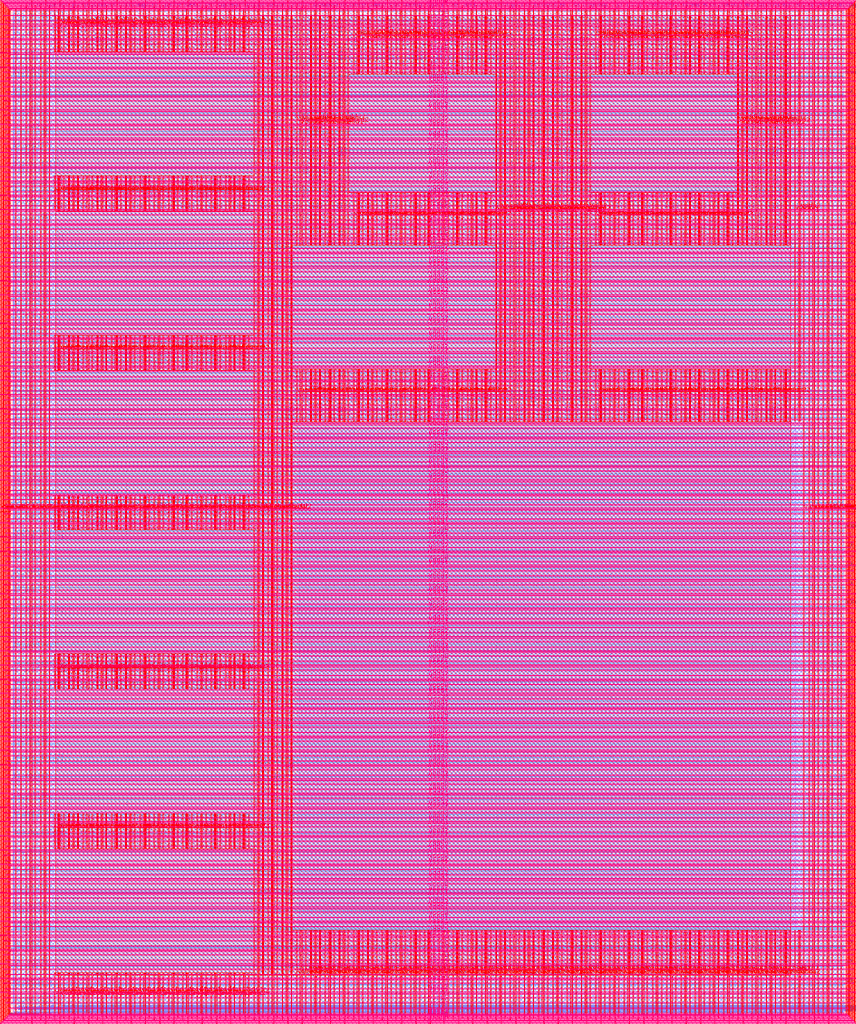
<source format=lef>
VERSION 5.7 ;
  NOWIREEXTENSIONATPIN ON ;
  DIVIDERCHAR "/" ;
  BUSBITCHARS "[]" ;
MACRO user_project_wrapper
  CLASS BLOCK ;
  FOREIGN user_project_wrapper ;
  ORIGIN 0.000 0.000 ;
  SIZE 2920.000 BY 3520.000 ;
  PIN analog_io[0]
    DIRECTION INOUT ;
    USE SIGNAL ;
    PORT
      LAYER met3 ;
        RECT 2917.600 1426.380 2924.800 1427.580 ;
    END
  END analog_io[0]
  PIN analog_io[10]
    DIRECTION INOUT ;
    USE SIGNAL ;
    PORT
      LAYER met2 ;
        RECT 2230.490 3517.600 2231.050 3524.800 ;
    END
  END analog_io[10]
  PIN analog_io[11]
    DIRECTION INOUT ;
    USE SIGNAL ;
    PORT
      LAYER met2 ;
        RECT 1905.730 3517.600 1906.290 3524.800 ;
    END
  END analog_io[11]
  PIN analog_io[12]
    DIRECTION INOUT ;
    USE SIGNAL ;
    PORT
      LAYER met2 ;
        RECT 1581.430 3517.600 1581.990 3524.800 ;
    END
  END analog_io[12]
  PIN analog_io[13]
    DIRECTION INOUT ;
    USE SIGNAL ;
    PORT
      LAYER met2 ;
        RECT 1257.130 3517.600 1257.690 3524.800 ;
    END
  END analog_io[13]
  PIN analog_io[14]
    DIRECTION INOUT ;
    USE SIGNAL ;
    PORT
      LAYER met2 ;
        RECT 932.370 3517.600 932.930 3524.800 ;
    END
  END analog_io[14]
  PIN analog_io[15]
    DIRECTION INOUT ;
    USE SIGNAL ;
    PORT
      LAYER met2 ;
        RECT 608.070 3517.600 608.630 3524.800 ;
    END
  END analog_io[15]
  PIN analog_io[16]
    DIRECTION INOUT ;
    USE SIGNAL ;
    PORT
      LAYER met2 ;
        RECT 283.770 3517.600 284.330 3524.800 ;
    END
  END analog_io[16]
  PIN analog_io[17]
    DIRECTION INOUT ;
    USE SIGNAL ;
    PORT
      LAYER met3 ;
        RECT -4.800 3486.100 2.400 3487.300 ;
    END
  END analog_io[17]
  PIN analog_io[18]
    DIRECTION INOUT ;
    USE SIGNAL ;
    PORT
      LAYER met3 ;
        RECT -4.800 3224.980 2.400 3226.180 ;
    END
  END analog_io[18]
  PIN analog_io[19]
    DIRECTION INOUT ;
    USE SIGNAL ;
    PORT
      LAYER met3 ;
        RECT -4.800 2964.540 2.400 2965.740 ;
    END
  END analog_io[19]
  PIN analog_io[1]
    DIRECTION INOUT ;
    USE SIGNAL ;
    PORT
      LAYER met3 ;
        RECT 2917.600 1692.260 2924.800 1693.460 ;
    END
  END analog_io[1]
  PIN analog_io[20]
    DIRECTION INOUT ;
    USE SIGNAL ;
    PORT
      LAYER met3 ;
        RECT -4.800 2703.420 2.400 2704.620 ;
    END
  END analog_io[20]
  PIN analog_io[21]
    DIRECTION INOUT ;
    USE SIGNAL ;
    PORT
      LAYER met3 ;
        RECT -4.800 2442.980 2.400 2444.180 ;
    END
  END analog_io[21]
  PIN analog_io[22]
    DIRECTION INOUT ;
    USE SIGNAL ;
    PORT
      LAYER met3 ;
        RECT -4.800 2182.540 2.400 2183.740 ;
    END
  END analog_io[22]
  PIN analog_io[23]
    DIRECTION INOUT ;
    USE SIGNAL ;
    PORT
      LAYER met3 ;
        RECT -4.800 1921.420 2.400 1922.620 ;
    END
  END analog_io[23]
  PIN analog_io[24]
    DIRECTION INOUT ;
    USE SIGNAL ;
    PORT
      LAYER met3 ;
        RECT -4.800 1660.980 2.400 1662.180 ;
    END
  END analog_io[24]
  PIN analog_io[25]
    DIRECTION INOUT ;
    USE SIGNAL ;
    PORT
      LAYER met3 ;
        RECT -4.800 1399.860 2.400 1401.060 ;
    END
  END analog_io[25]
  PIN analog_io[26]
    DIRECTION INOUT ;
    USE SIGNAL ;
    PORT
      LAYER met3 ;
        RECT -4.800 1139.420 2.400 1140.620 ;
    END
  END analog_io[26]
  PIN analog_io[27]
    DIRECTION INOUT ;
    USE SIGNAL ;
    PORT
      LAYER met3 ;
        RECT -4.800 878.980 2.400 880.180 ;
    END
  END analog_io[27]
  PIN analog_io[28]
    DIRECTION INOUT ;
    USE SIGNAL ;
    PORT
      LAYER met3 ;
        RECT -4.800 617.860 2.400 619.060 ;
    END
  END analog_io[28]
  PIN analog_io[2]
    DIRECTION INOUT ;
    USE SIGNAL ;
    PORT
      LAYER met3 ;
        RECT 2917.600 1958.140 2924.800 1959.340 ;
    END
  END analog_io[2]
  PIN analog_io[3]
    DIRECTION INOUT ;
    USE SIGNAL ;
    PORT
      LAYER met3 ;
        RECT 2917.600 2223.340 2924.800 2224.540 ;
    END
  END analog_io[3]
  PIN analog_io[4]
    DIRECTION INOUT ;
    USE SIGNAL ;
    PORT
      LAYER met3 ;
        RECT 2917.600 2489.220 2924.800 2490.420 ;
    END
  END analog_io[4]
  PIN analog_io[5]
    DIRECTION INOUT ;
    USE SIGNAL ;
    PORT
      LAYER met3 ;
        RECT 2917.600 2755.100 2924.800 2756.300 ;
    END
  END analog_io[5]
  PIN analog_io[6]
    DIRECTION INOUT ;
    USE SIGNAL ;
    PORT
      LAYER met3 ;
        RECT 2917.600 3020.300 2924.800 3021.500 ;
    END
  END analog_io[6]
  PIN analog_io[7]
    DIRECTION INOUT ;
    USE SIGNAL ;
    PORT
      LAYER met3 ;
        RECT 2917.600 3286.180 2924.800 3287.380 ;
    END
  END analog_io[7]
  PIN analog_io[8]
    DIRECTION INOUT ;
    USE SIGNAL ;
    PORT
      LAYER met2 ;
        RECT 2879.090 3517.600 2879.650 3524.800 ;
    END
  END analog_io[8]
  PIN analog_io[9]
    DIRECTION INOUT ;
    USE SIGNAL ;
    PORT
      LAYER met2 ;
        RECT 2554.790 3517.600 2555.350 3524.800 ;
    END
  END analog_io[9]
  PIN io_in[0]
    DIRECTION INPUT ;
    USE SIGNAL ;
    PORT
      LAYER met3 ;
        RECT 2917.600 32.380 2924.800 33.580 ;
    END
  END io_in[0]
  PIN io_in[10]
    DIRECTION INPUT ;
    USE SIGNAL ;
    PORT
      LAYER met3 ;
        RECT 2917.600 2289.980 2924.800 2291.180 ;
    END
  END io_in[10]
  PIN io_in[11]
    DIRECTION INPUT ;
    USE SIGNAL ;
    PORT
      LAYER met3 ;
        RECT 2917.600 2555.860 2924.800 2557.060 ;
    END
  END io_in[11]
  PIN io_in[12]
    DIRECTION INPUT ;
    USE SIGNAL ;
    PORT
      LAYER met3 ;
        RECT 2917.600 2821.060 2924.800 2822.260 ;
    END
  END io_in[12]
  PIN io_in[13]
    DIRECTION INPUT ;
    USE SIGNAL ;
    PORT
      LAYER met3 ;
        RECT 2917.600 3086.940 2924.800 3088.140 ;
    END
  END io_in[13]
  PIN io_in[14]
    DIRECTION INPUT ;
    USE SIGNAL ;
    PORT
      LAYER met3 ;
        RECT 2917.600 3352.820 2924.800 3354.020 ;
    END
  END io_in[14]
  PIN io_in[15]
    DIRECTION INPUT ;
    USE SIGNAL ;
    PORT
      LAYER met2 ;
        RECT 2798.130 3517.600 2798.690 3524.800 ;
    END
  END io_in[15]
  PIN io_in[16]
    DIRECTION INPUT ;
    USE SIGNAL ;
    PORT
      LAYER met2 ;
        RECT 2473.830 3517.600 2474.390 3524.800 ;
    END
  END io_in[16]
  PIN io_in[17]
    DIRECTION INPUT ;
    USE SIGNAL ;
    PORT
      LAYER met2 ;
        RECT 2149.070 3517.600 2149.630 3524.800 ;
    END
  END io_in[17]
  PIN io_in[18]
    DIRECTION INPUT ;
    USE SIGNAL ;
    PORT
      LAYER met2 ;
        RECT 1824.770 3517.600 1825.330 3524.800 ;
    END
  END io_in[18]
  PIN io_in[19]
    DIRECTION INPUT ;
    USE SIGNAL ;
    PORT
      LAYER met2 ;
        RECT 1500.470 3517.600 1501.030 3524.800 ;
    END
  END io_in[19]
  PIN io_in[1]
    DIRECTION INPUT ;
    USE SIGNAL ;
    PORT
      LAYER met3 ;
        RECT 2917.600 230.940 2924.800 232.140 ;
    END
  END io_in[1]
  PIN io_in[20]
    DIRECTION INPUT ;
    USE SIGNAL ;
    PORT
      LAYER met2 ;
        RECT 1175.710 3517.600 1176.270 3524.800 ;
    END
  END io_in[20]
  PIN io_in[21]
    DIRECTION INPUT ;
    USE SIGNAL ;
    PORT
      LAYER met2 ;
        RECT 851.410 3517.600 851.970 3524.800 ;
    END
  END io_in[21]
  PIN io_in[22]
    DIRECTION INPUT ;
    USE SIGNAL ;
    PORT
      LAYER met2 ;
        RECT 527.110 3517.600 527.670 3524.800 ;
    END
  END io_in[22]
  PIN io_in[23]
    DIRECTION INPUT ;
    USE SIGNAL ;
    PORT
      LAYER met2 ;
        RECT 202.350 3517.600 202.910 3524.800 ;
    END
  END io_in[23]
  PIN io_in[24]
    DIRECTION INPUT ;
    USE SIGNAL ;
    PORT
      LAYER met3 ;
        RECT -4.800 3420.820 2.400 3422.020 ;
    END
  END io_in[24]
  PIN io_in[25]
    DIRECTION INPUT ;
    USE SIGNAL ;
    PORT
      LAYER met3 ;
        RECT -4.800 3159.700 2.400 3160.900 ;
    END
  END io_in[25]
  PIN io_in[26]
    DIRECTION INPUT ;
    USE SIGNAL ;
    PORT
      LAYER met3 ;
        RECT -4.800 2899.260 2.400 2900.460 ;
    END
  END io_in[26]
  PIN io_in[27]
    DIRECTION INPUT ;
    USE SIGNAL ;
    PORT
      LAYER met3 ;
        RECT -4.800 2638.820 2.400 2640.020 ;
    END
  END io_in[27]
  PIN io_in[28]
    DIRECTION INPUT ;
    USE SIGNAL ;
    PORT
      LAYER met3 ;
        RECT -4.800 2377.700 2.400 2378.900 ;
    END
  END io_in[28]
  PIN io_in[29]
    DIRECTION INPUT ;
    USE SIGNAL ;
    PORT
      LAYER met3 ;
        RECT -4.800 2117.260 2.400 2118.460 ;
    END
  END io_in[29]
  PIN io_in[2]
    DIRECTION INPUT ;
    USE SIGNAL ;
    PORT
      LAYER met3 ;
        RECT 2917.600 430.180 2924.800 431.380 ;
    END
  END io_in[2]
  PIN io_in[30]
    DIRECTION INPUT ;
    USE SIGNAL ;
    PORT
      LAYER met3 ;
        RECT -4.800 1856.140 2.400 1857.340 ;
    END
  END io_in[30]
  PIN io_in[31]
    DIRECTION INPUT ;
    USE SIGNAL ;
    PORT
      LAYER met3 ;
        RECT -4.800 1595.700 2.400 1596.900 ;
    END
  END io_in[31]
  PIN io_in[32]
    DIRECTION INPUT ;
    USE SIGNAL ;
    PORT
      LAYER met3 ;
        RECT -4.800 1335.260 2.400 1336.460 ;
    END
  END io_in[32]
  PIN io_in[33]
    DIRECTION INPUT ;
    USE SIGNAL ;
    PORT
      LAYER met3 ;
        RECT -4.800 1074.140 2.400 1075.340 ;
    END
  END io_in[33]
  PIN io_in[34]
    DIRECTION INPUT ;
    USE SIGNAL ;
    PORT
      LAYER met3 ;
        RECT -4.800 813.700 2.400 814.900 ;
    END
  END io_in[34]
  PIN io_in[35]
    DIRECTION INPUT ;
    USE SIGNAL ;
    PORT
      LAYER met3 ;
        RECT -4.800 552.580 2.400 553.780 ;
    END
  END io_in[35]
  PIN io_in[36]
    DIRECTION INPUT ;
    USE SIGNAL ;
    PORT
      LAYER met3 ;
        RECT -4.800 357.420 2.400 358.620 ;
    END
  END io_in[36]
  PIN io_in[37]
    DIRECTION INPUT ;
    USE SIGNAL ;
    PORT
      LAYER met3 ;
        RECT -4.800 161.580 2.400 162.780 ;
    END
  END io_in[37]
  PIN io_in[3]
    DIRECTION INPUT ;
    USE SIGNAL ;
    PORT
      LAYER met3 ;
        RECT 2917.600 629.420 2924.800 630.620 ;
    END
  END io_in[3]
  PIN io_in[4]
    DIRECTION INPUT ;
    USE SIGNAL ;
    PORT
      LAYER met3 ;
        RECT 2917.600 828.660 2924.800 829.860 ;
    END
  END io_in[4]
  PIN io_in[5]
    DIRECTION INPUT ;
    USE SIGNAL ;
    PORT
      LAYER met3 ;
        RECT 2917.600 1027.900 2924.800 1029.100 ;
    END
  END io_in[5]
  PIN io_in[6]
    DIRECTION INPUT ;
    USE SIGNAL ;
    PORT
      LAYER met3 ;
        RECT 2917.600 1227.140 2924.800 1228.340 ;
    END
  END io_in[6]
  PIN io_in[7]
    DIRECTION INPUT ;
    USE SIGNAL ;
    PORT
      LAYER met3 ;
        RECT 2917.600 1493.020 2924.800 1494.220 ;
    END
  END io_in[7]
  PIN io_in[8]
    DIRECTION INPUT ;
    USE SIGNAL ;
    PORT
      LAYER met3 ;
        RECT 2917.600 1758.900 2924.800 1760.100 ;
    END
  END io_in[8]
  PIN io_in[9]
    DIRECTION INPUT ;
    USE SIGNAL ;
    PORT
      LAYER met3 ;
        RECT 2917.600 2024.100 2924.800 2025.300 ;
    END
  END io_in[9]
  PIN io_oeb[0]
    DIRECTION OUTPUT TRISTATE ;
    USE SIGNAL ;
    PORT
      LAYER met3 ;
        RECT 2917.600 164.980 2924.800 166.180 ;
    END
  END io_oeb[0]
  PIN io_oeb[10]
    DIRECTION OUTPUT TRISTATE ;
    USE SIGNAL ;
    PORT
      LAYER met3 ;
        RECT 2917.600 2422.580 2924.800 2423.780 ;
    END
  END io_oeb[10]
  PIN io_oeb[11]
    DIRECTION OUTPUT TRISTATE ;
    USE SIGNAL ;
    PORT
      LAYER met3 ;
        RECT 2917.600 2688.460 2924.800 2689.660 ;
    END
  END io_oeb[11]
  PIN io_oeb[12]
    DIRECTION OUTPUT TRISTATE ;
    USE SIGNAL ;
    PORT
      LAYER met3 ;
        RECT 2917.600 2954.340 2924.800 2955.540 ;
    END
  END io_oeb[12]
  PIN io_oeb[13]
    DIRECTION OUTPUT TRISTATE ;
    USE SIGNAL ;
    PORT
      LAYER met3 ;
        RECT 2917.600 3219.540 2924.800 3220.740 ;
    END
  END io_oeb[13]
  PIN io_oeb[14]
    DIRECTION OUTPUT TRISTATE ;
    USE SIGNAL ;
    PORT
      LAYER met3 ;
        RECT 2917.600 3485.420 2924.800 3486.620 ;
    END
  END io_oeb[14]
  PIN io_oeb[15]
    DIRECTION OUTPUT TRISTATE ;
    USE SIGNAL ;
    PORT
      LAYER met2 ;
        RECT 2635.750 3517.600 2636.310 3524.800 ;
    END
  END io_oeb[15]
  PIN io_oeb[16]
    DIRECTION OUTPUT TRISTATE ;
    USE SIGNAL ;
    PORT
      LAYER met2 ;
        RECT 2311.450 3517.600 2312.010 3524.800 ;
    END
  END io_oeb[16]
  PIN io_oeb[17]
    DIRECTION OUTPUT TRISTATE ;
    USE SIGNAL ;
    PORT
      LAYER met2 ;
        RECT 1987.150 3517.600 1987.710 3524.800 ;
    END
  END io_oeb[17]
  PIN io_oeb[18]
    DIRECTION OUTPUT TRISTATE ;
    USE SIGNAL ;
    PORT
      LAYER met2 ;
        RECT 1662.390 3517.600 1662.950 3524.800 ;
    END
  END io_oeb[18]
  PIN io_oeb[19]
    DIRECTION OUTPUT TRISTATE ;
    USE SIGNAL ;
    PORT
      LAYER met2 ;
        RECT 1338.090 3517.600 1338.650 3524.800 ;
    END
  END io_oeb[19]
  PIN io_oeb[1]
    DIRECTION OUTPUT TRISTATE ;
    USE SIGNAL ;
    PORT
      LAYER met3 ;
        RECT 2917.600 364.220 2924.800 365.420 ;
    END
  END io_oeb[1]
  PIN io_oeb[20]
    DIRECTION OUTPUT TRISTATE ;
    USE SIGNAL ;
    PORT
      LAYER met2 ;
        RECT 1013.790 3517.600 1014.350 3524.800 ;
    END
  END io_oeb[20]
  PIN io_oeb[21]
    DIRECTION OUTPUT TRISTATE ;
    USE SIGNAL ;
    PORT
      LAYER met2 ;
        RECT 689.030 3517.600 689.590 3524.800 ;
    END
  END io_oeb[21]
  PIN io_oeb[22]
    DIRECTION OUTPUT TRISTATE ;
    USE SIGNAL ;
    PORT
      LAYER met2 ;
        RECT 364.730 3517.600 365.290 3524.800 ;
    END
  END io_oeb[22]
  PIN io_oeb[23]
    DIRECTION OUTPUT TRISTATE ;
    USE SIGNAL ;
    PORT
      LAYER met2 ;
        RECT 40.430 3517.600 40.990 3524.800 ;
    END
  END io_oeb[23]
  PIN io_oeb[24]
    DIRECTION OUTPUT TRISTATE ;
    USE SIGNAL ;
    PORT
      LAYER met3 ;
        RECT -4.800 3290.260 2.400 3291.460 ;
    END
  END io_oeb[24]
  PIN io_oeb[25]
    DIRECTION OUTPUT TRISTATE ;
    USE SIGNAL ;
    PORT
      LAYER met3 ;
        RECT -4.800 3029.820 2.400 3031.020 ;
    END
  END io_oeb[25]
  PIN io_oeb[26]
    DIRECTION OUTPUT TRISTATE ;
    USE SIGNAL ;
    PORT
      LAYER met3 ;
        RECT -4.800 2768.700 2.400 2769.900 ;
    END
  END io_oeb[26]
  PIN io_oeb[27]
    DIRECTION OUTPUT TRISTATE ;
    USE SIGNAL ;
    PORT
      LAYER met3 ;
        RECT -4.800 2508.260 2.400 2509.460 ;
    END
  END io_oeb[27]
  PIN io_oeb[28]
    DIRECTION OUTPUT TRISTATE ;
    USE SIGNAL ;
    PORT
      LAYER met3 ;
        RECT -4.800 2247.140 2.400 2248.340 ;
    END
  END io_oeb[28]
  PIN io_oeb[29]
    DIRECTION OUTPUT TRISTATE ;
    USE SIGNAL ;
    PORT
      LAYER met3 ;
        RECT -4.800 1986.700 2.400 1987.900 ;
    END
  END io_oeb[29]
  PIN io_oeb[2]
    DIRECTION OUTPUT TRISTATE ;
    USE SIGNAL ;
    PORT
      LAYER met3 ;
        RECT 2917.600 563.460 2924.800 564.660 ;
    END
  END io_oeb[2]
  PIN io_oeb[30]
    DIRECTION OUTPUT TRISTATE ;
    USE SIGNAL ;
    PORT
      LAYER met3 ;
        RECT -4.800 1726.260 2.400 1727.460 ;
    END
  END io_oeb[30]
  PIN io_oeb[31]
    DIRECTION OUTPUT TRISTATE ;
    USE SIGNAL ;
    PORT
      LAYER met3 ;
        RECT -4.800 1465.140 2.400 1466.340 ;
    END
  END io_oeb[31]
  PIN io_oeb[32]
    DIRECTION OUTPUT TRISTATE ;
    USE SIGNAL ;
    PORT
      LAYER met3 ;
        RECT -4.800 1204.700 2.400 1205.900 ;
    END
  END io_oeb[32]
  PIN io_oeb[33]
    DIRECTION OUTPUT TRISTATE ;
    USE SIGNAL ;
    PORT
      LAYER met3 ;
        RECT -4.800 943.580 2.400 944.780 ;
    END
  END io_oeb[33]
  PIN io_oeb[34]
    DIRECTION OUTPUT TRISTATE ;
    USE SIGNAL ;
    PORT
      LAYER met3 ;
        RECT -4.800 683.140 2.400 684.340 ;
    END
  END io_oeb[34]
  PIN io_oeb[35]
    DIRECTION OUTPUT TRISTATE ;
    USE SIGNAL ;
    PORT
      LAYER met3 ;
        RECT -4.800 422.700 2.400 423.900 ;
    END
  END io_oeb[35]
  PIN io_oeb[36]
    DIRECTION OUTPUT TRISTATE ;
    USE SIGNAL ;
    PORT
      LAYER met3 ;
        RECT -4.800 226.860 2.400 228.060 ;
    END
  END io_oeb[36]
  PIN io_oeb[37]
    DIRECTION OUTPUT TRISTATE ;
    USE SIGNAL ;
    PORT
      LAYER met3 ;
        RECT -4.800 31.700 2.400 32.900 ;
    END
  END io_oeb[37]
  PIN io_oeb[3]
    DIRECTION OUTPUT TRISTATE ;
    USE SIGNAL ;
    PORT
      LAYER met3 ;
        RECT 2917.600 762.700 2924.800 763.900 ;
    END
  END io_oeb[3]
  PIN io_oeb[4]
    DIRECTION OUTPUT TRISTATE ;
    USE SIGNAL ;
    PORT
      LAYER met3 ;
        RECT 2917.600 961.940 2924.800 963.140 ;
    END
  END io_oeb[4]
  PIN io_oeb[5]
    DIRECTION OUTPUT TRISTATE ;
    USE SIGNAL ;
    PORT
      LAYER met3 ;
        RECT 2917.600 1161.180 2924.800 1162.380 ;
    END
  END io_oeb[5]
  PIN io_oeb[6]
    DIRECTION OUTPUT TRISTATE ;
    USE SIGNAL ;
    PORT
      LAYER met3 ;
        RECT 2917.600 1360.420 2924.800 1361.620 ;
    END
  END io_oeb[6]
  PIN io_oeb[7]
    DIRECTION OUTPUT TRISTATE ;
    USE SIGNAL ;
    PORT
      LAYER met3 ;
        RECT 2917.600 1625.620 2924.800 1626.820 ;
    END
  END io_oeb[7]
  PIN io_oeb[8]
    DIRECTION OUTPUT TRISTATE ;
    USE SIGNAL ;
    PORT
      LAYER met3 ;
        RECT 2917.600 1891.500 2924.800 1892.700 ;
    END
  END io_oeb[8]
  PIN io_oeb[9]
    DIRECTION OUTPUT TRISTATE ;
    USE SIGNAL ;
    PORT
      LAYER met3 ;
        RECT 2917.600 2157.380 2924.800 2158.580 ;
    END
  END io_oeb[9]
  PIN io_out[0]
    DIRECTION OUTPUT TRISTATE ;
    USE SIGNAL ;
    PORT
      LAYER met3 ;
        RECT 2917.600 98.340 2924.800 99.540 ;
    END
  END io_out[0]
  PIN io_out[10]
    DIRECTION OUTPUT TRISTATE ;
    USE SIGNAL ;
    PORT
      LAYER met3 ;
        RECT 2917.600 2356.620 2924.800 2357.820 ;
    END
  END io_out[10]
  PIN io_out[11]
    DIRECTION OUTPUT TRISTATE ;
    USE SIGNAL ;
    PORT
      LAYER met3 ;
        RECT 2917.600 2621.820 2924.800 2623.020 ;
    END
  END io_out[11]
  PIN io_out[12]
    DIRECTION OUTPUT TRISTATE ;
    USE SIGNAL ;
    PORT
      LAYER met3 ;
        RECT 2917.600 2887.700 2924.800 2888.900 ;
    END
  END io_out[12]
  PIN io_out[13]
    DIRECTION OUTPUT TRISTATE ;
    USE SIGNAL ;
    PORT
      LAYER met3 ;
        RECT 2917.600 3153.580 2924.800 3154.780 ;
    END
  END io_out[13]
  PIN io_out[14]
    DIRECTION OUTPUT TRISTATE ;
    USE SIGNAL ;
    PORT
      LAYER met3 ;
        RECT 2917.600 3418.780 2924.800 3419.980 ;
    END
  END io_out[14]
  PIN io_out[15]
    DIRECTION OUTPUT TRISTATE ;
    USE SIGNAL ;
    PORT
      LAYER met2 ;
        RECT 2717.170 3517.600 2717.730 3524.800 ;
    END
  END io_out[15]
  PIN io_out[16]
    DIRECTION OUTPUT TRISTATE ;
    USE SIGNAL ;
    PORT
      LAYER met2 ;
        RECT 2392.410 3517.600 2392.970 3524.800 ;
    END
  END io_out[16]
  PIN io_out[17]
    DIRECTION OUTPUT TRISTATE ;
    USE SIGNAL ;
    PORT
      LAYER met2 ;
        RECT 2068.110 3517.600 2068.670 3524.800 ;
    END
  END io_out[17]
  PIN io_out[18]
    DIRECTION OUTPUT TRISTATE ;
    USE SIGNAL ;
    PORT
      LAYER met2 ;
        RECT 1743.810 3517.600 1744.370 3524.800 ;
    END
  END io_out[18]
  PIN io_out[19]
    DIRECTION OUTPUT TRISTATE ;
    USE SIGNAL ;
    PORT
      LAYER met2 ;
        RECT 1419.050 3517.600 1419.610 3524.800 ;
    END
  END io_out[19]
  PIN io_out[1]
    DIRECTION OUTPUT TRISTATE ;
    USE SIGNAL ;
    PORT
      LAYER met3 ;
        RECT 2917.600 297.580 2924.800 298.780 ;
    END
  END io_out[1]
  PIN io_out[20]
    DIRECTION OUTPUT TRISTATE ;
    USE SIGNAL ;
    PORT
      LAYER met2 ;
        RECT 1094.750 3517.600 1095.310 3524.800 ;
    END
  END io_out[20]
  PIN io_out[21]
    DIRECTION OUTPUT TRISTATE ;
    USE SIGNAL ;
    PORT
      LAYER met2 ;
        RECT 770.450 3517.600 771.010 3524.800 ;
    END
  END io_out[21]
  PIN io_out[22]
    DIRECTION OUTPUT TRISTATE ;
    USE SIGNAL ;
    PORT
      LAYER met2 ;
        RECT 445.690 3517.600 446.250 3524.800 ;
    END
  END io_out[22]
  PIN io_out[23]
    DIRECTION OUTPUT TRISTATE ;
    USE SIGNAL ;
    PORT
      LAYER met2 ;
        RECT 121.390 3517.600 121.950 3524.800 ;
    END
  END io_out[23]
  PIN io_out[24]
    DIRECTION OUTPUT TRISTATE ;
    USE SIGNAL ;
    PORT
      LAYER met3 ;
        RECT -4.800 3355.540 2.400 3356.740 ;
    END
  END io_out[24]
  PIN io_out[25]
    DIRECTION OUTPUT TRISTATE ;
    USE SIGNAL ;
    PORT
      LAYER met3 ;
        RECT -4.800 3095.100 2.400 3096.300 ;
    END
  END io_out[25]
  PIN io_out[26]
    DIRECTION OUTPUT TRISTATE ;
    USE SIGNAL ;
    PORT
      LAYER met3 ;
        RECT -4.800 2833.980 2.400 2835.180 ;
    END
  END io_out[26]
  PIN io_out[27]
    DIRECTION OUTPUT TRISTATE ;
    USE SIGNAL ;
    PORT
      LAYER met3 ;
        RECT -4.800 2573.540 2.400 2574.740 ;
    END
  END io_out[27]
  PIN io_out[28]
    DIRECTION OUTPUT TRISTATE ;
    USE SIGNAL ;
    PORT
      LAYER met3 ;
        RECT -4.800 2312.420 2.400 2313.620 ;
    END
  END io_out[28]
  PIN io_out[29]
    DIRECTION OUTPUT TRISTATE ;
    USE SIGNAL ;
    PORT
      LAYER met3 ;
        RECT -4.800 2051.980 2.400 2053.180 ;
    END
  END io_out[29]
  PIN io_out[2]
    DIRECTION OUTPUT TRISTATE ;
    USE SIGNAL ;
    PORT
      LAYER met3 ;
        RECT 2917.600 496.820 2924.800 498.020 ;
    END
  END io_out[2]
  PIN io_out[30]
    DIRECTION OUTPUT TRISTATE ;
    USE SIGNAL ;
    PORT
      LAYER met3 ;
        RECT -4.800 1791.540 2.400 1792.740 ;
    END
  END io_out[30]
  PIN io_out[31]
    DIRECTION OUTPUT TRISTATE ;
    USE SIGNAL ;
    PORT
      LAYER met3 ;
        RECT -4.800 1530.420 2.400 1531.620 ;
    END
  END io_out[31]
  PIN io_out[32]
    DIRECTION OUTPUT TRISTATE ;
    USE SIGNAL ;
    PORT
      LAYER met3 ;
        RECT -4.800 1269.980 2.400 1271.180 ;
    END
  END io_out[32]
  PIN io_out[33]
    DIRECTION OUTPUT TRISTATE ;
    USE SIGNAL ;
    PORT
      LAYER met3 ;
        RECT -4.800 1008.860 2.400 1010.060 ;
    END
  END io_out[33]
  PIN io_out[34]
    DIRECTION OUTPUT TRISTATE ;
    USE SIGNAL ;
    PORT
      LAYER met3 ;
        RECT -4.800 748.420 2.400 749.620 ;
    END
  END io_out[34]
  PIN io_out[35]
    DIRECTION OUTPUT TRISTATE ;
    USE SIGNAL ;
    PORT
      LAYER met3 ;
        RECT -4.800 487.300 2.400 488.500 ;
    END
  END io_out[35]
  PIN io_out[36]
    DIRECTION OUTPUT TRISTATE ;
    USE SIGNAL ;
    PORT
      LAYER met3 ;
        RECT -4.800 292.140 2.400 293.340 ;
    END
  END io_out[36]
  PIN io_out[37]
    DIRECTION OUTPUT TRISTATE ;
    USE SIGNAL ;
    PORT
      LAYER met3 ;
        RECT -4.800 96.300 2.400 97.500 ;
    END
  END io_out[37]
  PIN io_out[3]
    DIRECTION OUTPUT TRISTATE ;
    USE SIGNAL ;
    PORT
      LAYER met3 ;
        RECT 2917.600 696.060 2924.800 697.260 ;
    END
  END io_out[3]
  PIN io_out[4]
    DIRECTION OUTPUT TRISTATE ;
    USE SIGNAL ;
    PORT
      LAYER met3 ;
        RECT 2917.600 895.300 2924.800 896.500 ;
    END
  END io_out[4]
  PIN io_out[5]
    DIRECTION OUTPUT TRISTATE ;
    USE SIGNAL ;
    PORT
      LAYER met3 ;
        RECT 2917.600 1094.540 2924.800 1095.740 ;
    END
  END io_out[5]
  PIN io_out[6]
    DIRECTION OUTPUT TRISTATE ;
    USE SIGNAL ;
    PORT
      LAYER met3 ;
        RECT 2917.600 1293.780 2924.800 1294.980 ;
    END
  END io_out[6]
  PIN io_out[7]
    DIRECTION OUTPUT TRISTATE ;
    USE SIGNAL ;
    PORT
      LAYER met3 ;
        RECT 2917.600 1559.660 2924.800 1560.860 ;
    END
  END io_out[7]
  PIN io_out[8]
    DIRECTION OUTPUT TRISTATE ;
    USE SIGNAL ;
    PORT
      LAYER met3 ;
        RECT 2917.600 1824.860 2924.800 1826.060 ;
    END
  END io_out[8]
  PIN io_out[9]
    DIRECTION OUTPUT TRISTATE ;
    USE SIGNAL ;
    PORT
      LAYER met3 ;
        RECT 2917.600 2090.740 2924.800 2091.940 ;
    END
  END io_out[9]
  PIN la_data_in[0]
    DIRECTION INPUT ;
    USE SIGNAL ;
    PORT
      LAYER met2 ;
        RECT 629.230 -4.800 629.790 2.400 ;
    END
  END la_data_in[0]
  PIN la_data_in[100]
    DIRECTION INPUT ;
    USE SIGNAL ;
    PORT
      LAYER met2 ;
        RECT 2402.530 -4.800 2403.090 2.400 ;
    END
  END la_data_in[100]
  PIN la_data_in[101]
    DIRECTION INPUT ;
    USE SIGNAL ;
    PORT
      LAYER met2 ;
        RECT 2420.010 -4.800 2420.570 2.400 ;
    END
  END la_data_in[101]
  PIN la_data_in[102]
    DIRECTION INPUT ;
    USE SIGNAL ;
    PORT
      LAYER met2 ;
        RECT 2437.950 -4.800 2438.510 2.400 ;
    END
  END la_data_in[102]
  PIN la_data_in[103]
    DIRECTION INPUT ;
    USE SIGNAL ;
    PORT
      LAYER met2 ;
        RECT 2455.430 -4.800 2455.990 2.400 ;
    END
  END la_data_in[103]
  PIN la_data_in[104]
    DIRECTION INPUT ;
    USE SIGNAL ;
    PORT
      LAYER met2 ;
        RECT 2473.370 -4.800 2473.930 2.400 ;
    END
  END la_data_in[104]
  PIN la_data_in[105]
    DIRECTION INPUT ;
    USE SIGNAL ;
    PORT
      LAYER met2 ;
        RECT 2490.850 -4.800 2491.410 2.400 ;
    END
  END la_data_in[105]
  PIN la_data_in[106]
    DIRECTION INPUT ;
    USE SIGNAL ;
    PORT
      LAYER met2 ;
        RECT 2508.790 -4.800 2509.350 2.400 ;
    END
  END la_data_in[106]
  PIN la_data_in[107]
    DIRECTION INPUT ;
    USE SIGNAL ;
    PORT
      LAYER met2 ;
        RECT 2526.730 -4.800 2527.290 2.400 ;
    END
  END la_data_in[107]
  PIN la_data_in[108]
    DIRECTION INPUT ;
    USE SIGNAL ;
    PORT
      LAYER met2 ;
        RECT 2544.210 -4.800 2544.770 2.400 ;
    END
  END la_data_in[108]
  PIN la_data_in[109]
    DIRECTION INPUT ;
    USE SIGNAL ;
    PORT
      LAYER met2 ;
        RECT 2562.150 -4.800 2562.710 2.400 ;
    END
  END la_data_in[109]
  PIN la_data_in[10]
    DIRECTION INPUT ;
    USE SIGNAL ;
    PORT
      LAYER met2 ;
        RECT 806.330 -4.800 806.890 2.400 ;
    END
  END la_data_in[10]
  PIN la_data_in[110]
    DIRECTION INPUT ;
    USE SIGNAL ;
    PORT
      LAYER met2 ;
        RECT 2579.630 -4.800 2580.190 2.400 ;
    END
  END la_data_in[110]
  PIN la_data_in[111]
    DIRECTION INPUT ;
    USE SIGNAL ;
    PORT
      LAYER met2 ;
        RECT 2597.570 -4.800 2598.130 2.400 ;
    END
  END la_data_in[111]
  PIN la_data_in[112]
    DIRECTION INPUT ;
    USE SIGNAL ;
    PORT
      LAYER met2 ;
        RECT 2615.050 -4.800 2615.610 2.400 ;
    END
  END la_data_in[112]
  PIN la_data_in[113]
    DIRECTION INPUT ;
    USE SIGNAL ;
    PORT
      LAYER met2 ;
        RECT 2632.990 -4.800 2633.550 2.400 ;
    END
  END la_data_in[113]
  PIN la_data_in[114]
    DIRECTION INPUT ;
    USE SIGNAL ;
    PORT
      LAYER met2 ;
        RECT 2650.470 -4.800 2651.030 2.400 ;
    END
  END la_data_in[114]
  PIN la_data_in[115]
    DIRECTION INPUT ;
    USE SIGNAL ;
    PORT
      LAYER met2 ;
        RECT 2668.410 -4.800 2668.970 2.400 ;
    END
  END la_data_in[115]
  PIN la_data_in[116]
    DIRECTION INPUT ;
    USE SIGNAL ;
    PORT
      LAYER met2 ;
        RECT 2685.890 -4.800 2686.450 2.400 ;
    END
  END la_data_in[116]
  PIN la_data_in[117]
    DIRECTION INPUT ;
    USE SIGNAL ;
    PORT
      LAYER met2 ;
        RECT 2703.830 -4.800 2704.390 2.400 ;
    END
  END la_data_in[117]
  PIN la_data_in[118]
    DIRECTION INPUT ;
    USE SIGNAL ;
    PORT
      LAYER met2 ;
        RECT 2721.770 -4.800 2722.330 2.400 ;
    END
  END la_data_in[118]
  PIN la_data_in[119]
    DIRECTION INPUT ;
    USE SIGNAL ;
    PORT
      LAYER met2 ;
        RECT 2739.250 -4.800 2739.810 2.400 ;
    END
  END la_data_in[119]
  PIN la_data_in[11]
    DIRECTION INPUT ;
    USE SIGNAL ;
    PORT
      LAYER met2 ;
        RECT 824.270 -4.800 824.830 2.400 ;
    END
  END la_data_in[11]
  PIN la_data_in[120]
    DIRECTION INPUT ;
    USE SIGNAL ;
    PORT
      LAYER met2 ;
        RECT 2757.190 -4.800 2757.750 2.400 ;
    END
  END la_data_in[120]
  PIN la_data_in[121]
    DIRECTION INPUT ;
    USE SIGNAL ;
    PORT
      LAYER met2 ;
        RECT 2774.670 -4.800 2775.230 2.400 ;
    END
  END la_data_in[121]
  PIN la_data_in[122]
    DIRECTION INPUT ;
    USE SIGNAL ;
    PORT
      LAYER met2 ;
        RECT 2792.610 -4.800 2793.170 2.400 ;
    END
  END la_data_in[122]
  PIN la_data_in[123]
    DIRECTION INPUT ;
    USE SIGNAL ;
    PORT
      LAYER met2 ;
        RECT 2810.090 -4.800 2810.650 2.400 ;
    END
  END la_data_in[123]
  PIN la_data_in[124]
    DIRECTION INPUT ;
    USE SIGNAL ;
    PORT
      LAYER met2 ;
        RECT 2828.030 -4.800 2828.590 2.400 ;
    END
  END la_data_in[124]
  PIN la_data_in[125]
    DIRECTION INPUT ;
    USE SIGNAL ;
    PORT
      LAYER met2 ;
        RECT 2845.510 -4.800 2846.070 2.400 ;
    END
  END la_data_in[125]
  PIN la_data_in[126]
    DIRECTION INPUT ;
    USE SIGNAL ;
    PORT
      LAYER met2 ;
        RECT 2863.450 -4.800 2864.010 2.400 ;
    END
  END la_data_in[126]
  PIN la_data_in[127]
    DIRECTION INPUT ;
    USE SIGNAL ;
    PORT
      LAYER met2 ;
        RECT 2881.390 -4.800 2881.950 2.400 ;
    END
  END la_data_in[127]
  PIN la_data_in[12]
    DIRECTION INPUT ;
    USE SIGNAL ;
    PORT
      LAYER met2 ;
        RECT 841.750 -4.800 842.310 2.400 ;
    END
  END la_data_in[12]
  PIN la_data_in[13]
    DIRECTION INPUT ;
    USE SIGNAL ;
    PORT
      LAYER met2 ;
        RECT 859.690 -4.800 860.250 2.400 ;
    END
  END la_data_in[13]
  PIN la_data_in[14]
    DIRECTION INPUT ;
    USE SIGNAL ;
    PORT
      LAYER met2 ;
        RECT 877.170 -4.800 877.730 2.400 ;
    END
  END la_data_in[14]
  PIN la_data_in[15]
    DIRECTION INPUT ;
    USE SIGNAL ;
    PORT
      LAYER met2 ;
        RECT 895.110 -4.800 895.670 2.400 ;
    END
  END la_data_in[15]
  PIN la_data_in[16]
    DIRECTION INPUT ;
    USE SIGNAL ;
    PORT
      LAYER met2 ;
        RECT 912.590 -4.800 913.150 2.400 ;
    END
  END la_data_in[16]
  PIN la_data_in[17]
    DIRECTION INPUT ;
    USE SIGNAL ;
    PORT
      LAYER met2 ;
        RECT 930.530 -4.800 931.090 2.400 ;
    END
  END la_data_in[17]
  PIN la_data_in[18]
    DIRECTION INPUT ;
    USE SIGNAL ;
    PORT
      LAYER met2 ;
        RECT 948.470 -4.800 949.030 2.400 ;
    END
  END la_data_in[18]
  PIN la_data_in[19]
    DIRECTION INPUT ;
    USE SIGNAL ;
    PORT
      LAYER met2 ;
        RECT 965.950 -4.800 966.510 2.400 ;
    END
  END la_data_in[19]
  PIN la_data_in[1]
    DIRECTION INPUT ;
    USE SIGNAL ;
    PORT
      LAYER met2 ;
        RECT 646.710 -4.800 647.270 2.400 ;
    END
  END la_data_in[1]
  PIN la_data_in[20]
    DIRECTION INPUT ;
    USE SIGNAL ;
    PORT
      LAYER met2 ;
        RECT 983.890 -4.800 984.450 2.400 ;
    END
  END la_data_in[20]
  PIN la_data_in[21]
    DIRECTION INPUT ;
    USE SIGNAL ;
    PORT
      LAYER met2 ;
        RECT 1001.370 -4.800 1001.930 2.400 ;
    END
  END la_data_in[21]
  PIN la_data_in[22]
    DIRECTION INPUT ;
    USE SIGNAL ;
    PORT
      LAYER met2 ;
        RECT 1019.310 -4.800 1019.870 2.400 ;
    END
  END la_data_in[22]
  PIN la_data_in[23]
    DIRECTION INPUT ;
    USE SIGNAL ;
    PORT
      LAYER met2 ;
        RECT 1036.790 -4.800 1037.350 2.400 ;
    END
  END la_data_in[23]
  PIN la_data_in[24]
    DIRECTION INPUT ;
    USE SIGNAL ;
    PORT
      LAYER met2 ;
        RECT 1054.730 -4.800 1055.290 2.400 ;
    END
  END la_data_in[24]
  PIN la_data_in[25]
    DIRECTION INPUT ;
    USE SIGNAL ;
    PORT
      LAYER met2 ;
        RECT 1072.210 -4.800 1072.770 2.400 ;
    END
  END la_data_in[25]
  PIN la_data_in[26]
    DIRECTION INPUT ;
    USE SIGNAL ;
    PORT
      LAYER met2 ;
        RECT 1090.150 -4.800 1090.710 2.400 ;
    END
  END la_data_in[26]
  PIN la_data_in[27]
    DIRECTION INPUT ;
    USE SIGNAL ;
    PORT
      LAYER met2 ;
        RECT 1107.630 -4.800 1108.190 2.400 ;
    END
  END la_data_in[27]
  PIN la_data_in[28]
    DIRECTION INPUT ;
    USE SIGNAL ;
    PORT
      LAYER met2 ;
        RECT 1125.570 -4.800 1126.130 2.400 ;
    END
  END la_data_in[28]
  PIN la_data_in[29]
    DIRECTION INPUT ;
    USE SIGNAL ;
    PORT
      LAYER met2 ;
        RECT 1143.510 -4.800 1144.070 2.400 ;
    END
  END la_data_in[29]
  PIN la_data_in[2]
    DIRECTION INPUT ;
    USE SIGNAL ;
    PORT
      LAYER met2 ;
        RECT 664.650 -4.800 665.210 2.400 ;
    END
  END la_data_in[2]
  PIN la_data_in[30]
    DIRECTION INPUT ;
    USE SIGNAL ;
    PORT
      LAYER met2 ;
        RECT 1160.990 -4.800 1161.550 2.400 ;
    END
  END la_data_in[30]
  PIN la_data_in[31]
    DIRECTION INPUT ;
    USE SIGNAL ;
    PORT
      LAYER met2 ;
        RECT 1178.930 -4.800 1179.490 2.400 ;
    END
  END la_data_in[31]
  PIN la_data_in[32]
    DIRECTION INPUT ;
    USE SIGNAL ;
    PORT
      LAYER met2 ;
        RECT 1196.410 -4.800 1196.970 2.400 ;
    END
  END la_data_in[32]
  PIN la_data_in[33]
    DIRECTION INPUT ;
    USE SIGNAL ;
    PORT
      LAYER met2 ;
        RECT 1214.350 -4.800 1214.910 2.400 ;
    END
  END la_data_in[33]
  PIN la_data_in[34]
    DIRECTION INPUT ;
    USE SIGNAL ;
    PORT
      LAYER met2 ;
        RECT 1231.830 -4.800 1232.390 2.400 ;
    END
  END la_data_in[34]
  PIN la_data_in[35]
    DIRECTION INPUT ;
    USE SIGNAL ;
    PORT
      LAYER met2 ;
        RECT 1249.770 -4.800 1250.330 2.400 ;
    END
  END la_data_in[35]
  PIN la_data_in[36]
    DIRECTION INPUT ;
    USE SIGNAL ;
    PORT
      LAYER met2 ;
        RECT 1267.250 -4.800 1267.810 2.400 ;
    END
  END la_data_in[36]
  PIN la_data_in[37]
    DIRECTION INPUT ;
    USE SIGNAL ;
    PORT
      LAYER met2 ;
        RECT 1285.190 -4.800 1285.750 2.400 ;
    END
  END la_data_in[37]
  PIN la_data_in[38]
    DIRECTION INPUT ;
    USE SIGNAL ;
    PORT
      LAYER met2 ;
        RECT 1303.130 -4.800 1303.690 2.400 ;
    END
  END la_data_in[38]
  PIN la_data_in[39]
    DIRECTION INPUT ;
    USE SIGNAL ;
    PORT
      LAYER met2 ;
        RECT 1320.610 -4.800 1321.170 2.400 ;
    END
  END la_data_in[39]
  PIN la_data_in[3]
    DIRECTION INPUT ;
    USE SIGNAL ;
    PORT
      LAYER met2 ;
        RECT 682.130 -4.800 682.690 2.400 ;
    END
  END la_data_in[3]
  PIN la_data_in[40]
    DIRECTION INPUT ;
    USE SIGNAL ;
    PORT
      LAYER met2 ;
        RECT 1338.550 -4.800 1339.110 2.400 ;
    END
  END la_data_in[40]
  PIN la_data_in[41]
    DIRECTION INPUT ;
    USE SIGNAL ;
    PORT
      LAYER met2 ;
        RECT 1356.030 -4.800 1356.590 2.400 ;
    END
  END la_data_in[41]
  PIN la_data_in[42]
    DIRECTION INPUT ;
    USE SIGNAL ;
    PORT
      LAYER met2 ;
        RECT 1373.970 -4.800 1374.530 2.400 ;
    END
  END la_data_in[42]
  PIN la_data_in[43]
    DIRECTION INPUT ;
    USE SIGNAL ;
    PORT
      LAYER met2 ;
        RECT 1391.450 -4.800 1392.010 2.400 ;
    END
  END la_data_in[43]
  PIN la_data_in[44]
    DIRECTION INPUT ;
    USE SIGNAL ;
    PORT
      LAYER met2 ;
        RECT 1409.390 -4.800 1409.950 2.400 ;
    END
  END la_data_in[44]
  PIN la_data_in[45]
    DIRECTION INPUT ;
    USE SIGNAL ;
    PORT
      LAYER met2 ;
        RECT 1426.870 -4.800 1427.430 2.400 ;
    END
  END la_data_in[45]
  PIN la_data_in[46]
    DIRECTION INPUT ;
    USE SIGNAL ;
    PORT
      LAYER met2 ;
        RECT 1444.810 -4.800 1445.370 2.400 ;
    END
  END la_data_in[46]
  PIN la_data_in[47]
    DIRECTION INPUT ;
    USE SIGNAL ;
    PORT
      LAYER met2 ;
        RECT 1462.750 -4.800 1463.310 2.400 ;
    END
  END la_data_in[47]
  PIN la_data_in[48]
    DIRECTION INPUT ;
    USE SIGNAL ;
    PORT
      LAYER met2 ;
        RECT 1480.230 -4.800 1480.790 2.400 ;
    END
  END la_data_in[48]
  PIN la_data_in[49]
    DIRECTION INPUT ;
    USE SIGNAL ;
    PORT
      LAYER met2 ;
        RECT 1498.170 -4.800 1498.730 2.400 ;
    END
  END la_data_in[49]
  PIN la_data_in[4]
    DIRECTION INPUT ;
    USE SIGNAL ;
    PORT
      LAYER met2 ;
        RECT 700.070 -4.800 700.630 2.400 ;
    END
  END la_data_in[4]
  PIN la_data_in[50]
    DIRECTION INPUT ;
    USE SIGNAL ;
    PORT
      LAYER met2 ;
        RECT 1515.650 -4.800 1516.210 2.400 ;
    END
  END la_data_in[50]
  PIN la_data_in[51]
    DIRECTION INPUT ;
    USE SIGNAL ;
    PORT
      LAYER met2 ;
        RECT 1533.590 -4.800 1534.150 2.400 ;
    END
  END la_data_in[51]
  PIN la_data_in[52]
    DIRECTION INPUT ;
    USE SIGNAL ;
    PORT
      LAYER met2 ;
        RECT 1551.070 -4.800 1551.630 2.400 ;
    END
  END la_data_in[52]
  PIN la_data_in[53]
    DIRECTION INPUT ;
    USE SIGNAL ;
    PORT
      LAYER met2 ;
        RECT 1569.010 -4.800 1569.570 2.400 ;
    END
  END la_data_in[53]
  PIN la_data_in[54]
    DIRECTION INPUT ;
    USE SIGNAL ;
    PORT
      LAYER met2 ;
        RECT 1586.490 -4.800 1587.050 2.400 ;
    END
  END la_data_in[54]
  PIN la_data_in[55]
    DIRECTION INPUT ;
    USE SIGNAL ;
    PORT
      LAYER met2 ;
        RECT 1604.430 -4.800 1604.990 2.400 ;
    END
  END la_data_in[55]
  PIN la_data_in[56]
    DIRECTION INPUT ;
    USE SIGNAL ;
    PORT
      LAYER met2 ;
        RECT 1621.910 -4.800 1622.470 2.400 ;
    END
  END la_data_in[56]
  PIN la_data_in[57]
    DIRECTION INPUT ;
    USE SIGNAL ;
    PORT
      LAYER met2 ;
        RECT 1639.850 -4.800 1640.410 2.400 ;
    END
  END la_data_in[57]
  PIN la_data_in[58]
    DIRECTION INPUT ;
    USE SIGNAL ;
    PORT
      LAYER met2 ;
        RECT 1657.790 -4.800 1658.350 2.400 ;
    END
  END la_data_in[58]
  PIN la_data_in[59]
    DIRECTION INPUT ;
    USE SIGNAL ;
    PORT
      LAYER met2 ;
        RECT 1675.270 -4.800 1675.830 2.400 ;
    END
  END la_data_in[59]
  PIN la_data_in[5]
    DIRECTION INPUT ;
    USE SIGNAL ;
    PORT
      LAYER met2 ;
        RECT 717.550 -4.800 718.110 2.400 ;
    END
  END la_data_in[5]
  PIN la_data_in[60]
    DIRECTION INPUT ;
    USE SIGNAL ;
    PORT
      LAYER met2 ;
        RECT 1693.210 -4.800 1693.770 2.400 ;
    END
  END la_data_in[60]
  PIN la_data_in[61]
    DIRECTION INPUT ;
    USE SIGNAL ;
    PORT
      LAYER met2 ;
        RECT 1710.690 -4.800 1711.250 2.400 ;
    END
  END la_data_in[61]
  PIN la_data_in[62]
    DIRECTION INPUT ;
    USE SIGNAL ;
    PORT
      LAYER met2 ;
        RECT 1728.630 -4.800 1729.190 2.400 ;
    END
  END la_data_in[62]
  PIN la_data_in[63]
    DIRECTION INPUT ;
    USE SIGNAL ;
    PORT
      LAYER met2 ;
        RECT 1746.110 -4.800 1746.670 2.400 ;
    END
  END la_data_in[63]
  PIN la_data_in[64]
    DIRECTION INPUT ;
    USE SIGNAL ;
    PORT
      LAYER met2 ;
        RECT 1764.050 -4.800 1764.610 2.400 ;
    END
  END la_data_in[64]
  PIN la_data_in[65]
    DIRECTION INPUT ;
    USE SIGNAL ;
    PORT
      LAYER met2 ;
        RECT 1781.530 -4.800 1782.090 2.400 ;
    END
  END la_data_in[65]
  PIN la_data_in[66]
    DIRECTION INPUT ;
    USE SIGNAL ;
    PORT
      LAYER met2 ;
        RECT 1799.470 -4.800 1800.030 2.400 ;
    END
  END la_data_in[66]
  PIN la_data_in[67]
    DIRECTION INPUT ;
    USE SIGNAL ;
    PORT
      LAYER met2 ;
        RECT 1817.410 -4.800 1817.970 2.400 ;
    END
  END la_data_in[67]
  PIN la_data_in[68]
    DIRECTION INPUT ;
    USE SIGNAL ;
    PORT
      LAYER met2 ;
        RECT 1834.890 -4.800 1835.450 2.400 ;
    END
  END la_data_in[68]
  PIN la_data_in[69]
    DIRECTION INPUT ;
    USE SIGNAL ;
    PORT
      LAYER met2 ;
        RECT 1852.830 -4.800 1853.390 2.400 ;
    END
  END la_data_in[69]
  PIN la_data_in[6]
    DIRECTION INPUT ;
    USE SIGNAL ;
    PORT
      LAYER met2 ;
        RECT 735.490 -4.800 736.050 2.400 ;
    END
  END la_data_in[6]
  PIN la_data_in[70]
    DIRECTION INPUT ;
    USE SIGNAL ;
    PORT
      LAYER met2 ;
        RECT 1870.310 -4.800 1870.870 2.400 ;
    END
  END la_data_in[70]
  PIN la_data_in[71]
    DIRECTION INPUT ;
    USE SIGNAL ;
    PORT
      LAYER met2 ;
        RECT 1888.250 -4.800 1888.810 2.400 ;
    END
  END la_data_in[71]
  PIN la_data_in[72]
    DIRECTION INPUT ;
    USE SIGNAL ;
    PORT
      LAYER met2 ;
        RECT 1905.730 -4.800 1906.290 2.400 ;
    END
  END la_data_in[72]
  PIN la_data_in[73]
    DIRECTION INPUT ;
    USE SIGNAL ;
    PORT
      LAYER met2 ;
        RECT 1923.670 -4.800 1924.230 2.400 ;
    END
  END la_data_in[73]
  PIN la_data_in[74]
    DIRECTION INPUT ;
    USE SIGNAL ;
    PORT
      LAYER met2 ;
        RECT 1941.150 -4.800 1941.710 2.400 ;
    END
  END la_data_in[74]
  PIN la_data_in[75]
    DIRECTION INPUT ;
    USE SIGNAL ;
    PORT
      LAYER met2 ;
        RECT 1959.090 -4.800 1959.650 2.400 ;
    END
  END la_data_in[75]
  PIN la_data_in[76]
    DIRECTION INPUT ;
    USE SIGNAL ;
    PORT
      LAYER met2 ;
        RECT 1976.570 -4.800 1977.130 2.400 ;
    END
  END la_data_in[76]
  PIN la_data_in[77]
    DIRECTION INPUT ;
    USE SIGNAL ;
    PORT
      LAYER met2 ;
        RECT 1994.510 -4.800 1995.070 2.400 ;
    END
  END la_data_in[77]
  PIN la_data_in[78]
    DIRECTION INPUT ;
    USE SIGNAL ;
    PORT
      LAYER met2 ;
        RECT 2012.450 -4.800 2013.010 2.400 ;
    END
  END la_data_in[78]
  PIN la_data_in[79]
    DIRECTION INPUT ;
    USE SIGNAL ;
    PORT
      LAYER met2 ;
        RECT 2029.930 -4.800 2030.490 2.400 ;
    END
  END la_data_in[79]
  PIN la_data_in[7]
    DIRECTION INPUT ;
    USE SIGNAL ;
    PORT
      LAYER met2 ;
        RECT 752.970 -4.800 753.530 2.400 ;
    END
  END la_data_in[7]
  PIN la_data_in[80]
    DIRECTION INPUT ;
    USE SIGNAL ;
    PORT
      LAYER met2 ;
        RECT 2047.870 -4.800 2048.430 2.400 ;
    END
  END la_data_in[80]
  PIN la_data_in[81]
    DIRECTION INPUT ;
    USE SIGNAL ;
    PORT
      LAYER met2 ;
        RECT 2065.350 -4.800 2065.910 2.400 ;
    END
  END la_data_in[81]
  PIN la_data_in[82]
    DIRECTION INPUT ;
    USE SIGNAL ;
    PORT
      LAYER met2 ;
        RECT 2083.290 -4.800 2083.850 2.400 ;
    END
  END la_data_in[82]
  PIN la_data_in[83]
    DIRECTION INPUT ;
    USE SIGNAL ;
    PORT
      LAYER met2 ;
        RECT 2100.770 -4.800 2101.330 2.400 ;
    END
  END la_data_in[83]
  PIN la_data_in[84]
    DIRECTION INPUT ;
    USE SIGNAL ;
    PORT
      LAYER met2 ;
        RECT 2118.710 -4.800 2119.270 2.400 ;
    END
  END la_data_in[84]
  PIN la_data_in[85]
    DIRECTION INPUT ;
    USE SIGNAL ;
    PORT
      LAYER met2 ;
        RECT 2136.190 -4.800 2136.750 2.400 ;
    END
  END la_data_in[85]
  PIN la_data_in[86]
    DIRECTION INPUT ;
    USE SIGNAL ;
    PORT
      LAYER met2 ;
        RECT 2154.130 -4.800 2154.690 2.400 ;
    END
  END la_data_in[86]
  PIN la_data_in[87]
    DIRECTION INPUT ;
    USE SIGNAL ;
    PORT
      LAYER met2 ;
        RECT 2172.070 -4.800 2172.630 2.400 ;
    END
  END la_data_in[87]
  PIN la_data_in[88]
    DIRECTION INPUT ;
    USE SIGNAL ;
    PORT
      LAYER met2 ;
        RECT 2189.550 -4.800 2190.110 2.400 ;
    END
  END la_data_in[88]
  PIN la_data_in[89]
    DIRECTION INPUT ;
    USE SIGNAL ;
    PORT
      LAYER met2 ;
        RECT 2207.490 -4.800 2208.050 2.400 ;
    END
  END la_data_in[89]
  PIN la_data_in[8]
    DIRECTION INPUT ;
    USE SIGNAL ;
    PORT
      LAYER met2 ;
        RECT 770.910 -4.800 771.470 2.400 ;
    END
  END la_data_in[8]
  PIN la_data_in[90]
    DIRECTION INPUT ;
    USE SIGNAL ;
    PORT
      LAYER met2 ;
        RECT 2224.970 -4.800 2225.530 2.400 ;
    END
  END la_data_in[90]
  PIN la_data_in[91]
    DIRECTION INPUT ;
    USE SIGNAL ;
    PORT
      LAYER met2 ;
        RECT 2242.910 -4.800 2243.470 2.400 ;
    END
  END la_data_in[91]
  PIN la_data_in[92]
    DIRECTION INPUT ;
    USE SIGNAL ;
    PORT
      LAYER met2 ;
        RECT 2260.390 -4.800 2260.950 2.400 ;
    END
  END la_data_in[92]
  PIN la_data_in[93]
    DIRECTION INPUT ;
    USE SIGNAL ;
    PORT
      LAYER met2 ;
        RECT 2278.330 -4.800 2278.890 2.400 ;
    END
  END la_data_in[93]
  PIN la_data_in[94]
    DIRECTION INPUT ;
    USE SIGNAL ;
    PORT
      LAYER met2 ;
        RECT 2295.810 -4.800 2296.370 2.400 ;
    END
  END la_data_in[94]
  PIN la_data_in[95]
    DIRECTION INPUT ;
    USE SIGNAL ;
    PORT
      LAYER met2 ;
        RECT 2313.750 -4.800 2314.310 2.400 ;
    END
  END la_data_in[95]
  PIN la_data_in[96]
    DIRECTION INPUT ;
    USE SIGNAL ;
    PORT
      LAYER met2 ;
        RECT 2331.230 -4.800 2331.790 2.400 ;
    END
  END la_data_in[96]
  PIN la_data_in[97]
    DIRECTION INPUT ;
    USE SIGNAL ;
    PORT
      LAYER met2 ;
        RECT 2349.170 -4.800 2349.730 2.400 ;
    END
  END la_data_in[97]
  PIN la_data_in[98]
    DIRECTION INPUT ;
    USE SIGNAL ;
    PORT
      LAYER met2 ;
        RECT 2367.110 -4.800 2367.670 2.400 ;
    END
  END la_data_in[98]
  PIN la_data_in[99]
    DIRECTION INPUT ;
    USE SIGNAL ;
    PORT
      LAYER met2 ;
        RECT 2384.590 -4.800 2385.150 2.400 ;
    END
  END la_data_in[99]
  PIN la_data_in[9]
    DIRECTION INPUT ;
    USE SIGNAL ;
    PORT
      LAYER met2 ;
        RECT 788.850 -4.800 789.410 2.400 ;
    END
  END la_data_in[9]
  PIN la_data_out[0]
    DIRECTION OUTPUT TRISTATE ;
    USE SIGNAL ;
    PORT
      LAYER met2 ;
        RECT 634.750 -4.800 635.310 2.400 ;
    END
  END la_data_out[0]
  PIN la_data_out[100]
    DIRECTION OUTPUT TRISTATE ;
    USE SIGNAL ;
    PORT
      LAYER met2 ;
        RECT 2408.510 -4.800 2409.070 2.400 ;
    END
  END la_data_out[100]
  PIN la_data_out[101]
    DIRECTION OUTPUT TRISTATE ;
    USE SIGNAL ;
    PORT
      LAYER met2 ;
        RECT 2425.990 -4.800 2426.550 2.400 ;
    END
  END la_data_out[101]
  PIN la_data_out[102]
    DIRECTION OUTPUT TRISTATE ;
    USE SIGNAL ;
    PORT
      LAYER met2 ;
        RECT 2443.930 -4.800 2444.490 2.400 ;
    END
  END la_data_out[102]
  PIN la_data_out[103]
    DIRECTION OUTPUT TRISTATE ;
    USE SIGNAL ;
    PORT
      LAYER met2 ;
        RECT 2461.410 -4.800 2461.970 2.400 ;
    END
  END la_data_out[103]
  PIN la_data_out[104]
    DIRECTION OUTPUT TRISTATE ;
    USE SIGNAL ;
    PORT
      LAYER met2 ;
        RECT 2479.350 -4.800 2479.910 2.400 ;
    END
  END la_data_out[104]
  PIN la_data_out[105]
    DIRECTION OUTPUT TRISTATE ;
    USE SIGNAL ;
    PORT
      LAYER met2 ;
        RECT 2496.830 -4.800 2497.390 2.400 ;
    END
  END la_data_out[105]
  PIN la_data_out[106]
    DIRECTION OUTPUT TRISTATE ;
    USE SIGNAL ;
    PORT
      LAYER met2 ;
        RECT 2514.770 -4.800 2515.330 2.400 ;
    END
  END la_data_out[106]
  PIN la_data_out[107]
    DIRECTION OUTPUT TRISTATE ;
    USE SIGNAL ;
    PORT
      LAYER met2 ;
        RECT 2532.250 -4.800 2532.810 2.400 ;
    END
  END la_data_out[107]
  PIN la_data_out[108]
    DIRECTION OUTPUT TRISTATE ;
    USE SIGNAL ;
    PORT
      LAYER met2 ;
        RECT 2550.190 -4.800 2550.750 2.400 ;
    END
  END la_data_out[108]
  PIN la_data_out[109]
    DIRECTION OUTPUT TRISTATE ;
    USE SIGNAL ;
    PORT
      LAYER met2 ;
        RECT 2567.670 -4.800 2568.230 2.400 ;
    END
  END la_data_out[109]
  PIN la_data_out[10]
    DIRECTION OUTPUT TRISTATE ;
    USE SIGNAL ;
    PORT
      LAYER met2 ;
        RECT 812.310 -4.800 812.870 2.400 ;
    END
  END la_data_out[10]
  PIN la_data_out[110]
    DIRECTION OUTPUT TRISTATE ;
    USE SIGNAL ;
    PORT
      LAYER met2 ;
        RECT 2585.610 -4.800 2586.170 2.400 ;
    END
  END la_data_out[110]
  PIN la_data_out[111]
    DIRECTION OUTPUT TRISTATE ;
    USE SIGNAL ;
    PORT
      LAYER met2 ;
        RECT 2603.550 -4.800 2604.110 2.400 ;
    END
  END la_data_out[111]
  PIN la_data_out[112]
    DIRECTION OUTPUT TRISTATE ;
    USE SIGNAL ;
    PORT
      LAYER met2 ;
        RECT 2621.030 -4.800 2621.590 2.400 ;
    END
  END la_data_out[112]
  PIN la_data_out[113]
    DIRECTION OUTPUT TRISTATE ;
    USE SIGNAL ;
    PORT
      LAYER met2 ;
        RECT 2638.970 -4.800 2639.530 2.400 ;
    END
  END la_data_out[113]
  PIN la_data_out[114]
    DIRECTION OUTPUT TRISTATE ;
    USE SIGNAL ;
    PORT
      LAYER met2 ;
        RECT 2656.450 -4.800 2657.010 2.400 ;
    END
  END la_data_out[114]
  PIN la_data_out[115]
    DIRECTION OUTPUT TRISTATE ;
    USE SIGNAL ;
    PORT
      LAYER met2 ;
        RECT 2674.390 -4.800 2674.950 2.400 ;
    END
  END la_data_out[115]
  PIN la_data_out[116]
    DIRECTION OUTPUT TRISTATE ;
    USE SIGNAL ;
    PORT
      LAYER met2 ;
        RECT 2691.870 -4.800 2692.430 2.400 ;
    END
  END la_data_out[116]
  PIN la_data_out[117]
    DIRECTION OUTPUT TRISTATE ;
    USE SIGNAL ;
    PORT
      LAYER met2 ;
        RECT 2709.810 -4.800 2710.370 2.400 ;
    END
  END la_data_out[117]
  PIN la_data_out[118]
    DIRECTION OUTPUT TRISTATE ;
    USE SIGNAL ;
    PORT
      LAYER met2 ;
        RECT 2727.290 -4.800 2727.850 2.400 ;
    END
  END la_data_out[118]
  PIN la_data_out[119]
    DIRECTION OUTPUT TRISTATE ;
    USE SIGNAL ;
    PORT
      LAYER met2 ;
        RECT 2745.230 -4.800 2745.790 2.400 ;
    END
  END la_data_out[119]
  PIN la_data_out[11]
    DIRECTION OUTPUT TRISTATE ;
    USE SIGNAL ;
    PORT
      LAYER met2 ;
        RECT 830.250 -4.800 830.810 2.400 ;
    END
  END la_data_out[11]
  PIN la_data_out[120]
    DIRECTION OUTPUT TRISTATE ;
    USE SIGNAL ;
    PORT
      LAYER met2 ;
        RECT 2763.170 -4.800 2763.730 2.400 ;
    END
  END la_data_out[120]
  PIN la_data_out[121]
    DIRECTION OUTPUT TRISTATE ;
    USE SIGNAL ;
    PORT
      LAYER met2 ;
        RECT 2780.650 -4.800 2781.210 2.400 ;
    END
  END la_data_out[121]
  PIN la_data_out[122]
    DIRECTION OUTPUT TRISTATE ;
    USE SIGNAL ;
    PORT
      LAYER met2 ;
        RECT 2798.590 -4.800 2799.150 2.400 ;
    END
  END la_data_out[122]
  PIN la_data_out[123]
    DIRECTION OUTPUT TRISTATE ;
    USE SIGNAL ;
    PORT
      LAYER met2 ;
        RECT 2816.070 -4.800 2816.630 2.400 ;
    END
  END la_data_out[123]
  PIN la_data_out[124]
    DIRECTION OUTPUT TRISTATE ;
    USE SIGNAL ;
    PORT
      LAYER met2 ;
        RECT 2834.010 -4.800 2834.570 2.400 ;
    END
  END la_data_out[124]
  PIN la_data_out[125]
    DIRECTION OUTPUT TRISTATE ;
    USE SIGNAL ;
    PORT
      LAYER met2 ;
        RECT 2851.490 -4.800 2852.050 2.400 ;
    END
  END la_data_out[125]
  PIN la_data_out[126]
    DIRECTION OUTPUT TRISTATE ;
    USE SIGNAL ;
    PORT
      LAYER met2 ;
        RECT 2869.430 -4.800 2869.990 2.400 ;
    END
  END la_data_out[126]
  PIN la_data_out[127]
    DIRECTION OUTPUT TRISTATE ;
    USE SIGNAL ;
    PORT
      LAYER met2 ;
        RECT 2886.910 -4.800 2887.470 2.400 ;
    END
  END la_data_out[127]
  PIN la_data_out[12]
    DIRECTION OUTPUT TRISTATE ;
    USE SIGNAL ;
    PORT
      LAYER met2 ;
        RECT 847.730 -4.800 848.290 2.400 ;
    END
  END la_data_out[12]
  PIN la_data_out[13]
    DIRECTION OUTPUT TRISTATE ;
    USE SIGNAL ;
    PORT
      LAYER met2 ;
        RECT 865.670 -4.800 866.230 2.400 ;
    END
  END la_data_out[13]
  PIN la_data_out[14]
    DIRECTION OUTPUT TRISTATE ;
    USE SIGNAL ;
    PORT
      LAYER met2 ;
        RECT 883.150 -4.800 883.710 2.400 ;
    END
  END la_data_out[14]
  PIN la_data_out[15]
    DIRECTION OUTPUT TRISTATE ;
    USE SIGNAL ;
    PORT
      LAYER met2 ;
        RECT 901.090 -4.800 901.650 2.400 ;
    END
  END la_data_out[15]
  PIN la_data_out[16]
    DIRECTION OUTPUT TRISTATE ;
    USE SIGNAL ;
    PORT
      LAYER met2 ;
        RECT 918.570 -4.800 919.130 2.400 ;
    END
  END la_data_out[16]
  PIN la_data_out[17]
    DIRECTION OUTPUT TRISTATE ;
    USE SIGNAL ;
    PORT
      LAYER met2 ;
        RECT 936.510 -4.800 937.070 2.400 ;
    END
  END la_data_out[17]
  PIN la_data_out[18]
    DIRECTION OUTPUT TRISTATE ;
    USE SIGNAL ;
    PORT
      LAYER met2 ;
        RECT 953.990 -4.800 954.550 2.400 ;
    END
  END la_data_out[18]
  PIN la_data_out[19]
    DIRECTION OUTPUT TRISTATE ;
    USE SIGNAL ;
    PORT
      LAYER met2 ;
        RECT 971.930 -4.800 972.490 2.400 ;
    END
  END la_data_out[19]
  PIN la_data_out[1]
    DIRECTION OUTPUT TRISTATE ;
    USE SIGNAL ;
    PORT
      LAYER met2 ;
        RECT 652.690 -4.800 653.250 2.400 ;
    END
  END la_data_out[1]
  PIN la_data_out[20]
    DIRECTION OUTPUT TRISTATE ;
    USE SIGNAL ;
    PORT
      LAYER met2 ;
        RECT 989.410 -4.800 989.970 2.400 ;
    END
  END la_data_out[20]
  PIN la_data_out[21]
    DIRECTION OUTPUT TRISTATE ;
    USE SIGNAL ;
    PORT
      LAYER met2 ;
        RECT 1007.350 -4.800 1007.910 2.400 ;
    END
  END la_data_out[21]
  PIN la_data_out[22]
    DIRECTION OUTPUT TRISTATE ;
    USE SIGNAL ;
    PORT
      LAYER met2 ;
        RECT 1025.290 -4.800 1025.850 2.400 ;
    END
  END la_data_out[22]
  PIN la_data_out[23]
    DIRECTION OUTPUT TRISTATE ;
    USE SIGNAL ;
    PORT
      LAYER met2 ;
        RECT 1042.770 -4.800 1043.330 2.400 ;
    END
  END la_data_out[23]
  PIN la_data_out[24]
    DIRECTION OUTPUT TRISTATE ;
    USE SIGNAL ;
    PORT
      LAYER met2 ;
        RECT 1060.710 -4.800 1061.270 2.400 ;
    END
  END la_data_out[24]
  PIN la_data_out[25]
    DIRECTION OUTPUT TRISTATE ;
    USE SIGNAL ;
    PORT
      LAYER met2 ;
        RECT 1078.190 -4.800 1078.750 2.400 ;
    END
  END la_data_out[25]
  PIN la_data_out[26]
    DIRECTION OUTPUT TRISTATE ;
    USE SIGNAL ;
    PORT
      LAYER met2 ;
        RECT 1096.130 -4.800 1096.690 2.400 ;
    END
  END la_data_out[26]
  PIN la_data_out[27]
    DIRECTION OUTPUT TRISTATE ;
    USE SIGNAL ;
    PORT
      LAYER met2 ;
        RECT 1113.610 -4.800 1114.170 2.400 ;
    END
  END la_data_out[27]
  PIN la_data_out[28]
    DIRECTION OUTPUT TRISTATE ;
    USE SIGNAL ;
    PORT
      LAYER met2 ;
        RECT 1131.550 -4.800 1132.110 2.400 ;
    END
  END la_data_out[28]
  PIN la_data_out[29]
    DIRECTION OUTPUT TRISTATE ;
    USE SIGNAL ;
    PORT
      LAYER met2 ;
        RECT 1149.030 -4.800 1149.590 2.400 ;
    END
  END la_data_out[29]
  PIN la_data_out[2]
    DIRECTION OUTPUT TRISTATE ;
    USE SIGNAL ;
    PORT
      LAYER met2 ;
        RECT 670.630 -4.800 671.190 2.400 ;
    END
  END la_data_out[2]
  PIN la_data_out[30]
    DIRECTION OUTPUT TRISTATE ;
    USE SIGNAL ;
    PORT
      LAYER met2 ;
        RECT 1166.970 -4.800 1167.530 2.400 ;
    END
  END la_data_out[30]
  PIN la_data_out[31]
    DIRECTION OUTPUT TRISTATE ;
    USE SIGNAL ;
    PORT
      LAYER met2 ;
        RECT 1184.910 -4.800 1185.470 2.400 ;
    END
  END la_data_out[31]
  PIN la_data_out[32]
    DIRECTION OUTPUT TRISTATE ;
    USE SIGNAL ;
    PORT
      LAYER met2 ;
        RECT 1202.390 -4.800 1202.950 2.400 ;
    END
  END la_data_out[32]
  PIN la_data_out[33]
    DIRECTION OUTPUT TRISTATE ;
    USE SIGNAL ;
    PORT
      LAYER met2 ;
        RECT 1220.330 -4.800 1220.890 2.400 ;
    END
  END la_data_out[33]
  PIN la_data_out[34]
    DIRECTION OUTPUT TRISTATE ;
    USE SIGNAL ;
    PORT
      LAYER met2 ;
        RECT 1237.810 -4.800 1238.370 2.400 ;
    END
  END la_data_out[34]
  PIN la_data_out[35]
    DIRECTION OUTPUT TRISTATE ;
    USE SIGNAL ;
    PORT
      LAYER met2 ;
        RECT 1255.750 -4.800 1256.310 2.400 ;
    END
  END la_data_out[35]
  PIN la_data_out[36]
    DIRECTION OUTPUT TRISTATE ;
    USE SIGNAL ;
    PORT
      LAYER met2 ;
        RECT 1273.230 -4.800 1273.790 2.400 ;
    END
  END la_data_out[36]
  PIN la_data_out[37]
    DIRECTION OUTPUT TRISTATE ;
    USE SIGNAL ;
    PORT
      LAYER met2 ;
        RECT 1291.170 -4.800 1291.730 2.400 ;
    END
  END la_data_out[37]
  PIN la_data_out[38]
    DIRECTION OUTPUT TRISTATE ;
    USE SIGNAL ;
    PORT
      LAYER met2 ;
        RECT 1308.650 -4.800 1309.210 2.400 ;
    END
  END la_data_out[38]
  PIN la_data_out[39]
    DIRECTION OUTPUT TRISTATE ;
    USE SIGNAL ;
    PORT
      LAYER met2 ;
        RECT 1326.590 -4.800 1327.150 2.400 ;
    END
  END la_data_out[39]
  PIN la_data_out[3]
    DIRECTION OUTPUT TRISTATE ;
    USE SIGNAL ;
    PORT
      LAYER met2 ;
        RECT 688.110 -4.800 688.670 2.400 ;
    END
  END la_data_out[3]
  PIN la_data_out[40]
    DIRECTION OUTPUT TRISTATE ;
    USE SIGNAL ;
    PORT
      LAYER met2 ;
        RECT 1344.070 -4.800 1344.630 2.400 ;
    END
  END la_data_out[40]
  PIN la_data_out[41]
    DIRECTION OUTPUT TRISTATE ;
    USE SIGNAL ;
    PORT
      LAYER met2 ;
        RECT 1362.010 -4.800 1362.570 2.400 ;
    END
  END la_data_out[41]
  PIN la_data_out[42]
    DIRECTION OUTPUT TRISTATE ;
    USE SIGNAL ;
    PORT
      LAYER met2 ;
        RECT 1379.950 -4.800 1380.510 2.400 ;
    END
  END la_data_out[42]
  PIN la_data_out[43]
    DIRECTION OUTPUT TRISTATE ;
    USE SIGNAL ;
    PORT
      LAYER met2 ;
        RECT 1397.430 -4.800 1397.990 2.400 ;
    END
  END la_data_out[43]
  PIN la_data_out[44]
    DIRECTION OUTPUT TRISTATE ;
    USE SIGNAL ;
    PORT
      LAYER met2 ;
        RECT 1415.370 -4.800 1415.930 2.400 ;
    END
  END la_data_out[44]
  PIN la_data_out[45]
    DIRECTION OUTPUT TRISTATE ;
    USE SIGNAL ;
    PORT
      LAYER met2 ;
        RECT 1432.850 -4.800 1433.410 2.400 ;
    END
  END la_data_out[45]
  PIN la_data_out[46]
    DIRECTION OUTPUT TRISTATE ;
    USE SIGNAL ;
    PORT
      LAYER met2 ;
        RECT 1450.790 -4.800 1451.350 2.400 ;
    END
  END la_data_out[46]
  PIN la_data_out[47]
    DIRECTION OUTPUT TRISTATE ;
    USE SIGNAL ;
    PORT
      LAYER met2 ;
        RECT 1468.270 -4.800 1468.830 2.400 ;
    END
  END la_data_out[47]
  PIN la_data_out[48]
    DIRECTION OUTPUT TRISTATE ;
    USE SIGNAL ;
    PORT
      LAYER met2 ;
        RECT 1486.210 -4.800 1486.770 2.400 ;
    END
  END la_data_out[48]
  PIN la_data_out[49]
    DIRECTION OUTPUT TRISTATE ;
    USE SIGNAL ;
    PORT
      LAYER met2 ;
        RECT 1503.690 -4.800 1504.250 2.400 ;
    END
  END la_data_out[49]
  PIN la_data_out[4]
    DIRECTION OUTPUT TRISTATE ;
    USE SIGNAL ;
    PORT
      LAYER met2 ;
        RECT 706.050 -4.800 706.610 2.400 ;
    END
  END la_data_out[4]
  PIN la_data_out[50]
    DIRECTION OUTPUT TRISTATE ;
    USE SIGNAL ;
    PORT
      LAYER met2 ;
        RECT 1521.630 -4.800 1522.190 2.400 ;
    END
  END la_data_out[50]
  PIN la_data_out[51]
    DIRECTION OUTPUT TRISTATE ;
    USE SIGNAL ;
    PORT
      LAYER met2 ;
        RECT 1539.570 -4.800 1540.130 2.400 ;
    END
  END la_data_out[51]
  PIN la_data_out[52]
    DIRECTION OUTPUT TRISTATE ;
    USE SIGNAL ;
    PORT
      LAYER met2 ;
        RECT 1557.050 -4.800 1557.610 2.400 ;
    END
  END la_data_out[52]
  PIN la_data_out[53]
    DIRECTION OUTPUT TRISTATE ;
    USE SIGNAL ;
    PORT
      LAYER met2 ;
        RECT 1574.990 -4.800 1575.550 2.400 ;
    END
  END la_data_out[53]
  PIN la_data_out[54]
    DIRECTION OUTPUT TRISTATE ;
    USE SIGNAL ;
    PORT
      LAYER met2 ;
        RECT 1592.470 -4.800 1593.030 2.400 ;
    END
  END la_data_out[54]
  PIN la_data_out[55]
    DIRECTION OUTPUT TRISTATE ;
    USE SIGNAL ;
    PORT
      LAYER met2 ;
        RECT 1610.410 -4.800 1610.970 2.400 ;
    END
  END la_data_out[55]
  PIN la_data_out[56]
    DIRECTION OUTPUT TRISTATE ;
    USE SIGNAL ;
    PORT
      LAYER met2 ;
        RECT 1627.890 -4.800 1628.450 2.400 ;
    END
  END la_data_out[56]
  PIN la_data_out[57]
    DIRECTION OUTPUT TRISTATE ;
    USE SIGNAL ;
    PORT
      LAYER met2 ;
        RECT 1645.830 -4.800 1646.390 2.400 ;
    END
  END la_data_out[57]
  PIN la_data_out[58]
    DIRECTION OUTPUT TRISTATE ;
    USE SIGNAL ;
    PORT
      LAYER met2 ;
        RECT 1663.310 -4.800 1663.870 2.400 ;
    END
  END la_data_out[58]
  PIN la_data_out[59]
    DIRECTION OUTPUT TRISTATE ;
    USE SIGNAL ;
    PORT
      LAYER met2 ;
        RECT 1681.250 -4.800 1681.810 2.400 ;
    END
  END la_data_out[59]
  PIN la_data_out[5]
    DIRECTION OUTPUT TRISTATE ;
    USE SIGNAL ;
    PORT
      LAYER met2 ;
        RECT 723.530 -4.800 724.090 2.400 ;
    END
  END la_data_out[5]
  PIN la_data_out[60]
    DIRECTION OUTPUT TRISTATE ;
    USE SIGNAL ;
    PORT
      LAYER met2 ;
        RECT 1699.190 -4.800 1699.750 2.400 ;
    END
  END la_data_out[60]
  PIN la_data_out[61]
    DIRECTION OUTPUT TRISTATE ;
    USE SIGNAL ;
    PORT
      LAYER met2 ;
        RECT 1716.670 -4.800 1717.230 2.400 ;
    END
  END la_data_out[61]
  PIN la_data_out[62]
    DIRECTION OUTPUT TRISTATE ;
    USE SIGNAL ;
    PORT
      LAYER met2 ;
        RECT 1734.610 -4.800 1735.170 2.400 ;
    END
  END la_data_out[62]
  PIN la_data_out[63]
    DIRECTION OUTPUT TRISTATE ;
    USE SIGNAL ;
    PORT
      LAYER met2 ;
        RECT 1752.090 -4.800 1752.650 2.400 ;
    END
  END la_data_out[63]
  PIN la_data_out[64]
    DIRECTION OUTPUT TRISTATE ;
    USE SIGNAL ;
    PORT
      LAYER met2 ;
        RECT 1770.030 -4.800 1770.590 2.400 ;
    END
  END la_data_out[64]
  PIN la_data_out[65]
    DIRECTION OUTPUT TRISTATE ;
    USE SIGNAL ;
    PORT
      LAYER met2 ;
        RECT 1787.510 -4.800 1788.070 2.400 ;
    END
  END la_data_out[65]
  PIN la_data_out[66]
    DIRECTION OUTPUT TRISTATE ;
    USE SIGNAL ;
    PORT
      LAYER met2 ;
        RECT 1805.450 -4.800 1806.010 2.400 ;
    END
  END la_data_out[66]
  PIN la_data_out[67]
    DIRECTION OUTPUT TRISTATE ;
    USE SIGNAL ;
    PORT
      LAYER met2 ;
        RECT 1822.930 -4.800 1823.490 2.400 ;
    END
  END la_data_out[67]
  PIN la_data_out[68]
    DIRECTION OUTPUT TRISTATE ;
    USE SIGNAL ;
    PORT
      LAYER met2 ;
        RECT 1840.870 -4.800 1841.430 2.400 ;
    END
  END la_data_out[68]
  PIN la_data_out[69]
    DIRECTION OUTPUT TRISTATE ;
    USE SIGNAL ;
    PORT
      LAYER met2 ;
        RECT 1858.350 -4.800 1858.910 2.400 ;
    END
  END la_data_out[69]
  PIN la_data_out[6]
    DIRECTION OUTPUT TRISTATE ;
    USE SIGNAL ;
    PORT
      LAYER met2 ;
        RECT 741.470 -4.800 742.030 2.400 ;
    END
  END la_data_out[6]
  PIN la_data_out[70]
    DIRECTION OUTPUT TRISTATE ;
    USE SIGNAL ;
    PORT
      LAYER met2 ;
        RECT 1876.290 -4.800 1876.850 2.400 ;
    END
  END la_data_out[70]
  PIN la_data_out[71]
    DIRECTION OUTPUT TRISTATE ;
    USE SIGNAL ;
    PORT
      LAYER met2 ;
        RECT 1894.230 -4.800 1894.790 2.400 ;
    END
  END la_data_out[71]
  PIN la_data_out[72]
    DIRECTION OUTPUT TRISTATE ;
    USE SIGNAL ;
    PORT
      LAYER met2 ;
        RECT 1911.710 -4.800 1912.270 2.400 ;
    END
  END la_data_out[72]
  PIN la_data_out[73]
    DIRECTION OUTPUT TRISTATE ;
    USE SIGNAL ;
    PORT
      LAYER met2 ;
        RECT 1929.650 -4.800 1930.210 2.400 ;
    END
  END la_data_out[73]
  PIN la_data_out[74]
    DIRECTION OUTPUT TRISTATE ;
    USE SIGNAL ;
    PORT
      LAYER met2 ;
        RECT 1947.130 -4.800 1947.690 2.400 ;
    END
  END la_data_out[74]
  PIN la_data_out[75]
    DIRECTION OUTPUT TRISTATE ;
    USE SIGNAL ;
    PORT
      LAYER met2 ;
        RECT 1965.070 -4.800 1965.630 2.400 ;
    END
  END la_data_out[75]
  PIN la_data_out[76]
    DIRECTION OUTPUT TRISTATE ;
    USE SIGNAL ;
    PORT
      LAYER met2 ;
        RECT 1982.550 -4.800 1983.110 2.400 ;
    END
  END la_data_out[76]
  PIN la_data_out[77]
    DIRECTION OUTPUT TRISTATE ;
    USE SIGNAL ;
    PORT
      LAYER met2 ;
        RECT 2000.490 -4.800 2001.050 2.400 ;
    END
  END la_data_out[77]
  PIN la_data_out[78]
    DIRECTION OUTPUT TRISTATE ;
    USE SIGNAL ;
    PORT
      LAYER met2 ;
        RECT 2017.970 -4.800 2018.530 2.400 ;
    END
  END la_data_out[78]
  PIN la_data_out[79]
    DIRECTION OUTPUT TRISTATE ;
    USE SIGNAL ;
    PORT
      LAYER met2 ;
        RECT 2035.910 -4.800 2036.470 2.400 ;
    END
  END la_data_out[79]
  PIN la_data_out[7]
    DIRECTION OUTPUT TRISTATE ;
    USE SIGNAL ;
    PORT
      LAYER met2 ;
        RECT 758.950 -4.800 759.510 2.400 ;
    END
  END la_data_out[7]
  PIN la_data_out[80]
    DIRECTION OUTPUT TRISTATE ;
    USE SIGNAL ;
    PORT
      LAYER met2 ;
        RECT 2053.850 -4.800 2054.410 2.400 ;
    END
  END la_data_out[80]
  PIN la_data_out[81]
    DIRECTION OUTPUT TRISTATE ;
    USE SIGNAL ;
    PORT
      LAYER met2 ;
        RECT 2071.330 -4.800 2071.890 2.400 ;
    END
  END la_data_out[81]
  PIN la_data_out[82]
    DIRECTION OUTPUT TRISTATE ;
    USE SIGNAL ;
    PORT
      LAYER met2 ;
        RECT 2089.270 -4.800 2089.830 2.400 ;
    END
  END la_data_out[82]
  PIN la_data_out[83]
    DIRECTION OUTPUT TRISTATE ;
    USE SIGNAL ;
    PORT
      LAYER met2 ;
        RECT 2106.750 -4.800 2107.310 2.400 ;
    END
  END la_data_out[83]
  PIN la_data_out[84]
    DIRECTION OUTPUT TRISTATE ;
    USE SIGNAL ;
    PORT
      LAYER met2 ;
        RECT 2124.690 -4.800 2125.250 2.400 ;
    END
  END la_data_out[84]
  PIN la_data_out[85]
    DIRECTION OUTPUT TRISTATE ;
    USE SIGNAL ;
    PORT
      LAYER met2 ;
        RECT 2142.170 -4.800 2142.730 2.400 ;
    END
  END la_data_out[85]
  PIN la_data_out[86]
    DIRECTION OUTPUT TRISTATE ;
    USE SIGNAL ;
    PORT
      LAYER met2 ;
        RECT 2160.110 -4.800 2160.670 2.400 ;
    END
  END la_data_out[86]
  PIN la_data_out[87]
    DIRECTION OUTPUT TRISTATE ;
    USE SIGNAL ;
    PORT
      LAYER met2 ;
        RECT 2177.590 -4.800 2178.150 2.400 ;
    END
  END la_data_out[87]
  PIN la_data_out[88]
    DIRECTION OUTPUT TRISTATE ;
    USE SIGNAL ;
    PORT
      LAYER met2 ;
        RECT 2195.530 -4.800 2196.090 2.400 ;
    END
  END la_data_out[88]
  PIN la_data_out[89]
    DIRECTION OUTPUT TRISTATE ;
    USE SIGNAL ;
    PORT
      LAYER met2 ;
        RECT 2213.010 -4.800 2213.570 2.400 ;
    END
  END la_data_out[89]
  PIN la_data_out[8]
    DIRECTION OUTPUT TRISTATE ;
    USE SIGNAL ;
    PORT
      LAYER met2 ;
        RECT 776.890 -4.800 777.450 2.400 ;
    END
  END la_data_out[8]
  PIN la_data_out[90]
    DIRECTION OUTPUT TRISTATE ;
    USE SIGNAL ;
    PORT
      LAYER met2 ;
        RECT 2230.950 -4.800 2231.510 2.400 ;
    END
  END la_data_out[90]
  PIN la_data_out[91]
    DIRECTION OUTPUT TRISTATE ;
    USE SIGNAL ;
    PORT
      LAYER met2 ;
        RECT 2248.890 -4.800 2249.450 2.400 ;
    END
  END la_data_out[91]
  PIN la_data_out[92]
    DIRECTION OUTPUT TRISTATE ;
    USE SIGNAL ;
    PORT
      LAYER met2 ;
        RECT 2266.370 -4.800 2266.930 2.400 ;
    END
  END la_data_out[92]
  PIN la_data_out[93]
    DIRECTION OUTPUT TRISTATE ;
    USE SIGNAL ;
    PORT
      LAYER met2 ;
        RECT 2284.310 -4.800 2284.870 2.400 ;
    END
  END la_data_out[93]
  PIN la_data_out[94]
    DIRECTION OUTPUT TRISTATE ;
    USE SIGNAL ;
    PORT
      LAYER met2 ;
        RECT 2301.790 -4.800 2302.350 2.400 ;
    END
  END la_data_out[94]
  PIN la_data_out[95]
    DIRECTION OUTPUT TRISTATE ;
    USE SIGNAL ;
    PORT
      LAYER met2 ;
        RECT 2319.730 -4.800 2320.290 2.400 ;
    END
  END la_data_out[95]
  PIN la_data_out[96]
    DIRECTION OUTPUT TRISTATE ;
    USE SIGNAL ;
    PORT
      LAYER met2 ;
        RECT 2337.210 -4.800 2337.770 2.400 ;
    END
  END la_data_out[96]
  PIN la_data_out[97]
    DIRECTION OUTPUT TRISTATE ;
    USE SIGNAL ;
    PORT
      LAYER met2 ;
        RECT 2355.150 -4.800 2355.710 2.400 ;
    END
  END la_data_out[97]
  PIN la_data_out[98]
    DIRECTION OUTPUT TRISTATE ;
    USE SIGNAL ;
    PORT
      LAYER met2 ;
        RECT 2372.630 -4.800 2373.190 2.400 ;
    END
  END la_data_out[98]
  PIN la_data_out[99]
    DIRECTION OUTPUT TRISTATE ;
    USE SIGNAL ;
    PORT
      LAYER met2 ;
        RECT 2390.570 -4.800 2391.130 2.400 ;
    END
  END la_data_out[99]
  PIN la_data_out[9]
    DIRECTION OUTPUT TRISTATE ;
    USE SIGNAL ;
    PORT
      LAYER met2 ;
        RECT 794.370 -4.800 794.930 2.400 ;
    END
  END la_data_out[9]
  PIN la_oenb[0]
    DIRECTION INPUT ;
    USE SIGNAL ;
    PORT
      LAYER met2 ;
        RECT 640.730 -4.800 641.290 2.400 ;
    END
  END la_oenb[0]
  PIN la_oenb[100]
    DIRECTION INPUT ;
    USE SIGNAL ;
    PORT
      LAYER met2 ;
        RECT 2414.030 -4.800 2414.590 2.400 ;
    END
  END la_oenb[100]
  PIN la_oenb[101]
    DIRECTION INPUT ;
    USE SIGNAL ;
    PORT
      LAYER met2 ;
        RECT 2431.970 -4.800 2432.530 2.400 ;
    END
  END la_oenb[101]
  PIN la_oenb[102]
    DIRECTION INPUT ;
    USE SIGNAL ;
    PORT
      LAYER met2 ;
        RECT 2449.450 -4.800 2450.010 2.400 ;
    END
  END la_oenb[102]
  PIN la_oenb[103]
    DIRECTION INPUT ;
    USE SIGNAL ;
    PORT
      LAYER met2 ;
        RECT 2467.390 -4.800 2467.950 2.400 ;
    END
  END la_oenb[103]
  PIN la_oenb[104]
    DIRECTION INPUT ;
    USE SIGNAL ;
    PORT
      LAYER met2 ;
        RECT 2485.330 -4.800 2485.890 2.400 ;
    END
  END la_oenb[104]
  PIN la_oenb[105]
    DIRECTION INPUT ;
    USE SIGNAL ;
    PORT
      LAYER met2 ;
        RECT 2502.810 -4.800 2503.370 2.400 ;
    END
  END la_oenb[105]
  PIN la_oenb[106]
    DIRECTION INPUT ;
    USE SIGNAL ;
    PORT
      LAYER met2 ;
        RECT 2520.750 -4.800 2521.310 2.400 ;
    END
  END la_oenb[106]
  PIN la_oenb[107]
    DIRECTION INPUT ;
    USE SIGNAL ;
    PORT
      LAYER met2 ;
        RECT 2538.230 -4.800 2538.790 2.400 ;
    END
  END la_oenb[107]
  PIN la_oenb[108]
    DIRECTION INPUT ;
    USE SIGNAL ;
    PORT
      LAYER met2 ;
        RECT 2556.170 -4.800 2556.730 2.400 ;
    END
  END la_oenb[108]
  PIN la_oenb[109]
    DIRECTION INPUT ;
    USE SIGNAL ;
    PORT
      LAYER met2 ;
        RECT 2573.650 -4.800 2574.210 2.400 ;
    END
  END la_oenb[109]
  PIN la_oenb[10]
    DIRECTION INPUT ;
    USE SIGNAL ;
    PORT
      LAYER met2 ;
        RECT 818.290 -4.800 818.850 2.400 ;
    END
  END la_oenb[10]
  PIN la_oenb[110]
    DIRECTION INPUT ;
    USE SIGNAL ;
    PORT
      LAYER met2 ;
        RECT 2591.590 -4.800 2592.150 2.400 ;
    END
  END la_oenb[110]
  PIN la_oenb[111]
    DIRECTION INPUT ;
    USE SIGNAL ;
    PORT
      LAYER met2 ;
        RECT 2609.070 -4.800 2609.630 2.400 ;
    END
  END la_oenb[111]
  PIN la_oenb[112]
    DIRECTION INPUT ;
    USE SIGNAL ;
    PORT
      LAYER met2 ;
        RECT 2627.010 -4.800 2627.570 2.400 ;
    END
  END la_oenb[112]
  PIN la_oenb[113]
    DIRECTION INPUT ;
    USE SIGNAL ;
    PORT
      LAYER met2 ;
        RECT 2644.950 -4.800 2645.510 2.400 ;
    END
  END la_oenb[113]
  PIN la_oenb[114]
    DIRECTION INPUT ;
    USE SIGNAL ;
    PORT
      LAYER met2 ;
        RECT 2662.430 -4.800 2662.990 2.400 ;
    END
  END la_oenb[114]
  PIN la_oenb[115]
    DIRECTION INPUT ;
    USE SIGNAL ;
    PORT
      LAYER met2 ;
        RECT 2680.370 -4.800 2680.930 2.400 ;
    END
  END la_oenb[115]
  PIN la_oenb[116]
    DIRECTION INPUT ;
    USE SIGNAL ;
    PORT
      LAYER met2 ;
        RECT 2697.850 -4.800 2698.410 2.400 ;
    END
  END la_oenb[116]
  PIN la_oenb[117]
    DIRECTION INPUT ;
    USE SIGNAL ;
    PORT
      LAYER met2 ;
        RECT 2715.790 -4.800 2716.350 2.400 ;
    END
  END la_oenb[117]
  PIN la_oenb[118]
    DIRECTION INPUT ;
    USE SIGNAL ;
    PORT
      LAYER met2 ;
        RECT 2733.270 -4.800 2733.830 2.400 ;
    END
  END la_oenb[118]
  PIN la_oenb[119]
    DIRECTION INPUT ;
    USE SIGNAL ;
    PORT
      LAYER met2 ;
        RECT 2751.210 -4.800 2751.770 2.400 ;
    END
  END la_oenb[119]
  PIN la_oenb[11]
    DIRECTION INPUT ;
    USE SIGNAL ;
    PORT
      LAYER met2 ;
        RECT 835.770 -4.800 836.330 2.400 ;
    END
  END la_oenb[11]
  PIN la_oenb[120]
    DIRECTION INPUT ;
    USE SIGNAL ;
    PORT
      LAYER met2 ;
        RECT 2768.690 -4.800 2769.250 2.400 ;
    END
  END la_oenb[120]
  PIN la_oenb[121]
    DIRECTION INPUT ;
    USE SIGNAL ;
    PORT
      LAYER met2 ;
        RECT 2786.630 -4.800 2787.190 2.400 ;
    END
  END la_oenb[121]
  PIN la_oenb[122]
    DIRECTION INPUT ;
    USE SIGNAL ;
    PORT
      LAYER met2 ;
        RECT 2804.110 -4.800 2804.670 2.400 ;
    END
  END la_oenb[122]
  PIN la_oenb[123]
    DIRECTION INPUT ;
    USE SIGNAL ;
    PORT
      LAYER met2 ;
        RECT 2822.050 -4.800 2822.610 2.400 ;
    END
  END la_oenb[123]
  PIN la_oenb[124]
    DIRECTION INPUT ;
    USE SIGNAL ;
    PORT
      LAYER met2 ;
        RECT 2839.990 -4.800 2840.550 2.400 ;
    END
  END la_oenb[124]
  PIN la_oenb[125]
    DIRECTION INPUT ;
    USE SIGNAL ;
    PORT
      LAYER met2 ;
        RECT 2857.470 -4.800 2858.030 2.400 ;
    END
  END la_oenb[125]
  PIN la_oenb[126]
    DIRECTION INPUT ;
    USE SIGNAL ;
    PORT
      LAYER met2 ;
        RECT 2875.410 -4.800 2875.970 2.400 ;
    END
  END la_oenb[126]
  PIN la_oenb[127]
    DIRECTION INPUT ;
    USE SIGNAL ;
    PORT
      LAYER met2 ;
        RECT 2892.890 -4.800 2893.450 2.400 ;
    END
  END la_oenb[127]
  PIN la_oenb[12]
    DIRECTION INPUT ;
    USE SIGNAL ;
    PORT
      LAYER met2 ;
        RECT 853.710 -4.800 854.270 2.400 ;
    END
  END la_oenb[12]
  PIN la_oenb[13]
    DIRECTION INPUT ;
    USE SIGNAL ;
    PORT
      LAYER met2 ;
        RECT 871.190 -4.800 871.750 2.400 ;
    END
  END la_oenb[13]
  PIN la_oenb[14]
    DIRECTION INPUT ;
    USE SIGNAL ;
    PORT
      LAYER met2 ;
        RECT 889.130 -4.800 889.690 2.400 ;
    END
  END la_oenb[14]
  PIN la_oenb[15]
    DIRECTION INPUT ;
    USE SIGNAL ;
    PORT
      LAYER met2 ;
        RECT 907.070 -4.800 907.630 2.400 ;
    END
  END la_oenb[15]
  PIN la_oenb[16]
    DIRECTION INPUT ;
    USE SIGNAL ;
    PORT
      LAYER met2 ;
        RECT 924.550 -4.800 925.110 2.400 ;
    END
  END la_oenb[16]
  PIN la_oenb[17]
    DIRECTION INPUT ;
    USE SIGNAL ;
    PORT
      LAYER met2 ;
        RECT 942.490 -4.800 943.050 2.400 ;
    END
  END la_oenb[17]
  PIN la_oenb[18]
    DIRECTION INPUT ;
    USE SIGNAL ;
    PORT
      LAYER met2 ;
        RECT 959.970 -4.800 960.530 2.400 ;
    END
  END la_oenb[18]
  PIN la_oenb[19]
    DIRECTION INPUT ;
    USE SIGNAL ;
    PORT
      LAYER met2 ;
        RECT 977.910 -4.800 978.470 2.400 ;
    END
  END la_oenb[19]
  PIN la_oenb[1]
    DIRECTION INPUT ;
    USE SIGNAL ;
    PORT
      LAYER met2 ;
        RECT 658.670 -4.800 659.230 2.400 ;
    END
  END la_oenb[1]
  PIN la_oenb[20]
    DIRECTION INPUT ;
    USE SIGNAL ;
    PORT
      LAYER met2 ;
        RECT 995.390 -4.800 995.950 2.400 ;
    END
  END la_oenb[20]
  PIN la_oenb[21]
    DIRECTION INPUT ;
    USE SIGNAL ;
    PORT
      LAYER met2 ;
        RECT 1013.330 -4.800 1013.890 2.400 ;
    END
  END la_oenb[21]
  PIN la_oenb[22]
    DIRECTION INPUT ;
    USE SIGNAL ;
    PORT
      LAYER met2 ;
        RECT 1030.810 -4.800 1031.370 2.400 ;
    END
  END la_oenb[22]
  PIN la_oenb[23]
    DIRECTION INPUT ;
    USE SIGNAL ;
    PORT
      LAYER met2 ;
        RECT 1048.750 -4.800 1049.310 2.400 ;
    END
  END la_oenb[23]
  PIN la_oenb[24]
    DIRECTION INPUT ;
    USE SIGNAL ;
    PORT
      LAYER met2 ;
        RECT 1066.690 -4.800 1067.250 2.400 ;
    END
  END la_oenb[24]
  PIN la_oenb[25]
    DIRECTION INPUT ;
    USE SIGNAL ;
    PORT
      LAYER met2 ;
        RECT 1084.170 -4.800 1084.730 2.400 ;
    END
  END la_oenb[25]
  PIN la_oenb[26]
    DIRECTION INPUT ;
    USE SIGNAL ;
    PORT
      LAYER met2 ;
        RECT 1102.110 -4.800 1102.670 2.400 ;
    END
  END la_oenb[26]
  PIN la_oenb[27]
    DIRECTION INPUT ;
    USE SIGNAL ;
    PORT
      LAYER met2 ;
        RECT 1119.590 -4.800 1120.150 2.400 ;
    END
  END la_oenb[27]
  PIN la_oenb[28]
    DIRECTION INPUT ;
    USE SIGNAL ;
    PORT
      LAYER met2 ;
        RECT 1137.530 -4.800 1138.090 2.400 ;
    END
  END la_oenb[28]
  PIN la_oenb[29]
    DIRECTION INPUT ;
    USE SIGNAL ;
    PORT
      LAYER met2 ;
        RECT 1155.010 -4.800 1155.570 2.400 ;
    END
  END la_oenb[29]
  PIN la_oenb[2]
    DIRECTION INPUT ;
    USE SIGNAL ;
    PORT
      LAYER met2 ;
        RECT 676.150 -4.800 676.710 2.400 ;
    END
  END la_oenb[2]
  PIN la_oenb[30]
    DIRECTION INPUT ;
    USE SIGNAL ;
    PORT
      LAYER met2 ;
        RECT 1172.950 -4.800 1173.510 2.400 ;
    END
  END la_oenb[30]
  PIN la_oenb[31]
    DIRECTION INPUT ;
    USE SIGNAL ;
    PORT
      LAYER met2 ;
        RECT 1190.430 -4.800 1190.990 2.400 ;
    END
  END la_oenb[31]
  PIN la_oenb[32]
    DIRECTION INPUT ;
    USE SIGNAL ;
    PORT
      LAYER met2 ;
        RECT 1208.370 -4.800 1208.930 2.400 ;
    END
  END la_oenb[32]
  PIN la_oenb[33]
    DIRECTION INPUT ;
    USE SIGNAL ;
    PORT
      LAYER met2 ;
        RECT 1225.850 -4.800 1226.410 2.400 ;
    END
  END la_oenb[33]
  PIN la_oenb[34]
    DIRECTION INPUT ;
    USE SIGNAL ;
    PORT
      LAYER met2 ;
        RECT 1243.790 -4.800 1244.350 2.400 ;
    END
  END la_oenb[34]
  PIN la_oenb[35]
    DIRECTION INPUT ;
    USE SIGNAL ;
    PORT
      LAYER met2 ;
        RECT 1261.730 -4.800 1262.290 2.400 ;
    END
  END la_oenb[35]
  PIN la_oenb[36]
    DIRECTION INPUT ;
    USE SIGNAL ;
    PORT
      LAYER met2 ;
        RECT 1279.210 -4.800 1279.770 2.400 ;
    END
  END la_oenb[36]
  PIN la_oenb[37]
    DIRECTION INPUT ;
    USE SIGNAL ;
    PORT
      LAYER met2 ;
        RECT 1297.150 -4.800 1297.710 2.400 ;
    END
  END la_oenb[37]
  PIN la_oenb[38]
    DIRECTION INPUT ;
    USE SIGNAL ;
    PORT
      LAYER met2 ;
        RECT 1314.630 -4.800 1315.190 2.400 ;
    END
  END la_oenb[38]
  PIN la_oenb[39]
    DIRECTION INPUT ;
    USE SIGNAL ;
    PORT
      LAYER met2 ;
        RECT 1332.570 -4.800 1333.130 2.400 ;
    END
  END la_oenb[39]
  PIN la_oenb[3]
    DIRECTION INPUT ;
    USE SIGNAL ;
    PORT
      LAYER met2 ;
        RECT 694.090 -4.800 694.650 2.400 ;
    END
  END la_oenb[3]
  PIN la_oenb[40]
    DIRECTION INPUT ;
    USE SIGNAL ;
    PORT
      LAYER met2 ;
        RECT 1350.050 -4.800 1350.610 2.400 ;
    END
  END la_oenb[40]
  PIN la_oenb[41]
    DIRECTION INPUT ;
    USE SIGNAL ;
    PORT
      LAYER met2 ;
        RECT 1367.990 -4.800 1368.550 2.400 ;
    END
  END la_oenb[41]
  PIN la_oenb[42]
    DIRECTION INPUT ;
    USE SIGNAL ;
    PORT
      LAYER met2 ;
        RECT 1385.470 -4.800 1386.030 2.400 ;
    END
  END la_oenb[42]
  PIN la_oenb[43]
    DIRECTION INPUT ;
    USE SIGNAL ;
    PORT
      LAYER met2 ;
        RECT 1403.410 -4.800 1403.970 2.400 ;
    END
  END la_oenb[43]
  PIN la_oenb[44]
    DIRECTION INPUT ;
    USE SIGNAL ;
    PORT
      LAYER met2 ;
        RECT 1421.350 -4.800 1421.910 2.400 ;
    END
  END la_oenb[44]
  PIN la_oenb[45]
    DIRECTION INPUT ;
    USE SIGNAL ;
    PORT
      LAYER met2 ;
        RECT 1438.830 -4.800 1439.390 2.400 ;
    END
  END la_oenb[45]
  PIN la_oenb[46]
    DIRECTION INPUT ;
    USE SIGNAL ;
    PORT
      LAYER met2 ;
        RECT 1456.770 -4.800 1457.330 2.400 ;
    END
  END la_oenb[46]
  PIN la_oenb[47]
    DIRECTION INPUT ;
    USE SIGNAL ;
    PORT
      LAYER met2 ;
        RECT 1474.250 -4.800 1474.810 2.400 ;
    END
  END la_oenb[47]
  PIN la_oenb[48]
    DIRECTION INPUT ;
    USE SIGNAL ;
    PORT
      LAYER met2 ;
        RECT 1492.190 -4.800 1492.750 2.400 ;
    END
  END la_oenb[48]
  PIN la_oenb[49]
    DIRECTION INPUT ;
    USE SIGNAL ;
    PORT
      LAYER met2 ;
        RECT 1509.670 -4.800 1510.230 2.400 ;
    END
  END la_oenb[49]
  PIN la_oenb[4]
    DIRECTION INPUT ;
    USE SIGNAL ;
    PORT
      LAYER met2 ;
        RECT 712.030 -4.800 712.590 2.400 ;
    END
  END la_oenb[4]
  PIN la_oenb[50]
    DIRECTION INPUT ;
    USE SIGNAL ;
    PORT
      LAYER met2 ;
        RECT 1527.610 -4.800 1528.170 2.400 ;
    END
  END la_oenb[50]
  PIN la_oenb[51]
    DIRECTION INPUT ;
    USE SIGNAL ;
    PORT
      LAYER met2 ;
        RECT 1545.090 -4.800 1545.650 2.400 ;
    END
  END la_oenb[51]
  PIN la_oenb[52]
    DIRECTION INPUT ;
    USE SIGNAL ;
    PORT
      LAYER met2 ;
        RECT 1563.030 -4.800 1563.590 2.400 ;
    END
  END la_oenb[52]
  PIN la_oenb[53]
    DIRECTION INPUT ;
    USE SIGNAL ;
    PORT
      LAYER met2 ;
        RECT 1580.970 -4.800 1581.530 2.400 ;
    END
  END la_oenb[53]
  PIN la_oenb[54]
    DIRECTION INPUT ;
    USE SIGNAL ;
    PORT
      LAYER met2 ;
        RECT 1598.450 -4.800 1599.010 2.400 ;
    END
  END la_oenb[54]
  PIN la_oenb[55]
    DIRECTION INPUT ;
    USE SIGNAL ;
    PORT
      LAYER met2 ;
        RECT 1616.390 -4.800 1616.950 2.400 ;
    END
  END la_oenb[55]
  PIN la_oenb[56]
    DIRECTION INPUT ;
    USE SIGNAL ;
    PORT
      LAYER met2 ;
        RECT 1633.870 -4.800 1634.430 2.400 ;
    END
  END la_oenb[56]
  PIN la_oenb[57]
    DIRECTION INPUT ;
    USE SIGNAL ;
    PORT
      LAYER met2 ;
        RECT 1651.810 -4.800 1652.370 2.400 ;
    END
  END la_oenb[57]
  PIN la_oenb[58]
    DIRECTION INPUT ;
    USE SIGNAL ;
    PORT
      LAYER met2 ;
        RECT 1669.290 -4.800 1669.850 2.400 ;
    END
  END la_oenb[58]
  PIN la_oenb[59]
    DIRECTION INPUT ;
    USE SIGNAL ;
    PORT
      LAYER met2 ;
        RECT 1687.230 -4.800 1687.790 2.400 ;
    END
  END la_oenb[59]
  PIN la_oenb[5]
    DIRECTION INPUT ;
    USE SIGNAL ;
    PORT
      LAYER met2 ;
        RECT 729.510 -4.800 730.070 2.400 ;
    END
  END la_oenb[5]
  PIN la_oenb[60]
    DIRECTION INPUT ;
    USE SIGNAL ;
    PORT
      LAYER met2 ;
        RECT 1704.710 -4.800 1705.270 2.400 ;
    END
  END la_oenb[60]
  PIN la_oenb[61]
    DIRECTION INPUT ;
    USE SIGNAL ;
    PORT
      LAYER met2 ;
        RECT 1722.650 -4.800 1723.210 2.400 ;
    END
  END la_oenb[61]
  PIN la_oenb[62]
    DIRECTION INPUT ;
    USE SIGNAL ;
    PORT
      LAYER met2 ;
        RECT 1740.130 -4.800 1740.690 2.400 ;
    END
  END la_oenb[62]
  PIN la_oenb[63]
    DIRECTION INPUT ;
    USE SIGNAL ;
    PORT
      LAYER met2 ;
        RECT 1758.070 -4.800 1758.630 2.400 ;
    END
  END la_oenb[63]
  PIN la_oenb[64]
    DIRECTION INPUT ;
    USE SIGNAL ;
    PORT
      LAYER met2 ;
        RECT 1776.010 -4.800 1776.570 2.400 ;
    END
  END la_oenb[64]
  PIN la_oenb[65]
    DIRECTION INPUT ;
    USE SIGNAL ;
    PORT
      LAYER met2 ;
        RECT 1793.490 -4.800 1794.050 2.400 ;
    END
  END la_oenb[65]
  PIN la_oenb[66]
    DIRECTION INPUT ;
    USE SIGNAL ;
    PORT
      LAYER met2 ;
        RECT 1811.430 -4.800 1811.990 2.400 ;
    END
  END la_oenb[66]
  PIN la_oenb[67]
    DIRECTION INPUT ;
    USE SIGNAL ;
    PORT
      LAYER met2 ;
        RECT 1828.910 -4.800 1829.470 2.400 ;
    END
  END la_oenb[67]
  PIN la_oenb[68]
    DIRECTION INPUT ;
    USE SIGNAL ;
    PORT
      LAYER met2 ;
        RECT 1846.850 -4.800 1847.410 2.400 ;
    END
  END la_oenb[68]
  PIN la_oenb[69]
    DIRECTION INPUT ;
    USE SIGNAL ;
    PORT
      LAYER met2 ;
        RECT 1864.330 -4.800 1864.890 2.400 ;
    END
  END la_oenb[69]
  PIN la_oenb[6]
    DIRECTION INPUT ;
    USE SIGNAL ;
    PORT
      LAYER met2 ;
        RECT 747.450 -4.800 748.010 2.400 ;
    END
  END la_oenb[6]
  PIN la_oenb[70]
    DIRECTION INPUT ;
    USE SIGNAL ;
    PORT
      LAYER met2 ;
        RECT 1882.270 -4.800 1882.830 2.400 ;
    END
  END la_oenb[70]
  PIN la_oenb[71]
    DIRECTION INPUT ;
    USE SIGNAL ;
    PORT
      LAYER met2 ;
        RECT 1899.750 -4.800 1900.310 2.400 ;
    END
  END la_oenb[71]
  PIN la_oenb[72]
    DIRECTION INPUT ;
    USE SIGNAL ;
    PORT
      LAYER met2 ;
        RECT 1917.690 -4.800 1918.250 2.400 ;
    END
  END la_oenb[72]
  PIN la_oenb[73]
    DIRECTION INPUT ;
    USE SIGNAL ;
    PORT
      LAYER met2 ;
        RECT 1935.630 -4.800 1936.190 2.400 ;
    END
  END la_oenb[73]
  PIN la_oenb[74]
    DIRECTION INPUT ;
    USE SIGNAL ;
    PORT
      LAYER met2 ;
        RECT 1953.110 -4.800 1953.670 2.400 ;
    END
  END la_oenb[74]
  PIN la_oenb[75]
    DIRECTION INPUT ;
    USE SIGNAL ;
    PORT
      LAYER met2 ;
        RECT 1971.050 -4.800 1971.610 2.400 ;
    END
  END la_oenb[75]
  PIN la_oenb[76]
    DIRECTION INPUT ;
    USE SIGNAL ;
    PORT
      LAYER met2 ;
        RECT 1988.530 -4.800 1989.090 2.400 ;
    END
  END la_oenb[76]
  PIN la_oenb[77]
    DIRECTION INPUT ;
    USE SIGNAL ;
    PORT
      LAYER met2 ;
        RECT 2006.470 -4.800 2007.030 2.400 ;
    END
  END la_oenb[77]
  PIN la_oenb[78]
    DIRECTION INPUT ;
    USE SIGNAL ;
    PORT
      LAYER met2 ;
        RECT 2023.950 -4.800 2024.510 2.400 ;
    END
  END la_oenb[78]
  PIN la_oenb[79]
    DIRECTION INPUT ;
    USE SIGNAL ;
    PORT
      LAYER met2 ;
        RECT 2041.890 -4.800 2042.450 2.400 ;
    END
  END la_oenb[79]
  PIN la_oenb[7]
    DIRECTION INPUT ;
    USE SIGNAL ;
    PORT
      LAYER met2 ;
        RECT 764.930 -4.800 765.490 2.400 ;
    END
  END la_oenb[7]
  PIN la_oenb[80]
    DIRECTION INPUT ;
    USE SIGNAL ;
    PORT
      LAYER met2 ;
        RECT 2059.370 -4.800 2059.930 2.400 ;
    END
  END la_oenb[80]
  PIN la_oenb[81]
    DIRECTION INPUT ;
    USE SIGNAL ;
    PORT
      LAYER met2 ;
        RECT 2077.310 -4.800 2077.870 2.400 ;
    END
  END la_oenb[81]
  PIN la_oenb[82]
    DIRECTION INPUT ;
    USE SIGNAL ;
    PORT
      LAYER met2 ;
        RECT 2094.790 -4.800 2095.350 2.400 ;
    END
  END la_oenb[82]
  PIN la_oenb[83]
    DIRECTION INPUT ;
    USE SIGNAL ;
    PORT
      LAYER met2 ;
        RECT 2112.730 -4.800 2113.290 2.400 ;
    END
  END la_oenb[83]
  PIN la_oenb[84]
    DIRECTION INPUT ;
    USE SIGNAL ;
    PORT
      LAYER met2 ;
        RECT 2130.670 -4.800 2131.230 2.400 ;
    END
  END la_oenb[84]
  PIN la_oenb[85]
    DIRECTION INPUT ;
    USE SIGNAL ;
    PORT
      LAYER met2 ;
        RECT 2148.150 -4.800 2148.710 2.400 ;
    END
  END la_oenb[85]
  PIN la_oenb[86]
    DIRECTION INPUT ;
    USE SIGNAL ;
    PORT
      LAYER met2 ;
        RECT 2166.090 -4.800 2166.650 2.400 ;
    END
  END la_oenb[86]
  PIN la_oenb[87]
    DIRECTION INPUT ;
    USE SIGNAL ;
    PORT
      LAYER met2 ;
        RECT 2183.570 -4.800 2184.130 2.400 ;
    END
  END la_oenb[87]
  PIN la_oenb[88]
    DIRECTION INPUT ;
    USE SIGNAL ;
    PORT
      LAYER met2 ;
        RECT 2201.510 -4.800 2202.070 2.400 ;
    END
  END la_oenb[88]
  PIN la_oenb[89]
    DIRECTION INPUT ;
    USE SIGNAL ;
    PORT
      LAYER met2 ;
        RECT 2218.990 -4.800 2219.550 2.400 ;
    END
  END la_oenb[89]
  PIN la_oenb[8]
    DIRECTION INPUT ;
    USE SIGNAL ;
    PORT
      LAYER met2 ;
        RECT 782.870 -4.800 783.430 2.400 ;
    END
  END la_oenb[8]
  PIN la_oenb[90]
    DIRECTION INPUT ;
    USE SIGNAL ;
    PORT
      LAYER met2 ;
        RECT 2236.930 -4.800 2237.490 2.400 ;
    END
  END la_oenb[90]
  PIN la_oenb[91]
    DIRECTION INPUT ;
    USE SIGNAL ;
    PORT
      LAYER met2 ;
        RECT 2254.410 -4.800 2254.970 2.400 ;
    END
  END la_oenb[91]
  PIN la_oenb[92]
    DIRECTION INPUT ;
    USE SIGNAL ;
    PORT
      LAYER met2 ;
        RECT 2272.350 -4.800 2272.910 2.400 ;
    END
  END la_oenb[92]
  PIN la_oenb[93]
    DIRECTION INPUT ;
    USE SIGNAL ;
    PORT
      LAYER met2 ;
        RECT 2290.290 -4.800 2290.850 2.400 ;
    END
  END la_oenb[93]
  PIN la_oenb[94]
    DIRECTION INPUT ;
    USE SIGNAL ;
    PORT
      LAYER met2 ;
        RECT 2307.770 -4.800 2308.330 2.400 ;
    END
  END la_oenb[94]
  PIN la_oenb[95]
    DIRECTION INPUT ;
    USE SIGNAL ;
    PORT
      LAYER met2 ;
        RECT 2325.710 -4.800 2326.270 2.400 ;
    END
  END la_oenb[95]
  PIN la_oenb[96]
    DIRECTION INPUT ;
    USE SIGNAL ;
    PORT
      LAYER met2 ;
        RECT 2343.190 -4.800 2343.750 2.400 ;
    END
  END la_oenb[96]
  PIN la_oenb[97]
    DIRECTION INPUT ;
    USE SIGNAL ;
    PORT
      LAYER met2 ;
        RECT 2361.130 -4.800 2361.690 2.400 ;
    END
  END la_oenb[97]
  PIN la_oenb[98]
    DIRECTION INPUT ;
    USE SIGNAL ;
    PORT
      LAYER met2 ;
        RECT 2378.610 -4.800 2379.170 2.400 ;
    END
  END la_oenb[98]
  PIN la_oenb[99]
    DIRECTION INPUT ;
    USE SIGNAL ;
    PORT
      LAYER met2 ;
        RECT 2396.550 -4.800 2397.110 2.400 ;
    END
  END la_oenb[99]
  PIN la_oenb[9]
    DIRECTION INPUT ;
    USE SIGNAL ;
    PORT
      LAYER met2 ;
        RECT 800.350 -4.800 800.910 2.400 ;
    END
  END la_oenb[9]
  PIN user_clock2
    DIRECTION INPUT ;
    USE SIGNAL ;
    PORT
      LAYER met2 ;
        RECT 2898.870 -4.800 2899.430 2.400 ;
    END
  END user_clock2
  PIN user_irq[0]
    DIRECTION OUTPUT TRISTATE ;
    USE SIGNAL ;
    PORT
      LAYER met2 ;
        RECT 2904.850 -4.800 2905.410 2.400 ;
    END
  END user_irq[0]
  PIN user_irq[1]
    DIRECTION OUTPUT TRISTATE ;
    USE SIGNAL ;
    PORT
      LAYER met2 ;
        RECT 2910.830 -4.800 2911.390 2.400 ;
    END
  END user_irq[1]
  PIN user_irq[2]
    DIRECTION OUTPUT TRISTATE ;
    USE SIGNAL ;
    PORT
      LAYER met2 ;
        RECT 2916.810 -4.800 2917.370 2.400 ;
    END
  END user_irq[2]
  PIN vccd1
    DIRECTION INPUT ;
    USE POWER ;
    PORT
      LAYER met5 ;
        RECT -10.030 -4.670 2929.650 -1.570 ;
    END
    PORT
      LAYER met5 ;
        RECT -14.830 14.330 2934.450 17.430 ;
    END
    PORT
      LAYER met5 ;
        RECT -14.830 114.330 2934.450 117.430 ;
    END
    PORT
      LAYER met5 ;
        RECT -14.830 214.330 2934.450 217.430 ;
    END
    PORT
      LAYER met5 ;
        RECT -14.830 314.330 2934.450 317.430 ;
    END
    PORT
      LAYER met5 ;
        RECT -14.830 414.330 2934.450 417.430 ;
    END
    PORT
      LAYER met5 ;
        RECT -14.830 514.330 2934.450 517.430 ;
    END
    PORT
      LAYER met5 ;
        RECT -14.830 614.330 2934.450 617.430 ;
    END
    PORT
      LAYER met5 ;
        RECT -14.830 714.330 2934.450 717.430 ;
    END
    PORT
      LAYER met5 ;
        RECT -14.830 814.330 2934.450 817.430 ;
    END
    PORT
      LAYER met5 ;
        RECT -14.830 914.330 2934.450 917.430 ;
    END
    PORT
      LAYER met5 ;
        RECT -14.830 1014.330 2934.450 1017.430 ;
    END
    PORT
      LAYER met5 ;
        RECT -14.830 1114.330 2934.450 1117.430 ;
    END
    PORT
      LAYER met5 ;
        RECT -14.830 1214.330 2934.450 1217.430 ;
    END
    PORT
      LAYER met5 ;
        RECT -14.830 1314.330 2934.450 1317.430 ;
    END
    PORT
      LAYER met5 ;
        RECT -14.830 1414.330 2934.450 1417.430 ;
    END
    PORT
      LAYER met5 ;
        RECT -14.830 1514.330 2934.450 1517.430 ;
    END
    PORT
      LAYER met5 ;
        RECT -14.830 1614.330 2934.450 1617.430 ;
    END
    PORT
      LAYER met5 ;
        RECT -14.830 1714.330 2934.450 1717.430 ;
    END
    PORT
      LAYER met5 ;
        RECT -14.830 1814.330 2934.450 1817.430 ;
    END
    PORT
      LAYER met5 ;
        RECT -14.830 1914.330 2934.450 1917.430 ;
    END
    PORT
      LAYER met5 ;
        RECT -14.830 2014.330 2934.450 2017.430 ;
    END
    PORT
      LAYER met5 ;
        RECT -14.830 2114.330 2934.450 2117.430 ;
    END
    PORT
      LAYER met5 ;
        RECT -14.830 2214.330 2934.450 2217.430 ;
    END
    PORT
      LAYER met5 ;
        RECT -14.830 2314.330 2934.450 2317.430 ;
    END
    PORT
      LAYER met5 ;
        RECT -14.830 2414.330 2934.450 2417.430 ;
    END
    PORT
      LAYER met5 ;
        RECT -14.830 2514.330 2934.450 2517.430 ;
    END
    PORT
      LAYER met5 ;
        RECT -14.830 2614.330 2934.450 2617.430 ;
    END
    PORT
      LAYER met5 ;
        RECT -14.830 2714.330 2934.450 2717.430 ;
    END
    PORT
      LAYER met5 ;
        RECT -14.830 2814.330 2934.450 2817.430 ;
    END
    PORT
      LAYER met5 ;
        RECT -14.830 2914.330 2934.450 2917.430 ;
    END
    PORT
      LAYER met5 ;
        RECT -14.830 3014.330 2934.450 3017.430 ;
    END
    PORT
      LAYER met5 ;
        RECT -14.830 3114.330 2934.450 3117.430 ;
    END
    PORT
      LAYER met5 ;
        RECT -14.830 3214.330 2934.450 3217.430 ;
    END
    PORT
      LAYER met5 ;
        RECT -14.830 3314.330 2934.450 3317.430 ;
    END
    PORT
      LAYER met5 ;
        RECT -14.830 3414.330 2934.450 3417.430 ;
    END
    PORT
      LAYER met5 ;
        RECT -10.030 3521.250 2929.650 3524.350 ;
    END
    PORT
      LAYER met4 ;
        RECT 208.970 -9.470 212.070 140.000 ;
    END
    PORT
      LAYER met4 ;
        RECT 308.970 -9.470 312.070 140.000 ;
    END
    PORT
      LAYER met4 ;
        RECT 408.970 -9.470 412.070 140.000 ;
    END
    PORT
      LAYER met4 ;
        RECT 508.970 -9.470 512.070 140.000 ;
    END
    PORT
      LAYER met4 ;
        RECT 608.970 -9.470 612.070 140.000 ;
    END
    PORT
      LAYER met4 ;
        RECT 708.970 -9.470 712.070 140.000 ;
    END
    PORT
      LAYER met4 ;
        RECT 808.970 -9.470 812.070 140.000 ;
    END
    PORT
      LAYER met4 ;
        RECT 1008.970 -9.470 1012.070 290.000 ;
    END
    PORT
      LAYER met4 ;
        RECT 1108.970 -9.470 1112.070 290.000 ;
    END
    PORT
      LAYER met4 ;
        RECT 1208.970 -9.470 1212.070 290.000 ;
    END
    PORT
      LAYER met4 ;
        RECT 1308.970 -9.470 1312.070 290.000 ;
    END
    PORT
      LAYER met4 ;
        RECT 1408.970 -9.470 1412.070 290.000 ;
    END
    PORT
      LAYER met4 ;
        RECT 1508.970 -9.470 1512.070 290.000 ;
    END
    PORT
      LAYER met4 ;
        RECT 1608.970 -9.470 1612.070 290.000 ;
    END
    PORT
      LAYER met4 ;
        RECT 1708.970 -9.470 1712.070 290.000 ;
    END
    PORT
      LAYER met4 ;
        RECT 1808.970 -9.470 1812.070 290.000 ;
    END
    PORT
      LAYER met4 ;
        RECT 1908.970 -9.470 1912.070 290.000 ;
    END
    PORT
      LAYER met4 ;
        RECT 2008.970 -9.470 2012.070 290.000 ;
    END
    PORT
      LAYER met4 ;
        RECT 2108.970 -9.470 2112.070 290.000 ;
    END
    PORT
      LAYER met4 ;
        RECT 2208.970 -9.470 2212.070 290.000 ;
    END
    PORT
      LAYER met4 ;
        RECT 2308.970 -9.470 2312.070 290.000 ;
    END
    PORT
      LAYER met4 ;
        RECT 2408.970 -9.470 2412.070 290.000 ;
    END
    PORT
      LAYER met4 ;
        RECT 2508.970 -9.470 2512.070 290.000 ;
    END
    PORT
      LAYER met4 ;
        RECT 2608.970 -9.470 2612.070 290.000 ;
    END
    PORT
      LAYER met4 ;
        RECT 2708.970 -9.470 2712.070 290.000 ;
    END
    PORT
      LAYER met4 ;
        RECT 208.970 576.540 212.070 700.000 ;
    END
    PORT
      LAYER met4 ;
        RECT 308.970 576.540 312.070 700.000 ;
    END
    PORT
      LAYER met4 ;
        RECT 408.970 576.540 412.070 700.000 ;
    END
    PORT
      LAYER met4 ;
        RECT 508.970 576.540 512.070 700.000 ;
    END
    PORT
      LAYER met4 ;
        RECT 608.970 576.540 612.070 700.000 ;
    END
    PORT
      LAYER met4 ;
        RECT 708.970 576.540 712.070 700.000 ;
    END
    PORT
      LAYER met4 ;
        RECT 808.970 576.540 812.070 700.000 ;
    END
    PORT
      LAYER met4 ;
        RECT 208.970 1136.540 212.070 1260.000 ;
    END
    PORT
      LAYER met4 ;
        RECT 308.970 1136.540 312.070 1260.000 ;
    END
    PORT
      LAYER met4 ;
        RECT 408.970 1136.540 412.070 1260.000 ;
    END
    PORT
      LAYER met4 ;
        RECT 508.970 1136.540 512.070 1260.000 ;
    END
    PORT
      LAYER met4 ;
        RECT 608.970 1136.540 612.070 1260.000 ;
    END
    PORT
      LAYER met4 ;
        RECT 708.970 1136.540 712.070 1260.000 ;
    END
    PORT
      LAYER met4 ;
        RECT 808.970 1136.540 812.070 1260.000 ;
    END
    PORT
      LAYER met4 ;
        RECT 208.970 1696.540 212.070 1820.000 ;
    END
    PORT
      LAYER met4 ;
        RECT 308.970 1696.540 312.070 1820.000 ;
    END
    PORT
      LAYER met4 ;
        RECT 408.970 1696.540 412.070 1820.000 ;
    END
    PORT
      LAYER met4 ;
        RECT 508.970 1696.540 512.070 1820.000 ;
    END
    PORT
      LAYER met4 ;
        RECT 608.970 1696.540 612.070 1820.000 ;
    END
    PORT
      LAYER met4 ;
        RECT 708.970 1696.540 712.070 1820.000 ;
    END
    PORT
      LAYER met4 ;
        RECT 808.970 1696.540 812.070 1820.000 ;
    END
    PORT
      LAYER met4 ;
        RECT 1008.970 2077.100 1012.070 2260.000 ;
    END
    PORT
      LAYER met4 ;
        RECT 1108.970 2077.100 1112.070 2260.000 ;
    END
    PORT
      LAYER met4 ;
        RECT 1208.970 2077.100 1212.070 2260.000 ;
    END
    PORT
      LAYER met4 ;
        RECT 1308.970 2077.100 1312.070 2260.000 ;
    END
    PORT
      LAYER met4 ;
        RECT 1408.970 2077.100 1412.070 2260.000 ;
    END
    PORT
      LAYER met4 ;
        RECT 1508.970 2077.100 1512.070 2260.000 ;
    END
    PORT
      LAYER met4 ;
        RECT 1608.970 2077.100 1612.070 2260.000 ;
    END
    PORT
      LAYER met4 ;
        RECT 2108.970 2077.100 2112.070 2260.000 ;
    END
    PORT
      LAYER met4 ;
        RECT 2208.970 2077.100 2212.070 2260.000 ;
    END
    PORT
      LAYER met4 ;
        RECT 2308.970 2077.100 2312.070 2260.000 ;
    END
    PORT
      LAYER met4 ;
        RECT 2408.970 2077.100 2412.070 2260.000 ;
    END
    PORT
      LAYER met4 ;
        RECT 2508.970 2077.100 2512.070 2260.000 ;
    END
    PORT
      LAYER met4 ;
        RECT 2608.970 2077.100 2612.070 2260.000 ;
    END
    PORT
      LAYER met4 ;
        RECT 2708.970 2077.100 2712.070 2260.000 ;
    END
    PORT
      LAYER met4 ;
        RECT 208.970 2256.540 212.070 2380.000 ;
    END
    PORT
      LAYER met4 ;
        RECT 308.970 2256.540 312.070 2380.000 ;
    END
    PORT
      LAYER met4 ;
        RECT 408.970 2256.540 412.070 2380.000 ;
    END
    PORT
      LAYER met4 ;
        RECT 508.970 2256.540 512.070 2380.000 ;
    END
    PORT
      LAYER met4 ;
        RECT 608.970 2256.540 612.070 2380.000 ;
    END
    PORT
      LAYER met4 ;
        RECT 708.970 2256.540 712.070 2380.000 ;
    END
    PORT
      LAYER met4 ;
        RECT 808.970 2256.540 812.070 2380.000 ;
    END
    PORT
      LAYER met4 ;
        RECT 1208.970 2696.540 1212.070 2880.000 ;
    END
    PORT
      LAYER met4 ;
        RECT 1308.970 2696.540 1312.070 2880.000 ;
    END
    PORT
      LAYER met4 ;
        RECT 1408.970 2696.540 1412.070 2880.000 ;
    END
    PORT
      LAYER met4 ;
        RECT 1508.970 2696.540 1512.070 2880.000 ;
    END
    PORT
      LAYER met4 ;
        RECT 1608.970 2696.540 1612.070 2880.000 ;
    END
    PORT
      LAYER met4 ;
        RECT 2108.970 2696.540 2112.070 2880.000 ;
    END
    PORT
      LAYER met4 ;
        RECT 2208.970 2696.540 2212.070 2880.000 ;
    END
    PORT
      LAYER met4 ;
        RECT 2308.970 2696.540 2312.070 2880.000 ;
    END
    PORT
      LAYER met4 ;
        RECT 2408.970 2696.540 2412.070 2880.000 ;
    END
    PORT
      LAYER met4 ;
        RECT 2508.970 2696.540 2512.070 2880.000 ;
    END
    PORT
      LAYER met4 ;
        RECT 208.970 2816.540 212.070 2940.000 ;
    END
    PORT
      LAYER met4 ;
        RECT 308.970 2816.540 312.070 2940.000 ;
    END
    PORT
      LAYER met4 ;
        RECT 408.970 2816.540 412.070 2940.000 ;
    END
    PORT
      LAYER met4 ;
        RECT 508.970 2816.540 512.070 2940.000 ;
    END
    PORT
      LAYER met4 ;
        RECT 608.970 2816.540 612.070 2940.000 ;
    END
    PORT
      LAYER met4 ;
        RECT 708.970 2816.540 712.070 2940.000 ;
    END
    PORT
      LAYER met4 ;
        RECT 808.970 2816.540 812.070 2940.000 ;
    END
    PORT
      LAYER met4 ;
        RECT -10.030 -4.670 -6.930 3524.350 ;
    END
    PORT
      LAYER met4 ;
        RECT 2926.550 -4.670 2929.650 3524.350 ;
    END
    PORT
      LAYER met4 ;
        RECT 8.970 -9.470 12.070 3529.150 ;
    END
    PORT
      LAYER met4 ;
        RECT 108.970 -9.470 112.070 3529.150 ;
    END
    PORT
      LAYER met4 ;
        RECT 208.970 3376.540 212.070 3529.150 ;
    END
    PORT
      LAYER met4 ;
        RECT 308.970 3376.540 312.070 3529.150 ;
    END
    PORT
      LAYER met4 ;
        RECT 408.970 3376.540 412.070 3529.150 ;
    END
    PORT
      LAYER met4 ;
        RECT 508.970 3376.540 512.070 3529.150 ;
    END
    PORT
      LAYER met4 ;
        RECT 608.970 3376.540 612.070 3529.150 ;
    END
    PORT
      LAYER met4 ;
        RECT 708.970 3376.540 712.070 3529.150 ;
    END
    PORT
      LAYER met4 ;
        RECT 808.970 3376.540 812.070 3529.150 ;
    END
    PORT
      LAYER met4 ;
        RECT 908.970 -9.470 912.070 3529.150 ;
    END
    PORT
      LAYER met4 ;
        RECT 1008.970 2696.540 1012.070 3529.150 ;
    END
    PORT
      LAYER met4 ;
        RECT 1108.970 2696.540 1112.070 3529.150 ;
    END
    PORT
      LAYER met4 ;
        RECT 1208.970 3297.500 1212.070 3529.150 ;
    END
    PORT
      LAYER met4 ;
        RECT 1308.970 3297.500 1312.070 3529.150 ;
    END
    PORT
      LAYER met4 ;
        RECT 1408.970 3297.500 1412.070 3529.150 ;
    END
    PORT
      LAYER met4 ;
        RECT 1508.970 3297.500 1512.070 3529.150 ;
    END
    PORT
      LAYER met4 ;
        RECT 1608.970 3297.500 1612.070 3529.150 ;
    END
    PORT
      LAYER met4 ;
        RECT 1708.970 2077.100 1712.070 3529.150 ;
    END
    PORT
      LAYER met4 ;
        RECT 1808.970 2077.100 1812.070 3529.150 ;
    END
    PORT
      LAYER met4 ;
        RECT 1908.970 2077.100 1912.070 3529.150 ;
    END
    PORT
      LAYER met4 ;
        RECT 2008.970 2077.100 2012.070 3529.150 ;
    END
    PORT
      LAYER met4 ;
        RECT 2108.970 3297.500 2112.070 3529.150 ;
    END
    PORT
      LAYER met4 ;
        RECT 2208.970 3297.500 2212.070 3529.150 ;
    END
    PORT
      LAYER met4 ;
        RECT 2308.970 3297.500 2312.070 3529.150 ;
    END
    PORT
      LAYER met4 ;
        RECT 2408.970 3297.500 2412.070 3529.150 ;
    END
    PORT
      LAYER met4 ;
        RECT 2508.970 3297.500 2512.070 3529.150 ;
    END
    PORT
      LAYER met4 ;
        RECT 2608.970 2696.540 2612.070 3529.150 ;
    END
    PORT
      LAYER met4 ;
        RECT 2708.970 2696.540 2712.070 3529.150 ;
    END
    PORT
      LAYER met4 ;
        RECT 2808.970 -9.470 2812.070 3529.150 ;
    END
    PORT
      LAYER met4 ;
        RECT 2908.970 -9.470 2912.070 3529.150 ;
    END
  END vccd1
  PIN vccd2
    DIRECTION INPUT ;
    USE POWER ;
    PORT
      LAYER met5 ;
        RECT -19.630 -14.270 2939.250 -11.170 ;
    END
    PORT
      LAYER met5 ;
        RECT -24.430 32.930 2944.050 36.030 ;
    END
    PORT
      LAYER met5 ;
        RECT -24.430 132.930 2944.050 136.030 ;
    END
    PORT
      LAYER met5 ;
        RECT -24.430 232.930 2944.050 236.030 ;
    END
    PORT
      LAYER met5 ;
        RECT -24.430 332.930 2944.050 336.030 ;
    END
    PORT
      LAYER met5 ;
        RECT -24.430 432.930 2944.050 436.030 ;
    END
    PORT
      LAYER met5 ;
        RECT -24.430 532.930 2944.050 536.030 ;
    END
    PORT
      LAYER met5 ;
        RECT -24.430 632.930 2944.050 636.030 ;
    END
    PORT
      LAYER met5 ;
        RECT -24.430 732.930 2944.050 736.030 ;
    END
    PORT
      LAYER met5 ;
        RECT -24.430 832.930 2944.050 836.030 ;
    END
    PORT
      LAYER met5 ;
        RECT -24.430 932.930 2944.050 936.030 ;
    END
    PORT
      LAYER met5 ;
        RECT -24.430 1032.930 2944.050 1036.030 ;
    END
    PORT
      LAYER met5 ;
        RECT -24.430 1132.930 2944.050 1136.030 ;
    END
    PORT
      LAYER met5 ;
        RECT -24.430 1232.930 2944.050 1236.030 ;
    END
    PORT
      LAYER met5 ;
        RECT -24.430 1332.930 2944.050 1336.030 ;
    END
    PORT
      LAYER met5 ;
        RECT -24.430 1432.930 2944.050 1436.030 ;
    END
    PORT
      LAYER met5 ;
        RECT -24.430 1532.930 2944.050 1536.030 ;
    END
    PORT
      LAYER met5 ;
        RECT -24.430 1632.930 2944.050 1636.030 ;
    END
    PORT
      LAYER met5 ;
        RECT -24.430 1732.930 2944.050 1736.030 ;
    END
    PORT
      LAYER met5 ;
        RECT -24.430 1832.930 2944.050 1836.030 ;
    END
    PORT
      LAYER met5 ;
        RECT -24.430 1932.930 2944.050 1936.030 ;
    END
    PORT
      LAYER met5 ;
        RECT -24.430 2032.930 2944.050 2036.030 ;
    END
    PORT
      LAYER met5 ;
        RECT -24.430 2132.930 2944.050 2136.030 ;
    END
    PORT
      LAYER met5 ;
        RECT -24.430 2232.930 2944.050 2236.030 ;
    END
    PORT
      LAYER met5 ;
        RECT -24.430 2332.930 2944.050 2336.030 ;
    END
    PORT
      LAYER met5 ;
        RECT -24.430 2432.930 2944.050 2436.030 ;
    END
    PORT
      LAYER met5 ;
        RECT -24.430 2532.930 2944.050 2536.030 ;
    END
    PORT
      LAYER met5 ;
        RECT -24.430 2632.930 2944.050 2636.030 ;
    END
    PORT
      LAYER met5 ;
        RECT -24.430 2732.930 2944.050 2736.030 ;
    END
    PORT
      LAYER met5 ;
        RECT -24.430 2832.930 2944.050 2836.030 ;
    END
    PORT
      LAYER met5 ;
        RECT -24.430 2932.930 2944.050 2936.030 ;
    END
    PORT
      LAYER met5 ;
        RECT -24.430 3032.930 2944.050 3036.030 ;
    END
    PORT
      LAYER met5 ;
        RECT -24.430 3132.930 2944.050 3136.030 ;
    END
    PORT
      LAYER met5 ;
        RECT -24.430 3232.930 2944.050 3236.030 ;
    END
    PORT
      LAYER met5 ;
        RECT -24.430 3332.930 2944.050 3336.030 ;
    END
    PORT
      LAYER met5 ;
        RECT -24.430 3432.930 2944.050 3436.030 ;
    END
    PORT
      LAYER met5 ;
        RECT -19.630 3530.850 2939.250 3533.950 ;
    END
    PORT
      LAYER met4 ;
        RECT 227.570 -19.070 230.670 140.000 ;
    END
    PORT
      LAYER met4 ;
        RECT 327.570 -19.070 330.670 140.000 ;
    END
    PORT
      LAYER met4 ;
        RECT 427.570 -19.070 430.670 140.000 ;
    END
    PORT
      LAYER met4 ;
        RECT 527.570 -19.070 530.670 140.000 ;
    END
    PORT
      LAYER met4 ;
        RECT 627.570 -19.070 630.670 140.000 ;
    END
    PORT
      LAYER met4 ;
        RECT 727.570 -19.070 730.670 140.000 ;
    END
    PORT
      LAYER met4 ;
        RECT 827.570 -19.070 830.670 140.000 ;
    END
    PORT
      LAYER met4 ;
        RECT 1027.570 -19.070 1030.670 290.000 ;
    END
    PORT
      LAYER met4 ;
        RECT 1127.570 -19.070 1130.670 290.000 ;
    END
    PORT
      LAYER met4 ;
        RECT 1227.570 -19.070 1230.670 290.000 ;
    END
    PORT
      LAYER met4 ;
        RECT 1327.570 -19.070 1330.670 290.000 ;
    END
    PORT
      LAYER met4 ;
        RECT 1427.570 -19.070 1430.670 290.000 ;
    END
    PORT
      LAYER met4 ;
        RECT 1527.570 -19.070 1530.670 290.000 ;
    END
    PORT
      LAYER met4 ;
        RECT 1627.570 -19.070 1630.670 290.000 ;
    END
    PORT
      LAYER met4 ;
        RECT 1727.570 -19.070 1730.670 290.000 ;
    END
    PORT
      LAYER met4 ;
        RECT 1827.570 -19.070 1830.670 290.000 ;
    END
    PORT
      LAYER met4 ;
        RECT 1927.570 -19.070 1930.670 290.000 ;
    END
    PORT
      LAYER met4 ;
        RECT 2027.570 -19.070 2030.670 290.000 ;
    END
    PORT
      LAYER met4 ;
        RECT 2127.570 -19.070 2130.670 290.000 ;
    END
    PORT
      LAYER met4 ;
        RECT 2227.570 -19.070 2230.670 290.000 ;
    END
    PORT
      LAYER met4 ;
        RECT 2327.570 -19.070 2330.670 290.000 ;
    END
    PORT
      LAYER met4 ;
        RECT 2427.570 -19.070 2430.670 290.000 ;
    END
    PORT
      LAYER met4 ;
        RECT 2527.570 -19.070 2530.670 290.000 ;
    END
    PORT
      LAYER met4 ;
        RECT 2627.570 -19.070 2630.670 290.000 ;
    END
    PORT
      LAYER met4 ;
        RECT 2727.570 -19.070 2730.670 290.000 ;
    END
    PORT
      LAYER met4 ;
        RECT 227.570 576.540 230.670 700.000 ;
    END
    PORT
      LAYER met4 ;
        RECT 327.570 576.540 330.670 700.000 ;
    END
    PORT
      LAYER met4 ;
        RECT 427.570 576.540 430.670 700.000 ;
    END
    PORT
      LAYER met4 ;
        RECT 527.570 576.540 530.670 700.000 ;
    END
    PORT
      LAYER met4 ;
        RECT 627.570 576.540 630.670 700.000 ;
    END
    PORT
      LAYER met4 ;
        RECT 727.570 576.540 730.670 700.000 ;
    END
    PORT
      LAYER met4 ;
        RECT 827.570 576.540 830.670 700.000 ;
    END
    PORT
      LAYER met4 ;
        RECT 227.570 1136.540 230.670 1260.000 ;
    END
    PORT
      LAYER met4 ;
        RECT 327.570 1136.540 330.670 1260.000 ;
    END
    PORT
      LAYER met4 ;
        RECT 427.570 1136.540 430.670 1260.000 ;
    END
    PORT
      LAYER met4 ;
        RECT 527.570 1136.540 530.670 1260.000 ;
    END
    PORT
      LAYER met4 ;
        RECT 627.570 1136.540 630.670 1260.000 ;
    END
    PORT
      LAYER met4 ;
        RECT 727.570 1136.540 730.670 1260.000 ;
    END
    PORT
      LAYER met4 ;
        RECT 827.570 1136.540 830.670 1260.000 ;
    END
    PORT
      LAYER met4 ;
        RECT 227.570 1696.540 230.670 1820.000 ;
    END
    PORT
      LAYER met4 ;
        RECT 327.570 1696.540 330.670 1820.000 ;
    END
    PORT
      LAYER met4 ;
        RECT 427.570 1696.540 430.670 1820.000 ;
    END
    PORT
      LAYER met4 ;
        RECT 527.570 1696.540 530.670 1820.000 ;
    END
    PORT
      LAYER met4 ;
        RECT 627.570 1696.540 630.670 1820.000 ;
    END
    PORT
      LAYER met4 ;
        RECT 727.570 1696.540 730.670 1820.000 ;
    END
    PORT
      LAYER met4 ;
        RECT 827.570 1696.540 830.670 1820.000 ;
    END
    PORT
      LAYER met4 ;
        RECT 1027.570 2077.100 1030.670 2260.000 ;
    END
    PORT
      LAYER met4 ;
        RECT 1127.570 2077.100 1130.670 2260.000 ;
    END
    PORT
      LAYER met4 ;
        RECT 1227.570 2077.100 1230.670 2260.000 ;
    END
    PORT
      LAYER met4 ;
        RECT 1327.570 2077.100 1330.670 2260.000 ;
    END
    PORT
      LAYER met4 ;
        RECT 1427.570 2077.100 1430.670 2260.000 ;
    END
    PORT
      LAYER met4 ;
        RECT 1527.570 2077.100 1530.670 2260.000 ;
    END
    PORT
      LAYER met4 ;
        RECT 1627.570 2077.100 1630.670 2260.000 ;
    END
    PORT
      LAYER met4 ;
        RECT 2127.570 2077.100 2130.670 2260.000 ;
    END
    PORT
      LAYER met4 ;
        RECT 2227.570 2077.100 2230.670 2260.000 ;
    END
    PORT
      LAYER met4 ;
        RECT 2327.570 2077.100 2330.670 2260.000 ;
    END
    PORT
      LAYER met4 ;
        RECT 2427.570 2077.100 2430.670 2260.000 ;
    END
    PORT
      LAYER met4 ;
        RECT 2527.570 2077.100 2530.670 2260.000 ;
    END
    PORT
      LAYER met4 ;
        RECT 2627.570 2077.100 2630.670 2260.000 ;
    END
    PORT
      LAYER met4 ;
        RECT 2727.570 2077.100 2730.670 2260.000 ;
    END
    PORT
      LAYER met4 ;
        RECT 227.570 2256.540 230.670 2380.000 ;
    END
    PORT
      LAYER met4 ;
        RECT 327.570 2256.540 330.670 2380.000 ;
    END
    PORT
      LAYER met4 ;
        RECT 427.570 2256.540 430.670 2380.000 ;
    END
    PORT
      LAYER met4 ;
        RECT 527.570 2256.540 530.670 2380.000 ;
    END
    PORT
      LAYER met4 ;
        RECT 627.570 2256.540 630.670 2380.000 ;
    END
    PORT
      LAYER met4 ;
        RECT 727.570 2256.540 730.670 2380.000 ;
    END
    PORT
      LAYER met4 ;
        RECT 827.570 2256.540 830.670 2380.000 ;
    END
    PORT
      LAYER met4 ;
        RECT 1227.570 2696.540 1230.670 2880.000 ;
    END
    PORT
      LAYER met4 ;
        RECT 1327.570 2696.540 1330.670 2880.000 ;
    END
    PORT
      LAYER met4 ;
        RECT 1427.570 2696.540 1430.670 2880.000 ;
    END
    PORT
      LAYER met4 ;
        RECT 1527.570 2696.540 1530.670 2880.000 ;
    END
    PORT
      LAYER met4 ;
        RECT 1627.570 2696.540 1630.670 2880.000 ;
    END
    PORT
      LAYER met4 ;
        RECT 2127.570 2696.540 2130.670 2880.000 ;
    END
    PORT
      LAYER met4 ;
        RECT 2227.570 2696.540 2230.670 2880.000 ;
    END
    PORT
      LAYER met4 ;
        RECT 2327.570 2696.540 2330.670 2880.000 ;
    END
    PORT
      LAYER met4 ;
        RECT 2427.570 2696.540 2430.670 2880.000 ;
    END
    PORT
      LAYER met4 ;
        RECT 2527.570 2696.540 2530.670 2880.000 ;
    END
    PORT
      LAYER met4 ;
        RECT 227.570 2816.540 230.670 2940.000 ;
    END
    PORT
      LAYER met4 ;
        RECT 327.570 2816.540 330.670 2940.000 ;
    END
    PORT
      LAYER met4 ;
        RECT 427.570 2816.540 430.670 2940.000 ;
    END
    PORT
      LAYER met4 ;
        RECT 527.570 2816.540 530.670 2940.000 ;
    END
    PORT
      LAYER met4 ;
        RECT 627.570 2816.540 630.670 2940.000 ;
    END
    PORT
      LAYER met4 ;
        RECT 727.570 2816.540 730.670 2940.000 ;
    END
    PORT
      LAYER met4 ;
        RECT 827.570 2816.540 830.670 2940.000 ;
    END
    PORT
      LAYER met4 ;
        RECT -19.630 -14.270 -16.530 3533.950 ;
    END
    PORT
      LAYER met4 ;
        RECT 2936.150 -14.270 2939.250 3533.950 ;
    END
    PORT
      LAYER met4 ;
        RECT 27.570 -19.070 30.670 3538.750 ;
    END
    PORT
      LAYER met4 ;
        RECT 127.570 -19.070 130.670 3538.750 ;
    END
    PORT
      LAYER met4 ;
        RECT 227.570 3376.540 230.670 3538.750 ;
    END
    PORT
      LAYER met4 ;
        RECT 327.570 3376.540 330.670 3538.750 ;
    END
    PORT
      LAYER met4 ;
        RECT 427.570 3376.540 430.670 3538.750 ;
    END
    PORT
      LAYER met4 ;
        RECT 527.570 3376.540 530.670 3538.750 ;
    END
    PORT
      LAYER met4 ;
        RECT 627.570 3376.540 630.670 3538.750 ;
    END
    PORT
      LAYER met4 ;
        RECT 727.570 3376.540 730.670 3538.750 ;
    END
    PORT
      LAYER met4 ;
        RECT 827.570 3376.540 830.670 3538.750 ;
    END
    PORT
      LAYER met4 ;
        RECT 927.570 -19.070 930.670 3538.750 ;
    END
    PORT
      LAYER met4 ;
        RECT 1027.570 2696.540 1030.670 3538.750 ;
    END
    PORT
      LAYER met4 ;
        RECT 1127.570 2696.540 1130.670 3538.750 ;
    END
    PORT
      LAYER met4 ;
        RECT 1227.570 3297.500 1230.670 3538.750 ;
    END
    PORT
      LAYER met4 ;
        RECT 1327.570 3297.500 1330.670 3538.750 ;
    END
    PORT
      LAYER met4 ;
        RECT 1427.570 3297.500 1430.670 3538.750 ;
    END
    PORT
      LAYER met4 ;
        RECT 1527.570 3297.500 1530.670 3538.750 ;
    END
    PORT
      LAYER met4 ;
        RECT 1627.570 3297.500 1630.670 3538.750 ;
    END
    PORT
      LAYER met4 ;
        RECT 1727.570 2077.100 1730.670 3538.750 ;
    END
    PORT
      LAYER met4 ;
        RECT 1827.570 2077.100 1830.670 3538.750 ;
    END
    PORT
      LAYER met4 ;
        RECT 1927.570 2077.100 1930.670 3538.750 ;
    END
    PORT
      LAYER met4 ;
        RECT 2027.570 2077.100 2030.670 3538.750 ;
    END
    PORT
      LAYER met4 ;
        RECT 2127.570 3297.500 2130.670 3538.750 ;
    END
    PORT
      LAYER met4 ;
        RECT 2227.570 3297.500 2230.670 3538.750 ;
    END
    PORT
      LAYER met4 ;
        RECT 2327.570 3297.500 2330.670 3538.750 ;
    END
    PORT
      LAYER met4 ;
        RECT 2427.570 3297.500 2430.670 3538.750 ;
    END
    PORT
      LAYER met4 ;
        RECT 2527.570 3297.500 2530.670 3538.750 ;
    END
    PORT
      LAYER met4 ;
        RECT 2627.570 2696.540 2630.670 3538.750 ;
    END
    PORT
      LAYER met4 ;
        RECT 2727.570 2696.540 2730.670 3538.750 ;
    END
    PORT
      LAYER met4 ;
        RECT 2827.570 -19.070 2830.670 3538.750 ;
    END
  END vccd2
  PIN vdda1
    DIRECTION INPUT ;
    USE POWER ;
    PORT
      LAYER met5 ;
        RECT -29.230 -23.870 2948.850 -20.770 ;
    END
    PORT
      LAYER met5 ;
        RECT -34.030 51.530 2953.650 54.630 ;
    END
    PORT
      LAYER met5 ;
        RECT -34.030 151.530 2953.650 154.630 ;
    END
    PORT
      LAYER met5 ;
        RECT -34.030 251.530 2953.650 254.630 ;
    END
    PORT
      LAYER met5 ;
        RECT -34.030 351.530 2953.650 354.630 ;
    END
    PORT
      LAYER met5 ;
        RECT -34.030 451.530 2953.650 454.630 ;
    END
    PORT
      LAYER met5 ;
        RECT -34.030 551.530 2953.650 554.630 ;
    END
    PORT
      LAYER met5 ;
        RECT -34.030 651.530 2953.650 654.630 ;
    END
    PORT
      LAYER met5 ;
        RECT -34.030 751.530 2953.650 754.630 ;
    END
    PORT
      LAYER met5 ;
        RECT -34.030 851.530 2953.650 854.630 ;
    END
    PORT
      LAYER met5 ;
        RECT -34.030 951.530 2953.650 954.630 ;
    END
    PORT
      LAYER met5 ;
        RECT -34.030 1051.530 2953.650 1054.630 ;
    END
    PORT
      LAYER met5 ;
        RECT -34.030 1151.530 2953.650 1154.630 ;
    END
    PORT
      LAYER met5 ;
        RECT -34.030 1251.530 2953.650 1254.630 ;
    END
    PORT
      LAYER met5 ;
        RECT -34.030 1351.530 2953.650 1354.630 ;
    END
    PORT
      LAYER met5 ;
        RECT -34.030 1451.530 2953.650 1454.630 ;
    END
    PORT
      LAYER met5 ;
        RECT -34.030 1551.530 2953.650 1554.630 ;
    END
    PORT
      LAYER met5 ;
        RECT -34.030 1651.530 2953.650 1654.630 ;
    END
    PORT
      LAYER met5 ;
        RECT -34.030 1751.530 2953.650 1754.630 ;
    END
    PORT
      LAYER met5 ;
        RECT -34.030 1851.530 2953.650 1854.630 ;
    END
    PORT
      LAYER met5 ;
        RECT -34.030 1951.530 2953.650 1954.630 ;
    END
    PORT
      LAYER met5 ;
        RECT -34.030 2051.530 2953.650 2054.630 ;
    END
    PORT
      LAYER met5 ;
        RECT -34.030 2151.530 2953.650 2154.630 ;
    END
    PORT
      LAYER met5 ;
        RECT -34.030 2251.530 2953.650 2254.630 ;
    END
    PORT
      LAYER met5 ;
        RECT -34.030 2351.530 2953.650 2354.630 ;
    END
    PORT
      LAYER met5 ;
        RECT -34.030 2451.530 2953.650 2454.630 ;
    END
    PORT
      LAYER met5 ;
        RECT -34.030 2551.530 2953.650 2554.630 ;
    END
    PORT
      LAYER met5 ;
        RECT -34.030 2651.530 2953.650 2654.630 ;
    END
    PORT
      LAYER met5 ;
        RECT -34.030 2751.530 2953.650 2754.630 ;
    END
    PORT
      LAYER met5 ;
        RECT -34.030 2851.530 2953.650 2854.630 ;
    END
    PORT
      LAYER met5 ;
        RECT -34.030 2951.530 2953.650 2954.630 ;
    END
    PORT
      LAYER met5 ;
        RECT -34.030 3051.530 2953.650 3054.630 ;
    END
    PORT
      LAYER met5 ;
        RECT -34.030 3151.530 2953.650 3154.630 ;
    END
    PORT
      LAYER met5 ;
        RECT -34.030 3251.530 2953.650 3254.630 ;
    END
    PORT
      LAYER met5 ;
        RECT -34.030 3351.530 2953.650 3354.630 ;
    END
    PORT
      LAYER met5 ;
        RECT -34.030 3451.530 2953.650 3454.630 ;
    END
    PORT
      LAYER met5 ;
        RECT -29.230 3540.450 2948.850 3543.550 ;
    END
    PORT
      LAYER met4 ;
        RECT 146.170 -28.670 149.270 140.000 ;
    END
    PORT
      LAYER met4 ;
        RECT 246.170 -28.670 249.270 140.000 ;
    END
    PORT
      LAYER met4 ;
        RECT 346.170 -28.670 349.270 140.000 ;
    END
    PORT
      LAYER met4 ;
        RECT 446.170 -28.670 449.270 140.000 ;
    END
    PORT
      LAYER met4 ;
        RECT 546.170 -28.670 549.270 140.000 ;
    END
    PORT
      LAYER met4 ;
        RECT 646.170 -28.670 649.270 140.000 ;
    END
    PORT
      LAYER met4 ;
        RECT 746.170 -28.670 749.270 140.000 ;
    END
    PORT
      LAYER met4 ;
        RECT 1046.170 -28.670 1049.270 290.000 ;
    END
    PORT
      LAYER met4 ;
        RECT 1146.170 -28.670 1149.270 290.000 ;
    END
    PORT
      LAYER met4 ;
        RECT 1246.170 -28.670 1249.270 290.000 ;
    END
    PORT
      LAYER met4 ;
        RECT 1346.170 -28.670 1349.270 290.000 ;
    END
    PORT
      LAYER met4 ;
        RECT 1446.170 -28.670 1449.270 290.000 ;
    END
    PORT
      LAYER met4 ;
        RECT 1546.170 -28.670 1549.270 290.000 ;
    END
    PORT
      LAYER met4 ;
        RECT 1646.170 -28.670 1649.270 290.000 ;
    END
    PORT
      LAYER met4 ;
        RECT 1746.170 -28.670 1749.270 290.000 ;
    END
    PORT
      LAYER met4 ;
        RECT 1846.170 -28.670 1849.270 290.000 ;
    END
    PORT
      LAYER met4 ;
        RECT 1946.170 -28.670 1949.270 290.000 ;
    END
    PORT
      LAYER met4 ;
        RECT 2046.170 -28.670 2049.270 290.000 ;
    END
    PORT
      LAYER met4 ;
        RECT 2146.170 -28.670 2149.270 290.000 ;
    END
    PORT
      LAYER met4 ;
        RECT 2246.170 -28.670 2249.270 290.000 ;
    END
    PORT
      LAYER met4 ;
        RECT 2346.170 -28.670 2349.270 290.000 ;
    END
    PORT
      LAYER met4 ;
        RECT 2446.170 -28.670 2449.270 290.000 ;
    END
    PORT
      LAYER met4 ;
        RECT 2546.170 -28.670 2549.270 290.000 ;
    END
    PORT
      LAYER met4 ;
        RECT 2646.170 -28.670 2649.270 290.000 ;
    END
    PORT
      LAYER met4 ;
        RECT 2746.170 -28.670 2749.270 290.000 ;
    END
    PORT
      LAYER met4 ;
        RECT 146.170 576.540 149.270 700.000 ;
    END
    PORT
      LAYER met4 ;
        RECT 246.170 576.540 249.270 700.000 ;
    END
    PORT
      LAYER met4 ;
        RECT 346.170 576.540 349.270 700.000 ;
    END
    PORT
      LAYER met4 ;
        RECT 446.170 576.540 449.270 700.000 ;
    END
    PORT
      LAYER met4 ;
        RECT 546.170 576.540 549.270 700.000 ;
    END
    PORT
      LAYER met4 ;
        RECT 646.170 576.540 649.270 700.000 ;
    END
    PORT
      LAYER met4 ;
        RECT 746.170 576.540 749.270 700.000 ;
    END
    PORT
      LAYER met4 ;
        RECT 146.170 1136.540 149.270 1260.000 ;
    END
    PORT
      LAYER met4 ;
        RECT 246.170 1136.540 249.270 1260.000 ;
    END
    PORT
      LAYER met4 ;
        RECT 346.170 1136.540 349.270 1260.000 ;
    END
    PORT
      LAYER met4 ;
        RECT 446.170 1136.540 449.270 1260.000 ;
    END
    PORT
      LAYER met4 ;
        RECT 546.170 1136.540 549.270 1260.000 ;
    END
    PORT
      LAYER met4 ;
        RECT 646.170 1136.540 649.270 1260.000 ;
    END
    PORT
      LAYER met4 ;
        RECT 746.170 1136.540 749.270 1260.000 ;
    END
    PORT
      LAYER met4 ;
        RECT 146.170 1696.540 149.270 1820.000 ;
    END
    PORT
      LAYER met4 ;
        RECT 246.170 1696.540 249.270 1820.000 ;
    END
    PORT
      LAYER met4 ;
        RECT 346.170 1696.540 349.270 1820.000 ;
    END
    PORT
      LAYER met4 ;
        RECT 446.170 1696.540 449.270 1820.000 ;
    END
    PORT
      LAYER met4 ;
        RECT 546.170 1696.540 549.270 1820.000 ;
    END
    PORT
      LAYER met4 ;
        RECT 646.170 1696.540 649.270 1820.000 ;
    END
    PORT
      LAYER met4 ;
        RECT 746.170 1696.540 749.270 1820.000 ;
    END
    PORT
      LAYER met4 ;
        RECT 1046.170 2077.100 1049.270 2260.000 ;
    END
    PORT
      LAYER met4 ;
        RECT 1146.170 2077.100 1149.270 2260.000 ;
    END
    PORT
      LAYER met4 ;
        RECT 1246.170 2077.100 1249.270 2260.000 ;
    END
    PORT
      LAYER met4 ;
        RECT 1346.170 2077.100 1349.270 2260.000 ;
    END
    PORT
      LAYER met4 ;
        RECT 1446.170 2077.100 1449.270 2260.000 ;
    END
    PORT
      LAYER met4 ;
        RECT 1546.170 2077.100 1549.270 2260.000 ;
    END
    PORT
      LAYER met4 ;
        RECT 1646.170 2077.100 1649.270 2260.000 ;
    END
    PORT
      LAYER met4 ;
        RECT 2046.170 2077.100 2049.270 2260.000 ;
    END
    PORT
      LAYER met4 ;
        RECT 2146.170 2077.100 2149.270 2260.000 ;
    END
    PORT
      LAYER met4 ;
        RECT 2246.170 2077.100 2249.270 2260.000 ;
    END
    PORT
      LAYER met4 ;
        RECT 2346.170 2077.100 2349.270 2260.000 ;
    END
    PORT
      LAYER met4 ;
        RECT 2446.170 2077.100 2449.270 2260.000 ;
    END
    PORT
      LAYER met4 ;
        RECT 2546.170 2077.100 2549.270 2260.000 ;
    END
    PORT
      LAYER met4 ;
        RECT 2646.170 2077.100 2649.270 2260.000 ;
    END
    PORT
      LAYER met4 ;
        RECT 146.170 2256.540 149.270 2380.000 ;
    END
    PORT
      LAYER met4 ;
        RECT 246.170 2256.540 249.270 2380.000 ;
    END
    PORT
      LAYER met4 ;
        RECT 346.170 2256.540 349.270 2380.000 ;
    END
    PORT
      LAYER met4 ;
        RECT 446.170 2256.540 449.270 2380.000 ;
    END
    PORT
      LAYER met4 ;
        RECT 546.170 2256.540 549.270 2380.000 ;
    END
    PORT
      LAYER met4 ;
        RECT 646.170 2256.540 649.270 2380.000 ;
    END
    PORT
      LAYER met4 ;
        RECT 746.170 2256.540 749.270 2380.000 ;
    END
    PORT
      LAYER met4 ;
        RECT 1246.170 2696.540 1249.270 2880.000 ;
    END
    PORT
      LAYER met4 ;
        RECT 1346.170 2696.540 1349.270 2880.000 ;
    END
    PORT
      LAYER met4 ;
        RECT 1446.170 2696.540 1449.270 2880.000 ;
    END
    PORT
      LAYER met4 ;
        RECT 1546.170 2696.540 1549.270 2880.000 ;
    END
    PORT
      LAYER met4 ;
        RECT 1646.170 2696.540 1649.270 2880.000 ;
    END
    PORT
      LAYER met4 ;
        RECT 2046.170 2696.540 2049.270 2880.000 ;
    END
    PORT
      LAYER met4 ;
        RECT 2146.170 2696.540 2149.270 2880.000 ;
    END
    PORT
      LAYER met4 ;
        RECT 2246.170 2696.540 2249.270 2880.000 ;
    END
    PORT
      LAYER met4 ;
        RECT 2346.170 2696.540 2349.270 2880.000 ;
    END
    PORT
      LAYER met4 ;
        RECT 2446.170 2696.540 2449.270 2880.000 ;
    END
    PORT
      LAYER met4 ;
        RECT 146.170 2816.540 149.270 2940.000 ;
    END
    PORT
      LAYER met4 ;
        RECT 246.170 2816.540 249.270 2940.000 ;
    END
    PORT
      LAYER met4 ;
        RECT 346.170 2816.540 349.270 2940.000 ;
    END
    PORT
      LAYER met4 ;
        RECT 446.170 2816.540 449.270 2940.000 ;
    END
    PORT
      LAYER met4 ;
        RECT 546.170 2816.540 549.270 2940.000 ;
    END
    PORT
      LAYER met4 ;
        RECT 646.170 2816.540 649.270 2940.000 ;
    END
    PORT
      LAYER met4 ;
        RECT 746.170 2816.540 749.270 2940.000 ;
    END
    PORT
      LAYER met4 ;
        RECT -29.230 -23.870 -26.130 3543.550 ;
    END
    PORT
      LAYER met4 ;
        RECT 2945.750 -23.870 2948.850 3543.550 ;
    END
    PORT
      LAYER met4 ;
        RECT 46.170 -28.670 49.270 3548.350 ;
    END
    PORT
      LAYER met4 ;
        RECT 146.170 3376.540 149.270 3548.350 ;
    END
    PORT
      LAYER met4 ;
        RECT 246.170 3376.540 249.270 3548.350 ;
    END
    PORT
      LAYER met4 ;
        RECT 346.170 3376.540 349.270 3548.350 ;
    END
    PORT
      LAYER met4 ;
        RECT 446.170 3376.540 449.270 3548.350 ;
    END
    PORT
      LAYER met4 ;
        RECT 546.170 3376.540 549.270 3548.350 ;
    END
    PORT
      LAYER met4 ;
        RECT 646.170 3376.540 649.270 3548.350 ;
    END
    PORT
      LAYER met4 ;
        RECT 746.170 3376.540 749.270 3548.350 ;
    END
    PORT
      LAYER met4 ;
        RECT 846.170 -28.670 849.270 3548.350 ;
    END
    PORT
      LAYER met4 ;
        RECT 946.170 -28.670 949.270 3548.350 ;
    END
    PORT
      LAYER met4 ;
        RECT 1046.170 2696.540 1049.270 3548.350 ;
    END
    PORT
      LAYER met4 ;
        RECT 1146.170 2696.540 1149.270 3548.350 ;
    END
    PORT
      LAYER met4 ;
        RECT 1246.170 3297.500 1249.270 3548.350 ;
    END
    PORT
      LAYER met4 ;
        RECT 1346.170 3297.500 1349.270 3548.350 ;
    END
    PORT
      LAYER met4 ;
        RECT 1446.170 3297.500 1449.270 3548.350 ;
    END
    PORT
      LAYER met4 ;
        RECT 1546.170 3297.500 1549.270 3548.350 ;
    END
    PORT
      LAYER met4 ;
        RECT 1646.170 3297.500 1649.270 3548.350 ;
    END
    PORT
      LAYER met4 ;
        RECT 1746.170 2077.100 1749.270 3548.350 ;
    END
    PORT
      LAYER met4 ;
        RECT 1846.170 2077.100 1849.270 3548.350 ;
    END
    PORT
      LAYER met4 ;
        RECT 1946.170 2077.100 1949.270 3548.350 ;
    END
    PORT
      LAYER met4 ;
        RECT 2046.170 3297.500 2049.270 3548.350 ;
    END
    PORT
      LAYER met4 ;
        RECT 2146.170 3297.500 2149.270 3548.350 ;
    END
    PORT
      LAYER met4 ;
        RECT 2246.170 3297.500 2249.270 3548.350 ;
    END
    PORT
      LAYER met4 ;
        RECT 2346.170 3297.500 2349.270 3548.350 ;
    END
    PORT
      LAYER met4 ;
        RECT 2446.170 3297.500 2449.270 3548.350 ;
    END
    PORT
      LAYER met4 ;
        RECT 2546.170 2696.540 2549.270 3548.350 ;
    END
    PORT
      LAYER met4 ;
        RECT 2646.170 2696.540 2649.270 3548.350 ;
    END
    PORT
      LAYER met4 ;
        RECT 2746.170 2077.100 2749.270 3548.350 ;
    END
    PORT
      LAYER met4 ;
        RECT 2846.170 -28.670 2849.270 3548.350 ;
    END
  END vdda1
  PIN vdda2
    DIRECTION INPUT ;
    USE POWER ;
    PORT
      LAYER met5 ;
        RECT -38.830 -33.470 2958.450 -30.370 ;
    END
    PORT
      LAYER met5 ;
        RECT -43.630 70.130 2963.250 73.230 ;
    END
    PORT
      LAYER met5 ;
        RECT -43.630 170.130 2963.250 173.230 ;
    END
    PORT
      LAYER met5 ;
        RECT -43.630 270.130 2963.250 273.230 ;
    END
    PORT
      LAYER met5 ;
        RECT -43.630 370.130 2963.250 373.230 ;
    END
    PORT
      LAYER met5 ;
        RECT -43.630 470.130 2963.250 473.230 ;
    END
    PORT
      LAYER met5 ;
        RECT -43.630 570.130 2963.250 573.230 ;
    END
    PORT
      LAYER met5 ;
        RECT -43.630 670.130 2963.250 673.230 ;
    END
    PORT
      LAYER met5 ;
        RECT -43.630 770.130 2963.250 773.230 ;
    END
    PORT
      LAYER met5 ;
        RECT -43.630 870.130 2963.250 873.230 ;
    END
    PORT
      LAYER met5 ;
        RECT -43.630 970.130 2963.250 973.230 ;
    END
    PORT
      LAYER met5 ;
        RECT -43.630 1070.130 2963.250 1073.230 ;
    END
    PORT
      LAYER met5 ;
        RECT -43.630 1170.130 2963.250 1173.230 ;
    END
    PORT
      LAYER met5 ;
        RECT -43.630 1270.130 2963.250 1273.230 ;
    END
    PORT
      LAYER met5 ;
        RECT -43.630 1370.130 2963.250 1373.230 ;
    END
    PORT
      LAYER met5 ;
        RECT -43.630 1470.130 2963.250 1473.230 ;
    END
    PORT
      LAYER met5 ;
        RECT -43.630 1570.130 2963.250 1573.230 ;
    END
    PORT
      LAYER met5 ;
        RECT -43.630 1670.130 2963.250 1673.230 ;
    END
    PORT
      LAYER met5 ;
        RECT -43.630 1770.130 2963.250 1773.230 ;
    END
    PORT
      LAYER met5 ;
        RECT -43.630 1870.130 2963.250 1873.230 ;
    END
    PORT
      LAYER met5 ;
        RECT -43.630 1970.130 2963.250 1973.230 ;
    END
    PORT
      LAYER met5 ;
        RECT -43.630 2070.130 2963.250 2073.230 ;
    END
    PORT
      LAYER met5 ;
        RECT -43.630 2170.130 2963.250 2173.230 ;
    END
    PORT
      LAYER met5 ;
        RECT -43.630 2270.130 2963.250 2273.230 ;
    END
    PORT
      LAYER met5 ;
        RECT -43.630 2370.130 2963.250 2373.230 ;
    END
    PORT
      LAYER met5 ;
        RECT -43.630 2470.130 2963.250 2473.230 ;
    END
    PORT
      LAYER met5 ;
        RECT -43.630 2570.130 2963.250 2573.230 ;
    END
    PORT
      LAYER met5 ;
        RECT -43.630 2670.130 2963.250 2673.230 ;
    END
    PORT
      LAYER met5 ;
        RECT -43.630 2770.130 2963.250 2773.230 ;
    END
    PORT
      LAYER met5 ;
        RECT -43.630 2870.130 2963.250 2873.230 ;
    END
    PORT
      LAYER met5 ;
        RECT -43.630 2970.130 2963.250 2973.230 ;
    END
    PORT
      LAYER met5 ;
        RECT -43.630 3070.130 2963.250 3073.230 ;
    END
    PORT
      LAYER met5 ;
        RECT -43.630 3170.130 2963.250 3173.230 ;
    END
    PORT
      LAYER met5 ;
        RECT -43.630 3270.130 2963.250 3273.230 ;
    END
    PORT
      LAYER met5 ;
        RECT -43.630 3370.130 2963.250 3373.230 ;
    END
    PORT
      LAYER met5 ;
        RECT -43.630 3470.130 2963.250 3473.230 ;
    END
    PORT
      LAYER met5 ;
        RECT -38.830 3550.050 2958.450 3553.150 ;
    END
    PORT
      LAYER met4 ;
        RECT 164.770 -38.270 167.870 140.000 ;
    END
    PORT
      LAYER met4 ;
        RECT 264.770 -38.270 267.870 140.000 ;
    END
    PORT
      LAYER met4 ;
        RECT 364.770 -38.270 367.870 140.000 ;
    END
    PORT
      LAYER met4 ;
        RECT 464.770 -38.270 467.870 140.000 ;
    END
    PORT
      LAYER met4 ;
        RECT 564.770 -38.270 567.870 140.000 ;
    END
    PORT
      LAYER met4 ;
        RECT 664.770 -38.270 667.870 140.000 ;
    END
    PORT
      LAYER met4 ;
        RECT 764.770 -38.270 767.870 140.000 ;
    END
    PORT
      LAYER met4 ;
        RECT 1064.770 -38.270 1067.870 290.000 ;
    END
    PORT
      LAYER met4 ;
        RECT 1164.770 -38.270 1167.870 290.000 ;
    END
    PORT
      LAYER met4 ;
        RECT 1264.770 -38.270 1267.870 290.000 ;
    END
    PORT
      LAYER met4 ;
        RECT 1364.770 -38.270 1367.870 290.000 ;
    END
    PORT
      LAYER met4 ;
        RECT 1464.770 -38.270 1467.870 290.000 ;
    END
    PORT
      LAYER met4 ;
        RECT 1564.770 -38.270 1567.870 290.000 ;
    END
    PORT
      LAYER met4 ;
        RECT 1664.770 -38.270 1667.870 290.000 ;
    END
    PORT
      LAYER met4 ;
        RECT 1764.770 -38.270 1767.870 290.000 ;
    END
    PORT
      LAYER met4 ;
        RECT 1864.770 -38.270 1867.870 290.000 ;
    END
    PORT
      LAYER met4 ;
        RECT 1964.770 -38.270 1967.870 290.000 ;
    END
    PORT
      LAYER met4 ;
        RECT 2064.770 -38.270 2067.870 290.000 ;
    END
    PORT
      LAYER met4 ;
        RECT 2164.770 -38.270 2167.870 290.000 ;
    END
    PORT
      LAYER met4 ;
        RECT 2264.770 -38.270 2267.870 290.000 ;
    END
    PORT
      LAYER met4 ;
        RECT 2364.770 -38.270 2367.870 290.000 ;
    END
    PORT
      LAYER met4 ;
        RECT 2464.770 -38.270 2467.870 290.000 ;
    END
    PORT
      LAYER met4 ;
        RECT 2564.770 -38.270 2567.870 290.000 ;
    END
    PORT
      LAYER met4 ;
        RECT 2664.770 -38.270 2667.870 290.000 ;
    END
    PORT
      LAYER met4 ;
        RECT 2764.770 -38.270 2767.870 290.000 ;
    END
    PORT
      LAYER met4 ;
        RECT 164.770 576.540 167.870 700.000 ;
    END
    PORT
      LAYER met4 ;
        RECT 264.770 576.540 267.870 700.000 ;
    END
    PORT
      LAYER met4 ;
        RECT 364.770 576.540 367.870 700.000 ;
    END
    PORT
      LAYER met4 ;
        RECT 464.770 576.540 467.870 700.000 ;
    END
    PORT
      LAYER met4 ;
        RECT 564.770 576.540 567.870 700.000 ;
    END
    PORT
      LAYER met4 ;
        RECT 664.770 576.540 667.870 700.000 ;
    END
    PORT
      LAYER met4 ;
        RECT 764.770 576.540 767.870 700.000 ;
    END
    PORT
      LAYER met4 ;
        RECT 164.770 1136.540 167.870 1260.000 ;
    END
    PORT
      LAYER met4 ;
        RECT 264.770 1136.540 267.870 1260.000 ;
    END
    PORT
      LAYER met4 ;
        RECT 364.770 1136.540 367.870 1260.000 ;
    END
    PORT
      LAYER met4 ;
        RECT 464.770 1136.540 467.870 1260.000 ;
    END
    PORT
      LAYER met4 ;
        RECT 564.770 1136.540 567.870 1260.000 ;
    END
    PORT
      LAYER met4 ;
        RECT 664.770 1136.540 667.870 1260.000 ;
    END
    PORT
      LAYER met4 ;
        RECT 764.770 1136.540 767.870 1260.000 ;
    END
    PORT
      LAYER met4 ;
        RECT 164.770 1696.540 167.870 1820.000 ;
    END
    PORT
      LAYER met4 ;
        RECT 264.770 1696.540 267.870 1820.000 ;
    END
    PORT
      LAYER met4 ;
        RECT 364.770 1696.540 367.870 1820.000 ;
    END
    PORT
      LAYER met4 ;
        RECT 464.770 1696.540 467.870 1820.000 ;
    END
    PORT
      LAYER met4 ;
        RECT 564.770 1696.540 567.870 1820.000 ;
    END
    PORT
      LAYER met4 ;
        RECT 664.770 1696.540 667.870 1820.000 ;
    END
    PORT
      LAYER met4 ;
        RECT 764.770 1696.540 767.870 1820.000 ;
    END
    PORT
      LAYER met4 ;
        RECT 1064.770 2077.100 1067.870 2260.000 ;
    END
    PORT
      LAYER met4 ;
        RECT 1164.770 2077.100 1167.870 2260.000 ;
    END
    PORT
      LAYER met4 ;
        RECT 1264.770 2077.100 1267.870 2260.000 ;
    END
    PORT
      LAYER met4 ;
        RECT 1364.770 2077.100 1367.870 2260.000 ;
    END
    PORT
      LAYER met4 ;
        RECT 1464.770 2077.100 1467.870 2260.000 ;
    END
    PORT
      LAYER met4 ;
        RECT 1564.770 2077.100 1567.870 2260.000 ;
    END
    PORT
      LAYER met4 ;
        RECT 1664.770 2077.100 1667.870 2260.000 ;
    END
    PORT
      LAYER met4 ;
        RECT 2064.770 2077.100 2067.870 2260.000 ;
    END
    PORT
      LAYER met4 ;
        RECT 2164.770 2077.100 2167.870 2260.000 ;
    END
    PORT
      LAYER met4 ;
        RECT 2264.770 2077.100 2267.870 2260.000 ;
    END
    PORT
      LAYER met4 ;
        RECT 2364.770 2077.100 2367.870 2260.000 ;
    END
    PORT
      LAYER met4 ;
        RECT 2464.770 2077.100 2467.870 2260.000 ;
    END
    PORT
      LAYER met4 ;
        RECT 2564.770 2077.100 2567.870 2260.000 ;
    END
    PORT
      LAYER met4 ;
        RECT 2664.770 2077.100 2667.870 2260.000 ;
    END
    PORT
      LAYER met4 ;
        RECT 164.770 2256.540 167.870 2380.000 ;
    END
    PORT
      LAYER met4 ;
        RECT 264.770 2256.540 267.870 2380.000 ;
    END
    PORT
      LAYER met4 ;
        RECT 364.770 2256.540 367.870 2380.000 ;
    END
    PORT
      LAYER met4 ;
        RECT 464.770 2256.540 467.870 2380.000 ;
    END
    PORT
      LAYER met4 ;
        RECT 564.770 2256.540 567.870 2380.000 ;
    END
    PORT
      LAYER met4 ;
        RECT 664.770 2256.540 667.870 2380.000 ;
    END
    PORT
      LAYER met4 ;
        RECT 764.770 2256.540 767.870 2380.000 ;
    END
    PORT
      LAYER met4 ;
        RECT 1264.770 2696.540 1267.870 2880.000 ;
    END
    PORT
      LAYER met4 ;
        RECT 1364.770 2696.540 1367.870 2880.000 ;
    END
    PORT
      LAYER met4 ;
        RECT 1464.770 2696.540 1467.870 2880.000 ;
    END
    PORT
      LAYER met4 ;
        RECT 1564.770 2696.540 1567.870 2880.000 ;
    END
    PORT
      LAYER met4 ;
        RECT 1664.770 2696.540 1667.870 2880.000 ;
    END
    PORT
      LAYER met4 ;
        RECT 2064.770 2696.540 2067.870 2880.000 ;
    END
    PORT
      LAYER met4 ;
        RECT 2164.770 2696.540 2167.870 2880.000 ;
    END
    PORT
      LAYER met4 ;
        RECT 2264.770 2696.540 2267.870 2880.000 ;
    END
    PORT
      LAYER met4 ;
        RECT 2364.770 2696.540 2367.870 2880.000 ;
    END
    PORT
      LAYER met4 ;
        RECT 2464.770 2696.540 2467.870 2880.000 ;
    END
    PORT
      LAYER met4 ;
        RECT 164.770 2816.540 167.870 2940.000 ;
    END
    PORT
      LAYER met4 ;
        RECT 264.770 2816.540 267.870 2940.000 ;
    END
    PORT
      LAYER met4 ;
        RECT 364.770 2816.540 367.870 2940.000 ;
    END
    PORT
      LAYER met4 ;
        RECT 464.770 2816.540 467.870 2940.000 ;
    END
    PORT
      LAYER met4 ;
        RECT 564.770 2816.540 567.870 2940.000 ;
    END
    PORT
      LAYER met4 ;
        RECT 664.770 2816.540 667.870 2940.000 ;
    END
    PORT
      LAYER met4 ;
        RECT 764.770 2816.540 767.870 2940.000 ;
    END
    PORT
      LAYER met4 ;
        RECT -38.830 -33.470 -35.730 3553.150 ;
    END
    PORT
      LAYER met4 ;
        RECT 2955.350 -33.470 2958.450 3553.150 ;
    END
    PORT
      LAYER met4 ;
        RECT 64.770 -38.270 67.870 3557.950 ;
    END
    PORT
      LAYER met4 ;
        RECT 164.770 3376.540 167.870 3557.950 ;
    END
    PORT
      LAYER met4 ;
        RECT 264.770 3376.540 267.870 3557.950 ;
    END
    PORT
      LAYER met4 ;
        RECT 364.770 3376.540 367.870 3557.950 ;
    END
    PORT
      LAYER met4 ;
        RECT 464.770 3376.540 467.870 3557.950 ;
    END
    PORT
      LAYER met4 ;
        RECT 564.770 3376.540 567.870 3557.950 ;
    END
    PORT
      LAYER met4 ;
        RECT 664.770 3376.540 667.870 3557.950 ;
    END
    PORT
      LAYER met4 ;
        RECT 764.770 3376.540 767.870 3557.950 ;
    END
    PORT
      LAYER met4 ;
        RECT 864.770 -38.270 867.870 3557.950 ;
    END
    PORT
      LAYER met4 ;
        RECT 964.770 -38.270 967.870 3557.950 ;
    END
    PORT
      LAYER met4 ;
        RECT 1064.770 2696.540 1067.870 3557.950 ;
    END
    PORT
      LAYER met4 ;
        RECT 1164.770 2696.540 1167.870 3557.950 ;
    END
    PORT
      LAYER met4 ;
        RECT 1264.770 3297.500 1267.870 3557.950 ;
    END
    PORT
      LAYER met4 ;
        RECT 1364.770 3297.500 1367.870 3557.950 ;
    END
    PORT
      LAYER met4 ;
        RECT 1464.770 3297.500 1467.870 3557.950 ;
    END
    PORT
      LAYER met4 ;
        RECT 1564.770 3297.500 1567.870 3557.950 ;
    END
    PORT
      LAYER met4 ;
        RECT 1664.770 3297.500 1667.870 3557.950 ;
    END
    PORT
      LAYER met4 ;
        RECT 1764.770 2077.100 1767.870 3557.950 ;
    END
    PORT
      LAYER met4 ;
        RECT 1864.770 2077.100 1867.870 3557.950 ;
    END
    PORT
      LAYER met4 ;
        RECT 1964.770 2077.100 1967.870 3557.950 ;
    END
    PORT
      LAYER met4 ;
        RECT 2064.770 3297.500 2067.870 3557.950 ;
    END
    PORT
      LAYER met4 ;
        RECT 2164.770 3297.500 2167.870 3557.950 ;
    END
    PORT
      LAYER met4 ;
        RECT 2264.770 3297.500 2267.870 3557.950 ;
    END
    PORT
      LAYER met4 ;
        RECT 2364.770 3297.500 2367.870 3557.950 ;
    END
    PORT
      LAYER met4 ;
        RECT 2464.770 3297.500 2467.870 3557.950 ;
    END
    PORT
      LAYER met4 ;
        RECT 2564.770 2696.540 2567.870 3557.950 ;
    END
    PORT
      LAYER met4 ;
        RECT 2664.770 2696.540 2667.870 3557.950 ;
    END
    PORT
      LAYER met4 ;
        RECT 2764.770 2077.100 2767.870 3557.950 ;
    END
    PORT
      LAYER met4 ;
        RECT 2864.770 -38.270 2867.870 3557.950 ;
    END
  END vdda2
  PIN vssa1
    DIRECTION INPUT ;
    USE GROUND ;
    PORT
      LAYER met5 ;
        RECT -34.030 -28.670 2953.650 -25.570 ;
    END
    PORT
      LAYER met5 ;
        RECT -34.030 101.530 2953.650 104.630 ;
    END
    PORT
      LAYER met5 ;
        RECT -34.030 201.530 2953.650 204.630 ;
    END
    PORT
      LAYER met5 ;
        RECT -34.030 301.530 2953.650 304.630 ;
    END
    PORT
      LAYER met5 ;
        RECT -34.030 401.530 2953.650 404.630 ;
    END
    PORT
      LAYER met5 ;
        RECT -34.030 501.530 2953.650 504.630 ;
    END
    PORT
      LAYER met5 ;
        RECT -34.030 601.530 2953.650 604.630 ;
    END
    PORT
      LAYER met5 ;
        RECT -34.030 701.530 2953.650 704.630 ;
    END
    PORT
      LAYER met5 ;
        RECT -34.030 801.530 2953.650 804.630 ;
    END
    PORT
      LAYER met5 ;
        RECT -34.030 901.530 2953.650 904.630 ;
    END
    PORT
      LAYER met5 ;
        RECT -34.030 1001.530 2953.650 1004.630 ;
    END
    PORT
      LAYER met5 ;
        RECT -34.030 1101.530 2953.650 1104.630 ;
    END
    PORT
      LAYER met5 ;
        RECT -34.030 1201.530 2953.650 1204.630 ;
    END
    PORT
      LAYER met5 ;
        RECT -34.030 1301.530 2953.650 1304.630 ;
    END
    PORT
      LAYER met5 ;
        RECT -34.030 1401.530 2953.650 1404.630 ;
    END
    PORT
      LAYER met5 ;
        RECT -34.030 1501.530 2953.650 1504.630 ;
    END
    PORT
      LAYER met5 ;
        RECT -34.030 1601.530 2953.650 1604.630 ;
    END
    PORT
      LAYER met5 ;
        RECT -34.030 1701.530 2953.650 1704.630 ;
    END
    PORT
      LAYER met5 ;
        RECT -34.030 1801.530 2953.650 1804.630 ;
    END
    PORT
      LAYER met5 ;
        RECT -34.030 1901.530 2953.650 1904.630 ;
    END
    PORT
      LAYER met5 ;
        RECT -34.030 2001.530 2953.650 2004.630 ;
    END
    PORT
      LAYER met5 ;
        RECT -34.030 2101.530 2953.650 2104.630 ;
    END
    PORT
      LAYER met5 ;
        RECT -34.030 2201.530 2953.650 2204.630 ;
    END
    PORT
      LAYER met5 ;
        RECT -34.030 2301.530 2953.650 2304.630 ;
    END
    PORT
      LAYER met5 ;
        RECT -34.030 2401.530 2953.650 2404.630 ;
    END
    PORT
      LAYER met5 ;
        RECT -34.030 2501.530 2953.650 2504.630 ;
    END
    PORT
      LAYER met5 ;
        RECT -34.030 2601.530 2953.650 2604.630 ;
    END
    PORT
      LAYER met5 ;
        RECT -34.030 2701.530 2953.650 2704.630 ;
    END
    PORT
      LAYER met5 ;
        RECT -34.030 2801.530 2953.650 2804.630 ;
    END
    PORT
      LAYER met5 ;
        RECT -34.030 2901.530 2953.650 2904.630 ;
    END
    PORT
      LAYER met5 ;
        RECT -34.030 3001.530 2953.650 3004.630 ;
    END
    PORT
      LAYER met5 ;
        RECT -34.030 3101.530 2953.650 3104.630 ;
    END
    PORT
      LAYER met5 ;
        RECT -34.030 3201.530 2953.650 3204.630 ;
    END
    PORT
      LAYER met5 ;
        RECT -34.030 3301.530 2953.650 3304.630 ;
    END
    PORT
      LAYER met5 ;
        RECT -34.030 3401.530 2953.650 3404.630 ;
    END
    PORT
      LAYER met5 ;
        RECT -34.030 3501.530 2953.650 3504.630 ;
    END
    PORT
      LAYER met5 ;
        RECT -34.030 3545.250 2953.650 3548.350 ;
    END
    PORT
      LAYER met4 ;
        RECT 196.170 -28.670 199.270 140.000 ;
    END
    PORT
      LAYER met4 ;
        RECT 296.170 -28.670 299.270 140.000 ;
    END
    PORT
      LAYER met4 ;
        RECT 396.170 -28.670 399.270 140.000 ;
    END
    PORT
      LAYER met4 ;
        RECT 496.170 -28.670 499.270 140.000 ;
    END
    PORT
      LAYER met4 ;
        RECT 596.170 -28.670 599.270 140.000 ;
    END
    PORT
      LAYER met4 ;
        RECT 696.170 -28.670 699.270 140.000 ;
    END
    PORT
      LAYER met4 ;
        RECT 796.170 -28.670 799.270 140.000 ;
    END
    PORT
      LAYER met4 ;
        RECT 996.170 -28.670 999.270 290.000 ;
    END
    PORT
      LAYER met4 ;
        RECT 1096.170 -28.670 1099.270 290.000 ;
    END
    PORT
      LAYER met4 ;
        RECT 1196.170 -28.670 1199.270 290.000 ;
    END
    PORT
      LAYER met4 ;
        RECT 1296.170 -28.670 1299.270 290.000 ;
    END
    PORT
      LAYER met4 ;
        RECT 1396.170 -28.670 1399.270 290.000 ;
    END
    PORT
      LAYER met4 ;
        RECT 1496.170 -28.670 1499.270 290.000 ;
    END
    PORT
      LAYER met4 ;
        RECT 1596.170 -28.670 1599.270 290.000 ;
    END
    PORT
      LAYER met4 ;
        RECT 1696.170 -28.670 1699.270 290.000 ;
    END
    PORT
      LAYER met4 ;
        RECT 1796.170 -28.670 1799.270 290.000 ;
    END
    PORT
      LAYER met4 ;
        RECT 1896.170 -28.670 1899.270 290.000 ;
    END
    PORT
      LAYER met4 ;
        RECT 1996.170 -28.670 1999.270 290.000 ;
    END
    PORT
      LAYER met4 ;
        RECT 2096.170 -28.670 2099.270 290.000 ;
    END
    PORT
      LAYER met4 ;
        RECT 2196.170 -28.670 2199.270 290.000 ;
    END
    PORT
      LAYER met4 ;
        RECT 2296.170 -28.670 2299.270 290.000 ;
    END
    PORT
      LAYER met4 ;
        RECT 2396.170 -28.670 2399.270 290.000 ;
    END
    PORT
      LAYER met4 ;
        RECT 2496.170 -28.670 2499.270 290.000 ;
    END
    PORT
      LAYER met4 ;
        RECT 2596.170 -28.670 2599.270 290.000 ;
    END
    PORT
      LAYER met4 ;
        RECT 2696.170 -28.670 2699.270 290.000 ;
    END
    PORT
      LAYER met4 ;
        RECT 196.170 576.540 199.270 700.000 ;
    END
    PORT
      LAYER met4 ;
        RECT 296.170 576.540 299.270 700.000 ;
    END
    PORT
      LAYER met4 ;
        RECT 396.170 576.540 399.270 700.000 ;
    END
    PORT
      LAYER met4 ;
        RECT 496.170 576.540 499.270 700.000 ;
    END
    PORT
      LAYER met4 ;
        RECT 596.170 576.540 599.270 700.000 ;
    END
    PORT
      LAYER met4 ;
        RECT 696.170 576.540 699.270 700.000 ;
    END
    PORT
      LAYER met4 ;
        RECT 796.170 576.540 799.270 700.000 ;
    END
    PORT
      LAYER met4 ;
        RECT 196.170 1136.540 199.270 1260.000 ;
    END
    PORT
      LAYER met4 ;
        RECT 296.170 1136.540 299.270 1260.000 ;
    END
    PORT
      LAYER met4 ;
        RECT 396.170 1136.540 399.270 1260.000 ;
    END
    PORT
      LAYER met4 ;
        RECT 496.170 1136.540 499.270 1260.000 ;
    END
    PORT
      LAYER met4 ;
        RECT 596.170 1136.540 599.270 1260.000 ;
    END
    PORT
      LAYER met4 ;
        RECT 696.170 1136.540 699.270 1260.000 ;
    END
    PORT
      LAYER met4 ;
        RECT 796.170 1136.540 799.270 1260.000 ;
    END
    PORT
      LAYER met4 ;
        RECT 196.170 1696.540 199.270 1820.000 ;
    END
    PORT
      LAYER met4 ;
        RECT 296.170 1696.540 299.270 1820.000 ;
    END
    PORT
      LAYER met4 ;
        RECT 396.170 1696.540 399.270 1820.000 ;
    END
    PORT
      LAYER met4 ;
        RECT 496.170 1696.540 499.270 1820.000 ;
    END
    PORT
      LAYER met4 ;
        RECT 596.170 1696.540 599.270 1820.000 ;
    END
    PORT
      LAYER met4 ;
        RECT 696.170 1696.540 699.270 1820.000 ;
    END
    PORT
      LAYER met4 ;
        RECT 796.170 1696.540 799.270 1820.000 ;
    END
    PORT
      LAYER met4 ;
        RECT 996.170 2077.100 999.270 2260.000 ;
    END
    PORT
      LAYER met4 ;
        RECT 1096.170 2077.100 1099.270 2260.000 ;
    END
    PORT
      LAYER met4 ;
        RECT 1196.170 2077.100 1199.270 2260.000 ;
    END
    PORT
      LAYER met4 ;
        RECT 1296.170 2077.100 1299.270 2260.000 ;
    END
    PORT
      LAYER met4 ;
        RECT 1396.170 2077.100 1399.270 2260.000 ;
    END
    PORT
      LAYER met4 ;
        RECT 1496.170 2077.100 1499.270 2260.000 ;
    END
    PORT
      LAYER met4 ;
        RECT 1596.170 2077.100 1599.270 2260.000 ;
    END
    PORT
      LAYER met4 ;
        RECT 2096.170 2077.100 2099.270 2260.000 ;
    END
    PORT
      LAYER met4 ;
        RECT 2196.170 2077.100 2199.270 2260.000 ;
    END
    PORT
      LAYER met4 ;
        RECT 2296.170 2077.100 2299.270 2260.000 ;
    END
    PORT
      LAYER met4 ;
        RECT 2396.170 2077.100 2399.270 2260.000 ;
    END
    PORT
      LAYER met4 ;
        RECT 2496.170 2077.100 2499.270 2260.000 ;
    END
    PORT
      LAYER met4 ;
        RECT 2596.170 2077.100 2599.270 2260.000 ;
    END
    PORT
      LAYER met4 ;
        RECT 2696.170 2077.100 2699.270 2260.000 ;
    END
    PORT
      LAYER met4 ;
        RECT 196.170 2256.540 199.270 2380.000 ;
    END
    PORT
      LAYER met4 ;
        RECT 296.170 2256.540 299.270 2380.000 ;
    END
    PORT
      LAYER met4 ;
        RECT 396.170 2256.540 399.270 2380.000 ;
    END
    PORT
      LAYER met4 ;
        RECT 496.170 2256.540 499.270 2380.000 ;
    END
    PORT
      LAYER met4 ;
        RECT 596.170 2256.540 599.270 2380.000 ;
    END
    PORT
      LAYER met4 ;
        RECT 696.170 2256.540 699.270 2380.000 ;
    END
    PORT
      LAYER met4 ;
        RECT 796.170 2256.540 799.270 2380.000 ;
    END
    PORT
      LAYER met4 ;
        RECT 1196.170 2696.540 1199.270 2880.000 ;
    END
    PORT
      LAYER met4 ;
        RECT 1296.170 2696.540 1299.270 2880.000 ;
    END
    PORT
      LAYER met4 ;
        RECT 1396.170 2696.540 1399.270 2880.000 ;
    END
    PORT
      LAYER met4 ;
        RECT 1496.170 2696.540 1499.270 2880.000 ;
    END
    PORT
      LAYER met4 ;
        RECT 1596.170 2696.540 1599.270 2880.000 ;
    END
    PORT
      LAYER met4 ;
        RECT 2096.170 2696.540 2099.270 2880.000 ;
    END
    PORT
      LAYER met4 ;
        RECT 2196.170 2696.540 2199.270 2880.000 ;
    END
    PORT
      LAYER met4 ;
        RECT 2296.170 2696.540 2299.270 2880.000 ;
    END
    PORT
      LAYER met4 ;
        RECT 2396.170 2696.540 2399.270 2880.000 ;
    END
    PORT
      LAYER met4 ;
        RECT 2496.170 2696.540 2499.270 2880.000 ;
    END
    PORT
      LAYER met4 ;
        RECT 196.170 2816.540 199.270 2940.000 ;
    END
    PORT
      LAYER met4 ;
        RECT 296.170 2816.540 299.270 2940.000 ;
    END
    PORT
      LAYER met4 ;
        RECT 396.170 2816.540 399.270 2940.000 ;
    END
    PORT
      LAYER met4 ;
        RECT 496.170 2816.540 499.270 2940.000 ;
    END
    PORT
      LAYER met4 ;
        RECT 596.170 2816.540 599.270 2940.000 ;
    END
    PORT
      LAYER met4 ;
        RECT 696.170 2816.540 699.270 2940.000 ;
    END
    PORT
      LAYER met4 ;
        RECT 796.170 2816.540 799.270 2940.000 ;
    END
    PORT
      LAYER met4 ;
        RECT -34.030 -28.670 -30.930 3548.350 ;
    END
    PORT
      LAYER met4 ;
        RECT 96.170 -28.670 99.270 3548.350 ;
    END
    PORT
      LAYER met4 ;
        RECT 196.170 3376.540 199.270 3548.350 ;
    END
    PORT
      LAYER met4 ;
        RECT 296.170 3376.540 299.270 3548.350 ;
    END
    PORT
      LAYER met4 ;
        RECT 396.170 3376.540 399.270 3548.350 ;
    END
    PORT
      LAYER met4 ;
        RECT 496.170 3376.540 499.270 3548.350 ;
    END
    PORT
      LAYER met4 ;
        RECT 596.170 3376.540 599.270 3548.350 ;
    END
    PORT
      LAYER met4 ;
        RECT 696.170 3376.540 699.270 3548.350 ;
    END
    PORT
      LAYER met4 ;
        RECT 796.170 3376.540 799.270 3548.350 ;
    END
    PORT
      LAYER met4 ;
        RECT 896.170 -28.670 899.270 3548.350 ;
    END
    PORT
      LAYER met4 ;
        RECT 996.170 2696.540 999.270 3548.350 ;
    END
    PORT
      LAYER met4 ;
        RECT 1096.170 2696.540 1099.270 3548.350 ;
    END
    PORT
      LAYER met4 ;
        RECT 1196.170 3297.500 1199.270 3548.350 ;
    END
    PORT
      LAYER met4 ;
        RECT 1296.170 3297.500 1299.270 3548.350 ;
    END
    PORT
      LAYER met4 ;
        RECT 1396.170 3297.500 1399.270 3548.350 ;
    END
    PORT
      LAYER met4 ;
        RECT 1496.170 3297.500 1499.270 3548.350 ;
    END
    PORT
      LAYER met4 ;
        RECT 1596.170 3297.500 1599.270 3548.350 ;
    END
    PORT
      LAYER met4 ;
        RECT 1696.170 2077.100 1699.270 3548.350 ;
    END
    PORT
      LAYER met4 ;
        RECT 1796.170 2077.100 1799.270 3548.350 ;
    END
    PORT
      LAYER met4 ;
        RECT 1896.170 2077.100 1899.270 3548.350 ;
    END
    PORT
      LAYER met4 ;
        RECT 1996.170 2077.100 1999.270 3548.350 ;
    END
    PORT
      LAYER met4 ;
        RECT 2096.170 3297.500 2099.270 3548.350 ;
    END
    PORT
      LAYER met4 ;
        RECT 2196.170 3297.500 2199.270 3548.350 ;
    END
    PORT
      LAYER met4 ;
        RECT 2296.170 3297.500 2299.270 3548.350 ;
    END
    PORT
      LAYER met4 ;
        RECT 2396.170 3297.500 2399.270 3548.350 ;
    END
    PORT
      LAYER met4 ;
        RECT 2496.170 3297.500 2499.270 3548.350 ;
    END
    PORT
      LAYER met4 ;
        RECT 2596.170 2696.540 2599.270 3548.350 ;
    END
    PORT
      LAYER met4 ;
        RECT 2696.170 2696.540 2699.270 3548.350 ;
    END
    PORT
      LAYER met4 ;
        RECT 2796.170 -28.670 2799.270 3548.350 ;
    END
    PORT
      LAYER met4 ;
        RECT 2896.170 -28.670 2899.270 3548.350 ;
    END
    PORT
      LAYER met4 ;
        RECT 2950.550 -28.670 2953.650 3548.350 ;
    END
  END vssa1
  PIN vssa2
    DIRECTION INPUT ;
    USE GROUND ;
    PORT
      LAYER met5 ;
        RECT -43.630 -38.270 2963.250 -35.170 ;
    END
    PORT
      LAYER met5 ;
        RECT -43.630 120.130 2963.250 123.230 ;
    END
    PORT
      LAYER met5 ;
        RECT -43.630 220.130 2963.250 223.230 ;
    END
    PORT
      LAYER met5 ;
        RECT -43.630 320.130 2963.250 323.230 ;
    END
    PORT
      LAYER met5 ;
        RECT -43.630 420.130 2963.250 423.230 ;
    END
    PORT
      LAYER met5 ;
        RECT -43.630 520.130 2963.250 523.230 ;
    END
    PORT
      LAYER met5 ;
        RECT -43.630 620.130 2963.250 623.230 ;
    END
    PORT
      LAYER met5 ;
        RECT -43.630 720.130 2963.250 723.230 ;
    END
    PORT
      LAYER met5 ;
        RECT -43.630 820.130 2963.250 823.230 ;
    END
    PORT
      LAYER met5 ;
        RECT -43.630 920.130 2963.250 923.230 ;
    END
    PORT
      LAYER met5 ;
        RECT -43.630 1020.130 2963.250 1023.230 ;
    END
    PORT
      LAYER met5 ;
        RECT -43.630 1120.130 2963.250 1123.230 ;
    END
    PORT
      LAYER met5 ;
        RECT -43.630 1220.130 2963.250 1223.230 ;
    END
    PORT
      LAYER met5 ;
        RECT -43.630 1320.130 2963.250 1323.230 ;
    END
    PORT
      LAYER met5 ;
        RECT -43.630 1420.130 2963.250 1423.230 ;
    END
    PORT
      LAYER met5 ;
        RECT -43.630 1520.130 2963.250 1523.230 ;
    END
    PORT
      LAYER met5 ;
        RECT -43.630 1620.130 2963.250 1623.230 ;
    END
    PORT
      LAYER met5 ;
        RECT -43.630 1720.130 2963.250 1723.230 ;
    END
    PORT
      LAYER met5 ;
        RECT -43.630 1820.130 2963.250 1823.230 ;
    END
    PORT
      LAYER met5 ;
        RECT -43.630 1920.130 2963.250 1923.230 ;
    END
    PORT
      LAYER met5 ;
        RECT -43.630 2020.130 2963.250 2023.230 ;
    END
    PORT
      LAYER met5 ;
        RECT -43.630 2120.130 2963.250 2123.230 ;
    END
    PORT
      LAYER met5 ;
        RECT -43.630 2220.130 2963.250 2223.230 ;
    END
    PORT
      LAYER met5 ;
        RECT -43.630 2320.130 2963.250 2323.230 ;
    END
    PORT
      LAYER met5 ;
        RECT -43.630 2420.130 2963.250 2423.230 ;
    END
    PORT
      LAYER met5 ;
        RECT -43.630 2520.130 2963.250 2523.230 ;
    END
    PORT
      LAYER met5 ;
        RECT -43.630 2620.130 2963.250 2623.230 ;
    END
    PORT
      LAYER met5 ;
        RECT -43.630 2720.130 2963.250 2723.230 ;
    END
    PORT
      LAYER met5 ;
        RECT -43.630 2820.130 2963.250 2823.230 ;
    END
    PORT
      LAYER met5 ;
        RECT -43.630 2920.130 2963.250 2923.230 ;
    END
    PORT
      LAYER met5 ;
        RECT -43.630 3020.130 2963.250 3023.230 ;
    END
    PORT
      LAYER met5 ;
        RECT -43.630 3120.130 2963.250 3123.230 ;
    END
    PORT
      LAYER met5 ;
        RECT -43.630 3220.130 2963.250 3223.230 ;
    END
    PORT
      LAYER met5 ;
        RECT -43.630 3320.130 2963.250 3323.230 ;
    END
    PORT
      LAYER met5 ;
        RECT -43.630 3420.130 2963.250 3423.230 ;
    END
    PORT
      LAYER met5 ;
        RECT -43.630 3554.850 2963.250 3557.950 ;
    END
    PORT
      LAYER met4 ;
        RECT 214.770 -38.270 217.870 140.000 ;
    END
    PORT
      LAYER met4 ;
        RECT 314.770 -38.270 317.870 140.000 ;
    END
    PORT
      LAYER met4 ;
        RECT 414.770 -38.270 417.870 140.000 ;
    END
    PORT
      LAYER met4 ;
        RECT 514.770 -38.270 517.870 140.000 ;
    END
    PORT
      LAYER met4 ;
        RECT 614.770 -38.270 617.870 140.000 ;
    END
    PORT
      LAYER met4 ;
        RECT 714.770 -38.270 717.870 140.000 ;
    END
    PORT
      LAYER met4 ;
        RECT 814.770 -38.270 817.870 140.000 ;
    END
    PORT
      LAYER met4 ;
        RECT 1014.770 -38.270 1017.870 290.000 ;
    END
    PORT
      LAYER met4 ;
        RECT 1114.770 -38.270 1117.870 290.000 ;
    END
    PORT
      LAYER met4 ;
        RECT 1214.770 -38.270 1217.870 290.000 ;
    END
    PORT
      LAYER met4 ;
        RECT 1314.770 -38.270 1317.870 290.000 ;
    END
    PORT
      LAYER met4 ;
        RECT 1414.770 -38.270 1417.870 290.000 ;
    END
    PORT
      LAYER met4 ;
        RECT 1514.770 -38.270 1517.870 290.000 ;
    END
    PORT
      LAYER met4 ;
        RECT 1614.770 -38.270 1617.870 290.000 ;
    END
    PORT
      LAYER met4 ;
        RECT 1714.770 -38.270 1717.870 290.000 ;
    END
    PORT
      LAYER met4 ;
        RECT 1814.770 -38.270 1817.870 290.000 ;
    END
    PORT
      LAYER met4 ;
        RECT 1914.770 -38.270 1917.870 290.000 ;
    END
    PORT
      LAYER met4 ;
        RECT 2014.770 -38.270 2017.870 290.000 ;
    END
    PORT
      LAYER met4 ;
        RECT 2114.770 -38.270 2117.870 290.000 ;
    END
    PORT
      LAYER met4 ;
        RECT 2214.770 -38.270 2217.870 290.000 ;
    END
    PORT
      LAYER met4 ;
        RECT 2314.770 -38.270 2317.870 290.000 ;
    END
    PORT
      LAYER met4 ;
        RECT 2414.770 -38.270 2417.870 290.000 ;
    END
    PORT
      LAYER met4 ;
        RECT 2514.770 -38.270 2517.870 290.000 ;
    END
    PORT
      LAYER met4 ;
        RECT 2614.770 -38.270 2617.870 290.000 ;
    END
    PORT
      LAYER met4 ;
        RECT 2714.770 -38.270 2717.870 290.000 ;
    END
    PORT
      LAYER met4 ;
        RECT 214.770 576.540 217.870 700.000 ;
    END
    PORT
      LAYER met4 ;
        RECT 314.770 576.540 317.870 700.000 ;
    END
    PORT
      LAYER met4 ;
        RECT 414.770 576.540 417.870 700.000 ;
    END
    PORT
      LAYER met4 ;
        RECT 514.770 576.540 517.870 700.000 ;
    END
    PORT
      LAYER met4 ;
        RECT 614.770 576.540 617.870 700.000 ;
    END
    PORT
      LAYER met4 ;
        RECT 714.770 576.540 717.870 700.000 ;
    END
    PORT
      LAYER met4 ;
        RECT 814.770 576.540 817.870 700.000 ;
    END
    PORT
      LAYER met4 ;
        RECT 214.770 1136.540 217.870 1260.000 ;
    END
    PORT
      LAYER met4 ;
        RECT 314.770 1136.540 317.870 1260.000 ;
    END
    PORT
      LAYER met4 ;
        RECT 414.770 1136.540 417.870 1260.000 ;
    END
    PORT
      LAYER met4 ;
        RECT 514.770 1136.540 517.870 1260.000 ;
    END
    PORT
      LAYER met4 ;
        RECT 614.770 1136.540 617.870 1260.000 ;
    END
    PORT
      LAYER met4 ;
        RECT 714.770 1136.540 717.870 1260.000 ;
    END
    PORT
      LAYER met4 ;
        RECT 814.770 1136.540 817.870 1260.000 ;
    END
    PORT
      LAYER met4 ;
        RECT 214.770 1696.540 217.870 1820.000 ;
    END
    PORT
      LAYER met4 ;
        RECT 314.770 1696.540 317.870 1820.000 ;
    END
    PORT
      LAYER met4 ;
        RECT 414.770 1696.540 417.870 1820.000 ;
    END
    PORT
      LAYER met4 ;
        RECT 514.770 1696.540 517.870 1820.000 ;
    END
    PORT
      LAYER met4 ;
        RECT 614.770 1696.540 617.870 1820.000 ;
    END
    PORT
      LAYER met4 ;
        RECT 714.770 1696.540 717.870 1820.000 ;
    END
    PORT
      LAYER met4 ;
        RECT 814.770 1696.540 817.870 1820.000 ;
    END
    PORT
      LAYER met4 ;
        RECT 1014.770 2077.100 1017.870 2260.000 ;
    END
    PORT
      LAYER met4 ;
        RECT 1114.770 2077.100 1117.870 2260.000 ;
    END
    PORT
      LAYER met4 ;
        RECT 1214.770 2077.100 1217.870 2260.000 ;
    END
    PORT
      LAYER met4 ;
        RECT 1314.770 2077.100 1317.870 2260.000 ;
    END
    PORT
      LAYER met4 ;
        RECT 1414.770 2077.100 1417.870 2260.000 ;
    END
    PORT
      LAYER met4 ;
        RECT 1514.770 2077.100 1517.870 2260.000 ;
    END
    PORT
      LAYER met4 ;
        RECT 1614.770 2077.100 1617.870 2260.000 ;
    END
    PORT
      LAYER met4 ;
        RECT 2114.770 2077.100 2117.870 2260.000 ;
    END
    PORT
      LAYER met4 ;
        RECT 2214.770 2077.100 2217.870 2260.000 ;
    END
    PORT
      LAYER met4 ;
        RECT 2314.770 2077.100 2317.870 2260.000 ;
    END
    PORT
      LAYER met4 ;
        RECT 2414.770 2077.100 2417.870 2260.000 ;
    END
    PORT
      LAYER met4 ;
        RECT 2514.770 2077.100 2517.870 2260.000 ;
    END
    PORT
      LAYER met4 ;
        RECT 2614.770 2077.100 2617.870 2260.000 ;
    END
    PORT
      LAYER met4 ;
        RECT 2714.770 2077.100 2717.870 2260.000 ;
    END
    PORT
      LAYER met4 ;
        RECT 214.770 2256.540 217.870 2380.000 ;
    END
    PORT
      LAYER met4 ;
        RECT 314.770 2256.540 317.870 2380.000 ;
    END
    PORT
      LAYER met4 ;
        RECT 414.770 2256.540 417.870 2380.000 ;
    END
    PORT
      LAYER met4 ;
        RECT 514.770 2256.540 517.870 2380.000 ;
    END
    PORT
      LAYER met4 ;
        RECT 614.770 2256.540 617.870 2380.000 ;
    END
    PORT
      LAYER met4 ;
        RECT 714.770 2256.540 717.870 2380.000 ;
    END
    PORT
      LAYER met4 ;
        RECT 814.770 2256.540 817.870 2380.000 ;
    END
    PORT
      LAYER met4 ;
        RECT 1214.770 2696.540 1217.870 2880.000 ;
    END
    PORT
      LAYER met4 ;
        RECT 1314.770 2696.540 1317.870 2880.000 ;
    END
    PORT
      LAYER met4 ;
        RECT 1414.770 2696.540 1417.870 2880.000 ;
    END
    PORT
      LAYER met4 ;
        RECT 1514.770 2696.540 1517.870 2880.000 ;
    END
    PORT
      LAYER met4 ;
        RECT 1614.770 2696.540 1617.870 2880.000 ;
    END
    PORT
      LAYER met4 ;
        RECT 2114.770 2696.540 2117.870 2880.000 ;
    END
    PORT
      LAYER met4 ;
        RECT 2214.770 2696.540 2217.870 2880.000 ;
    END
    PORT
      LAYER met4 ;
        RECT 2314.770 2696.540 2317.870 2880.000 ;
    END
    PORT
      LAYER met4 ;
        RECT 2414.770 2696.540 2417.870 2880.000 ;
    END
    PORT
      LAYER met4 ;
        RECT 2514.770 2696.540 2517.870 2880.000 ;
    END
    PORT
      LAYER met4 ;
        RECT 214.770 2816.540 217.870 2940.000 ;
    END
    PORT
      LAYER met4 ;
        RECT 314.770 2816.540 317.870 2940.000 ;
    END
    PORT
      LAYER met4 ;
        RECT 414.770 2816.540 417.870 2940.000 ;
    END
    PORT
      LAYER met4 ;
        RECT 514.770 2816.540 517.870 2940.000 ;
    END
    PORT
      LAYER met4 ;
        RECT 614.770 2816.540 617.870 2940.000 ;
    END
    PORT
      LAYER met4 ;
        RECT 714.770 2816.540 717.870 2940.000 ;
    END
    PORT
      LAYER met4 ;
        RECT 814.770 2816.540 817.870 2940.000 ;
    END
    PORT
      LAYER met4 ;
        RECT -43.630 -38.270 -40.530 3557.950 ;
    END
    PORT
      LAYER met4 ;
        RECT 114.770 -38.270 117.870 3557.950 ;
    END
    PORT
      LAYER met4 ;
        RECT 214.770 3376.540 217.870 3557.950 ;
    END
    PORT
      LAYER met4 ;
        RECT 314.770 3376.540 317.870 3557.950 ;
    END
    PORT
      LAYER met4 ;
        RECT 414.770 3376.540 417.870 3557.950 ;
    END
    PORT
      LAYER met4 ;
        RECT 514.770 3376.540 517.870 3557.950 ;
    END
    PORT
      LAYER met4 ;
        RECT 614.770 3376.540 617.870 3557.950 ;
    END
    PORT
      LAYER met4 ;
        RECT 714.770 3376.540 717.870 3557.950 ;
    END
    PORT
      LAYER met4 ;
        RECT 814.770 3376.540 817.870 3557.950 ;
    END
    PORT
      LAYER met4 ;
        RECT 914.770 -38.270 917.870 3557.950 ;
    END
    PORT
      LAYER met4 ;
        RECT 1014.770 2696.540 1017.870 3557.950 ;
    END
    PORT
      LAYER met4 ;
        RECT 1114.770 2696.540 1117.870 3557.950 ;
    END
    PORT
      LAYER met4 ;
        RECT 1214.770 3297.500 1217.870 3557.950 ;
    END
    PORT
      LAYER met4 ;
        RECT 1314.770 3297.500 1317.870 3557.950 ;
    END
    PORT
      LAYER met4 ;
        RECT 1414.770 3297.500 1417.870 3557.950 ;
    END
    PORT
      LAYER met4 ;
        RECT 1514.770 3297.500 1517.870 3557.950 ;
    END
    PORT
      LAYER met4 ;
        RECT 1614.770 3297.500 1617.870 3557.950 ;
    END
    PORT
      LAYER met4 ;
        RECT 1714.770 2077.100 1717.870 3557.950 ;
    END
    PORT
      LAYER met4 ;
        RECT 1814.770 2077.100 1817.870 3557.950 ;
    END
    PORT
      LAYER met4 ;
        RECT 1914.770 2077.100 1917.870 3557.950 ;
    END
    PORT
      LAYER met4 ;
        RECT 2014.770 2077.100 2017.870 3557.950 ;
    END
    PORT
      LAYER met4 ;
        RECT 2114.770 3297.500 2117.870 3557.950 ;
    END
    PORT
      LAYER met4 ;
        RECT 2214.770 3297.500 2217.870 3557.950 ;
    END
    PORT
      LAYER met4 ;
        RECT 2314.770 3297.500 2317.870 3557.950 ;
    END
    PORT
      LAYER met4 ;
        RECT 2414.770 3297.500 2417.870 3557.950 ;
    END
    PORT
      LAYER met4 ;
        RECT 2514.770 3297.500 2517.870 3557.950 ;
    END
    PORT
      LAYER met4 ;
        RECT 2614.770 2696.540 2617.870 3557.950 ;
    END
    PORT
      LAYER met4 ;
        RECT 2714.770 2696.540 2717.870 3557.950 ;
    END
    PORT
      LAYER met4 ;
        RECT 2814.770 -38.270 2817.870 3557.950 ;
    END
    PORT
      LAYER met4 ;
        RECT 2960.150 -38.270 2963.250 3557.950 ;
    END
  END vssa2
  PIN vssd1
    DIRECTION INPUT ;
    USE GROUND ;
    PORT
      LAYER met5 ;
        RECT -14.830 -9.470 2934.450 -6.370 ;
    END
    PORT
      LAYER met5 ;
        RECT -14.830 64.330 2934.450 67.430 ;
    END
    PORT
      LAYER met5 ;
        RECT -14.830 164.330 2934.450 167.430 ;
    END
    PORT
      LAYER met5 ;
        RECT -14.830 264.330 2934.450 267.430 ;
    END
    PORT
      LAYER met5 ;
        RECT -14.830 364.330 2934.450 367.430 ;
    END
    PORT
      LAYER met5 ;
        RECT -14.830 464.330 2934.450 467.430 ;
    END
    PORT
      LAYER met5 ;
        RECT -14.830 564.330 2934.450 567.430 ;
    END
    PORT
      LAYER met5 ;
        RECT -14.830 664.330 2934.450 667.430 ;
    END
    PORT
      LAYER met5 ;
        RECT -14.830 764.330 2934.450 767.430 ;
    END
    PORT
      LAYER met5 ;
        RECT -14.830 864.330 2934.450 867.430 ;
    END
    PORT
      LAYER met5 ;
        RECT -14.830 964.330 2934.450 967.430 ;
    END
    PORT
      LAYER met5 ;
        RECT -14.830 1064.330 2934.450 1067.430 ;
    END
    PORT
      LAYER met5 ;
        RECT -14.830 1164.330 2934.450 1167.430 ;
    END
    PORT
      LAYER met5 ;
        RECT -14.830 1264.330 2934.450 1267.430 ;
    END
    PORT
      LAYER met5 ;
        RECT -14.830 1364.330 2934.450 1367.430 ;
    END
    PORT
      LAYER met5 ;
        RECT -14.830 1464.330 2934.450 1467.430 ;
    END
    PORT
      LAYER met5 ;
        RECT -14.830 1564.330 2934.450 1567.430 ;
    END
    PORT
      LAYER met5 ;
        RECT -14.830 1664.330 2934.450 1667.430 ;
    END
    PORT
      LAYER met5 ;
        RECT -14.830 1764.330 2934.450 1767.430 ;
    END
    PORT
      LAYER met5 ;
        RECT -14.830 1864.330 2934.450 1867.430 ;
    END
    PORT
      LAYER met5 ;
        RECT -14.830 1964.330 2934.450 1967.430 ;
    END
    PORT
      LAYER met5 ;
        RECT -14.830 2064.330 2934.450 2067.430 ;
    END
    PORT
      LAYER met5 ;
        RECT -14.830 2164.330 2934.450 2167.430 ;
    END
    PORT
      LAYER met5 ;
        RECT -14.830 2264.330 2934.450 2267.430 ;
    END
    PORT
      LAYER met5 ;
        RECT -14.830 2364.330 2934.450 2367.430 ;
    END
    PORT
      LAYER met5 ;
        RECT -14.830 2464.330 2934.450 2467.430 ;
    END
    PORT
      LAYER met5 ;
        RECT -14.830 2564.330 2934.450 2567.430 ;
    END
    PORT
      LAYER met5 ;
        RECT -14.830 2664.330 2934.450 2667.430 ;
    END
    PORT
      LAYER met5 ;
        RECT -14.830 2764.330 2934.450 2767.430 ;
    END
    PORT
      LAYER met5 ;
        RECT -14.830 2864.330 2934.450 2867.430 ;
    END
    PORT
      LAYER met5 ;
        RECT -14.830 2964.330 2934.450 2967.430 ;
    END
    PORT
      LAYER met5 ;
        RECT -14.830 3064.330 2934.450 3067.430 ;
    END
    PORT
      LAYER met5 ;
        RECT -14.830 3164.330 2934.450 3167.430 ;
    END
    PORT
      LAYER met5 ;
        RECT -14.830 3264.330 2934.450 3267.430 ;
    END
    PORT
      LAYER met5 ;
        RECT -14.830 3364.330 2934.450 3367.430 ;
    END
    PORT
      LAYER met5 ;
        RECT -14.830 3464.330 2934.450 3467.430 ;
    END
    PORT
      LAYER met5 ;
        RECT -14.830 3526.050 2934.450 3529.150 ;
    END
    PORT
      LAYER met4 ;
        RECT 158.970 -9.470 162.070 140.000 ;
    END
    PORT
      LAYER met4 ;
        RECT 258.970 -9.470 262.070 140.000 ;
    END
    PORT
      LAYER met4 ;
        RECT 358.970 -9.470 362.070 140.000 ;
    END
    PORT
      LAYER met4 ;
        RECT 458.970 -9.470 462.070 140.000 ;
    END
    PORT
      LAYER met4 ;
        RECT 558.970 -9.470 562.070 140.000 ;
    END
    PORT
      LAYER met4 ;
        RECT 658.970 -9.470 662.070 140.000 ;
    END
    PORT
      LAYER met4 ;
        RECT 758.970 -9.470 762.070 140.000 ;
    END
    PORT
      LAYER met4 ;
        RECT 1058.970 -9.470 1062.070 290.000 ;
    END
    PORT
      LAYER met4 ;
        RECT 1158.970 -9.470 1162.070 290.000 ;
    END
    PORT
      LAYER met4 ;
        RECT 1258.970 -9.470 1262.070 290.000 ;
    END
    PORT
      LAYER met4 ;
        RECT 1358.970 -9.470 1362.070 290.000 ;
    END
    PORT
      LAYER met4 ;
        RECT 1458.970 -9.470 1462.070 290.000 ;
    END
    PORT
      LAYER met4 ;
        RECT 1558.970 -9.470 1562.070 290.000 ;
    END
    PORT
      LAYER met4 ;
        RECT 1658.970 -9.470 1662.070 290.000 ;
    END
    PORT
      LAYER met4 ;
        RECT 1758.970 -9.470 1762.070 290.000 ;
    END
    PORT
      LAYER met4 ;
        RECT 1858.970 -9.470 1862.070 290.000 ;
    END
    PORT
      LAYER met4 ;
        RECT 1958.970 -9.470 1962.070 290.000 ;
    END
    PORT
      LAYER met4 ;
        RECT 2058.970 -9.470 2062.070 290.000 ;
    END
    PORT
      LAYER met4 ;
        RECT 2158.970 -9.470 2162.070 290.000 ;
    END
    PORT
      LAYER met4 ;
        RECT 2258.970 -9.470 2262.070 290.000 ;
    END
    PORT
      LAYER met4 ;
        RECT 2358.970 -9.470 2362.070 290.000 ;
    END
    PORT
      LAYER met4 ;
        RECT 2458.970 -9.470 2462.070 290.000 ;
    END
    PORT
      LAYER met4 ;
        RECT 2558.970 -9.470 2562.070 290.000 ;
    END
    PORT
      LAYER met4 ;
        RECT 2658.970 -9.470 2662.070 290.000 ;
    END
    PORT
      LAYER met4 ;
        RECT 2758.970 -9.470 2762.070 290.000 ;
    END
    PORT
      LAYER met4 ;
        RECT 158.970 576.540 162.070 700.000 ;
    END
    PORT
      LAYER met4 ;
        RECT 258.970 576.540 262.070 700.000 ;
    END
    PORT
      LAYER met4 ;
        RECT 358.970 576.540 362.070 700.000 ;
    END
    PORT
      LAYER met4 ;
        RECT 458.970 576.540 462.070 700.000 ;
    END
    PORT
      LAYER met4 ;
        RECT 558.970 576.540 562.070 700.000 ;
    END
    PORT
      LAYER met4 ;
        RECT 658.970 576.540 662.070 700.000 ;
    END
    PORT
      LAYER met4 ;
        RECT 758.970 576.540 762.070 700.000 ;
    END
    PORT
      LAYER met4 ;
        RECT 158.970 1136.540 162.070 1260.000 ;
    END
    PORT
      LAYER met4 ;
        RECT 258.970 1136.540 262.070 1260.000 ;
    END
    PORT
      LAYER met4 ;
        RECT 358.970 1136.540 362.070 1260.000 ;
    END
    PORT
      LAYER met4 ;
        RECT 458.970 1136.540 462.070 1260.000 ;
    END
    PORT
      LAYER met4 ;
        RECT 558.970 1136.540 562.070 1260.000 ;
    END
    PORT
      LAYER met4 ;
        RECT 658.970 1136.540 662.070 1260.000 ;
    END
    PORT
      LAYER met4 ;
        RECT 758.970 1136.540 762.070 1260.000 ;
    END
    PORT
      LAYER met4 ;
        RECT 158.970 1696.540 162.070 1820.000 ;
    END
    PORT
      LAYER met4 ;
        RECT 258.970 1696.540 262.070 1820.000 ;
    END
    PORT
      LAYER met4 ;
        RECT 358.970 1696.540 362.070 1820.000 ;
    END
    PORT
      LAYER met4 ;
        RECT 458.970 1696.540 462.070 1820.000 ;
    END
    PORT
      LAYER met4 ;
        RECT 558.970 1696.540 562.070 1820.000 ;
    END
    PORT
      LAYER met4 ;
        RECT 658.970 1696.540 662.070 1820.000 ;
    END
    PORT
      LAYER met4 ;
        RECT 758.970 1696.540 762.070 1820.000 ;
    END
    PORT
      LAYER met4 ;
        RECT 1058.970 2077.100 1062.070 2260.000 ;
    END
    PORT
      LAYER met4 ;
        RECT 1158.970 2077.100 1162.070 2260.000 ;
    END
    PORT
      LAYER met4 ;
        RECT 1258.970 2077.100 1262.070 2260.000 ;
    END
    PORT
      LAYER met4 ;
        RECT 1358.970 2077.100 1362.070 2260.000 ;
    END
    PORT
      LAYER met4 ;
        RECT 1458.970 2077.100 1462.070 2260.000 ;
    END
    PORT
      LAYER met4 ;
        RECT 1558.970 2077.100 1562.070 2260.000 ;
    END
    PORT
      LAYER met4 ;
        RECT 1658.970 2077.100 1662.070 2260.000 ;
    END
    PORT
      LAYER met4 ;
        RECT 2058.970 2077.100 2062.070 2260.000 ;
    END
    PORT
      LAYER met4 ;
        RECT 2158.970 2077.100 2162.070 2260.000 ;
    END
    PORT
      LAYER met4 ;
        RECT 2258.970 2077.100 2262.070 2260.000 ;
    END
    PORT
      LAYER met4 ;
        RECT 2358.970 2077.100 2362.070 2260.000 ;
    END
    PORT
      LAYER met4 ;
        RECT 2458.970 2077.100 2462.070 2260.000 ;
    END
    PORT
      LAYER met4 ;
        RECT 2558.970 2077.100 2562.070 2260.000 ;
    END
    PORT
      LAYER met4 ;
        RECT 2658.970 2077.100 2662.070 2260.000 ;
    END
    PORT
      LAYER met4 ;
        RECT 158.970 2256.540 162.070 2380.000 ;
    END
    PORT
      LAYER met4 ;
        RECT 258.970 2256.540 262.070 2380.000 ;
    END
    PORT
      LAYER met4 ;
        RECT 358.970 2256.540 362.070 2380.000 ;
    END
    PORT
      LAYER met4 ;
        RECT 458.970 2256.540 462.070 2380.000 ;
    END
    PORT
      LAYER met4 ;
        RECT 558.970 2256.540 562.070 2380.000 ;
    END
    PORT
      LAYER met4 ;
        RECT 658.970 2256.540 662.070 2380.000 ;
    END
    PORT
      LAYER met4 ;
        RECT 758.970 2256.540 762.070 2380.000 ;
    END
    PORT
      LAYER met4 ;
        RECT 1258.970 2696.540 1262.070 2880.000 ;
    END
    PORT
      LAYER met4 ;
        RECT 1358.970 2696.540 1362.070 2880.000 ;
    END
    PORT
      LAYER met4 ;
        RECT 1458.970 2696.540 1462.070 2880.000 ;
    END
    PORT
      LAYER met4 ;
        RECT 1558.970 2696.540 1562.070 2880.000 ;
    END
    PORT
      LAYER met4 ;
        RECT 1658.970 2696.540 1662.070 2880.000 ;
    END
    PORT
      LAYER met4 ;
        RECT 2058.970 2696.540 2062.070 2880.000 ;
    END
    PORT
      LAYER met4 ;
        RECT 2158.970 2696.540 2162.070 2880.000 ;
    END
    PORT
      LAYER met4 ;
        RECT 2258.970 2696.540 2262.070 2880.000 ;
    END
    PORT
      LAYER met4 ;
        RECT 2358.970 2696.540 2362.070 2880.000 ;
    END
    PORT
      LAYER met4 ;
        RECT 2458.970 2696.540 2462.070 2880.000 ;
    END
    PORT
      LAYER met4 ;
        RECT 158.970 2816.540 162.070 2940.000 ;
    END
    PORT
      LAYER met4 ;
        RECT 258.970 2816.540 262.070 2940.000 ;
    END
    PORT
      LAYER met4 ;
        RECT 358.970 2816.540 362.070 2940.000 ;
    END
    PORT
      LAYER met4 ;
        RECT 458.970 2816.540 462.070 2940.000 ;
    END
    PORT
      LAYER met4 ;
        RECT 558.970 2816.540 562.070 2940.000 ;
    END
    PORT
      LAYER met4 ;
        RECT 658.970 2816.540 662.070 2940.000 ;
    END
    PORT
      LAYER met4 ;
        RECT 758.970 2816.540 762.070 2940.000 ;
    END
    PORT
      LAYER met4 ;
        RECT -14.830 -9.470 -11.730 3529.150 ;
    END
    PORT
      LAYER met4 ;
        RECT 58.970 -9.470 62.070 3529.150 ;
    END
    PORT
      LAYER met4 ;
        RECT 158.970 3376.540 162.070 3529.150 ;
    END
    PORT
      LAYER met4 ;
        RECT 258.970 3376.540 262.070 3529.150 ;
    END
    PORT
      LAYER met4 ;
        RECT 358.970 3376.540 362.070 3529.150 ;
    END
    PORT
      LAYER met4 ;
        RECT 458.970 3376.540 462.070 3529.150 ;
    END
    PORT
      LAYER met4 ;
        RECT 558.970 3376.540 562.070 3529.150 ;
    END
    PORT
      LAYER met4 ;
        RECT 658.970 3376.540 662.070 3529.150 ;
    END
    PORT
      LAYER met4 ;
        RECT 758.970 3376.540 762.070 3529.150 ;
    END
    PORT
      LAYER met4 ;
        RECT 858.970 -9.470 862.070 3529.150 ;
    END
    PORT
      LAYER met4 ;
        RECT 958.970 -9.470 962.070 3529.150 ;
    END
    PORT
      LAYER met4 ;
        RECT 1058.970 2696.540 1062.070 3529.150 ;
    END
    PORT
      LAYER met4 ;
        RECT 1158.970 2696.540 1162.070 3529.150 ;
    END
    PORT
      LAYER met4 ;
        RECT 1258.970 3297.500 1262.070 3529.150 ;
    END
    PORT
      LAYER met4 ;
        RECT 1358.970 3297.500 1362.070 3529.150 ;
    END
    PORT
      LAYER met4 ;
        RECT 1458.970 3297.500 1462.070 3529.150 ;
    END
    PORT
      LAYER met4 ;
        RECT 1558.970 3297.500 1562.070 3529.150 ;
    END
    PORT
      LAYER met4 ;
        RECT 1658.970 3297.500 1662.070 3529.150 ;
    END
    PORT
      LAYER met4 ;
        RECT 1758.970 2077.100 1762.070 3529.150 ;
    END
    PORT
      LAYER met4 ;
        RECT 1858.970 2077.100 1862.070 3529.150 ;
    END
    PORT
      LAYER met4 ;
        RECT 1958.970 2077.100 1962.070 3529.150 ;
    END
    PORT
      LAYER met4 ;
        RECT 2058.970 3297.500 2062.070 3529.150 ;
    END
    PORT
      LAYER met4 ;
        RECT 2158.970 3297.500 2162.070 3529.150 ;
    END
    PORT
      LAYER met4 ;
        RECT 2258.970 3297.500 2262.070 3529.150 ;
    END
    PORT
      LAYER met4 ;
        RECT 2358.970 3297.500 2362.070 3529.150 ;
    END
    PORT
      LAYER met4 ;
        RECT 2458.970 3297.500 2462.070 3529.150 ;
    END
    PORT
      LAYER met4 ;
        RECT 2558.970 2696.540 2562.070 3529.150 ;
    END
    PORT
      LAYER met4 ;
        RECT 2658.970 2696.540 2662.070 3529.150 ;
    END
    PORT
      LAYER met4 ;
        RECT 2758.970 2077.100 2762.070 3529.150 ;
    END
    PORT
      LAYER met4 ;
        RECT 2858.970 -9.470 2862.070 3529.150 ;
    END
    PORT
      LAYER met4 ;
        RECT 2931.350 -9.470 2934.450 3529.150 ;
    END
  END vssd1
  PIN vssd2
    DIRECTION INPUT ;
    USE GROUND ;
    PORT
      LAYER met5 ;
        RECT -24.430 -19.070 2944.050 -15.970 ;
    END
    PORT
      LAYER met5 ;
        RECT -24.430 82.930 2944.050 86.030 ;
    END
    PORT
      LAYER met5 ;
        RECT -24.430 182.930 2944.050 186.030 ;
    END
    PORT
      LAYER met5 ;
        RECT -24.430 282.930 2944.050 286.030 ;
    END
    PORT
      LAYER met5 ;
        RECT -24.430 382.930 2944.050 386.030 ;
    END
    PORT
      LAYER met5 ;
        RECT -24.430 482.930 2944.050 486.030 ;
    END
    PORT
      LAYER met5 ;
        RECT -24.430 582.930 2944.050 586.030 ;
    END
    PORT
      LAYER met5 ;
        RECT -24.430 682.930 2944.050 686.030 ;
    END
    PORT
      LAYER met5 ;
        RECT -24.430 782.930 2944.050 786.030 ;
    END
    PORT
      LAYER met5 ;
        RECT -24.430 882.930 2944.050 886.030 ;
    END
    PORT
      LAYER met5 ;
        RECT -24.430 982.930 2944.050 986.030 ;
    END
    PORT
      LAYER met5 ;
        RECT -24.430 1082.930 2944.050 1086.030 ;
    END
    PORT
      LAYER met5 ;
        RECT -24.430 1182.930 2944.050 1186.030 ;
    END
    PORT
      LAYER met5 ;
        RECT -24.430 1282.930 2944.050 1286.030 ;
    END
    PORT
      LAYER met5 ;
        RECT -24.430 1382.930 2944.050 1386.030 ;
    END
    PORT
      LAYER met5 ;
        RECT -24.430 1482.930 2944.050 1486.030 ;
    END
    PORT
      LAYER met5 ;
        RECT -24.430 1582.930 2944.050 1586.030 ;
    END
    PORT
      LAYER met5 ;
        RECT -24.430 1682.930 2944.050 1686.030 ;
    END
    PORT
      LAYER met5 ;
        RECT -24.430 1782.930 2944.050 1786.030 ;
    END
    PORT
      LAYER met5 ;
        RECT -24.430 1882.930 2944.050 1886.030 ;
    END
    PORT
      LAYER met5 ;
        RECT -24.430 1982.930 2944.050 1986.030 ;
    END
    PORT
      LAYER met5 ;
        RECT -24.430 2082.930 2944.050 2086.030 ;
    END
    PORT
      LAYER met5 ;
        RECT -24.430 2182.930 2944.050 2186.030 ;
    END
    PORT
      LAYER met5 ;
        RECT -24.430 2282.930 2944.050 2286.030 ;
    END
    PORT
      LAYER met5 ;
        RECT -24.430 2382.930 2944.050 2386.030 ;
    END
    PORT
      LAYER met5 ;
        RECT -24.430 2482.930 2944.050 2486.030 ;
    END
    PORT
      LAYER met5 ;
        RECT -24.430 2582.930 2944.050 2586.030 ;
    END
    PORT
      LAYER met5 ;
        RECT -24.430 2682.930 2944.050 2686.030 ;
    END
    PORT
      LAYER met5 ;
        RECT -24.430 2782.930 2944.050 2786.030 ;
    END
    PORT
      LAYER met5 ;
        RECT -24.430 2882.930 2944.050 2886.030 ;
    END
    PORT
      LAYER met5 ;
        RECT -24.430 2982.930 2944.050 2986.030 ;
    END
    PORT
      LAYER met5 ;
        RECT -24.430 3082.930 2944.050 3086.030 ;
    END
    PORT
      LAYER met5 ;
        RECT -24.430 3182.930 2944.050 3186.030 ;
    END
    PORT
      LAYER met5 ;
        RECT -24.430 3282.930 2944.050 3286.030 ;
    END
    PORT
      LAYER met5 ;
        RECT -24.430 3382.930 2944.050 3386.030 ;
    END
    PORT
      LAYER met5 ;
        RECT -24.430 3482.930 2944.050 3486.030 ;
    END
    PORT
      LAYER met5 ;
        RECT -24.430 3535.650 2944.050 3538.750 ;
    END
    PORT
      LAYER met4 ;
        RECT 177.570 -19.070 180.670 140.000 ;
    END
    PORT
      LAYER met4 ;
        RECT 277.570 -19.070 280.670 140.000 ;
    END
    PORT
      LAYER met4 ;
        RECT 377.570 -19.070 380.670 140.000 ;
    END
    PORT
      LAYER met4 ;
        RECT 477.570 -19.070 480.670 140.000 ;
    END
    PORT
      LAYER met4 ;
        RECT 577.570 -19.070 580.670 140.000 ;
    END
    PORT
      LAYER met4 ;
        RECT 677.570 -19.070 680.670 140.000 ;
    END
    PORT
      LAYER met4 ;
        RECT 777.570 -19.070 780.670 140.000 ;
    END
    PORT
      LAYER met4 ;
        RECT 1077.570 -19.070 1080.670 290.000 ;
    END
    PORT
      LAYER met4 ;
        RECT 1177.570 -19.070 1180.670 290.000 ;
    END
    PORT
      LAYER met4 ;
        RECT 1277.570 -19.070 1280.670 290.000 ;
    END
    PORT
      LAYER met4 ;
        RECT 1377.570 -19.070 1380.670 290.000 ;
    END
    PORT
      LAYER met4 ;
        RECT 1477.570 -19.070 1480.670 290.000 ;
    END
    PORT
      LAYER met4 ;
        RECT 1577.570 -19.070 1580.670 290.000 ;
    END
    PORT
      LAYER met4 ;
        RECT 1677.570 -19.070 1680.670 290.000 ;
    END
    PORT
      LAYER met4 ;
        RECT 1777.570 -19.070 1780.670 290.000 ;
    END
    PORT
      LAYER met4 ;
        RECT 1877.570 -19.070 1880.670 290.000 ;
    END
    PORT
      LAYER met4 ;
        RECT 1977.570 -19.070 1980.670 290.000 ;
    END
    PORT
      LAYER met4 ;
        RECT 2077.570 -19.070 2080.670 290.000 ;
    END
    PORT
      LAYER met4 ;
        RECT 2177.570 -19.070 2180.670 290.000 ;
    END
    PORT
      LAYER met4 ;
        RECT 2277.570 -19.070 2280.670 290.000 ;
    END
    PORT
      LAYER met4 ;
        RECT 2377.570 -19.070 2380.670 290.000 ;
    END
    PORT
      LAYER met4 ;
        RECT 2477.570 -19.070 2480.670 290.000 ;
    END
    PORT
      LAYER met4 ;
        RECT 2577.570 -19.070 2580.670 290.000 ;
    END
    PORT
      LAYER met4 ;
        RECT 2677.570 -19.070 2680.670 290.000 ;
    END
    PORT
      LAYER met4 ;
        RECT 177.570 576.540 180.670 700.000 ;
    END
    PORT
      LAYER met4 ;
        RECT 277.570 576.540 280.670 700.000 ;
    END
    PORT
      LAYER met4 ;
        RECT 377.570 576.540 380.670 700.000 ;
    END
    PORT
      LAYER met4 ;
        RECT 477.570 576.540 480.670 700.000 ;
    END
    PORT
      LAYER met4 ;
        RECT 577.570 576.540 580.670 700.000 ;
    END
    PORT
      LAYER met4 ;
        RECT 677.570 576.540 680.670 700.000 ;
    END
    PORT
      LAYER met4 ;
        RECT 777.570 576.540 780.670 700.000 ;
    END
    PORT
      LAYER met4 ;
        RECT 177.570 1136.540 180.670 1260.000 ;
    END
    PORT
      LAYER met4 ;
        RECT 277.570 1136.540 280.670 1260.000 ;
    END
    PORT
      LAYER met4 ;
        RECT 377.570 1136.540 380.670 1260.000 ;
    END
    PORT
      LAYER met4 ;
        RECT 477.570 1136.540 480.670 1260.000 ;
    END
    PORT
      LAYER met4 ;
        RECT 577.570 1136.540 580.670 1260.000 ;
    END
    PORT
      LAYER met4 ;
        RECT 677.570 1136.540 680.670 1260.000 ;
    END
    PORT
      LAYER met4 ;
        RECT 777.570 1136.540 780.670 1260.000 ;
    END
    PORT
      LAYER met4 ;
        RECT 177.570 1696.540 180.670 1820.000 ;
    END
    PORT
      LAYER met4 ;
        RECT 277.570 1696.540 280.670 1820.000 ;
    END
    PORT
      LAYER met4 ;
        RECT 377.570 1696.540 380.670 1820.000 ;
    END
    PORT
      LAYER met4 ;
        RECT 477.570 1696.540 480.670 1820.000 ;
    END
    PORT
      LAYER met4 ;
        RECT 577.570 1696.540 580.670 1820.000 ;
    END
    PORT
      LAYER met4 ;
        RECT 677.570 1696.540 680.670 1820.000 ;
    END
    PORT
      LAYER met4 ;
        RECT 777.570 1696.540 780.670 1820.000 ;
    END
    PORT
      LAYER met4 ;
        RECT 1077.570 2077.100 1080.670 2260.000 ;
    END
    PORT
      LAYER met4 ;
        RECT 1177.570 2077.100 1180.670 2260.000 ;
    END
    PORT
      LAYER met4 ;
        RECT 1277.570 2077.100 1280.670 2260.000 ;
    END
    PORT
      LAYER met4 ;
        RECT 1377.570 2077.100 1380.670 2260.000 ;
    END
    PORT
      LAYER met4 ;
        RECT 1477.570 2077.100 1480.670 2260.000 ;
    END
    PORT
      LAYER met4 ;
        RECT 1577.570 2077.100 1580.670 2260.000 ;
    END
    PORT
      LAYER met4 ;
        RECT 1677.570 2077.100 1680.670 2260.000 ;
    END
    PORT
      LAYER met4 ;
        RECT 2077.570 2077.100 2080.670 2260.000 ;
    END
    PORT
      LAYER met4 ;
        RECT 2177.570 2077.100 2180.670 2260.000 ;
    END
    PORT
      LAYER met4 ;
        RECT 2277.570 2077.100 2280.670 2260.000 ;
    END
    PORT
      LAYER met4 ;
        RECT 2377.570 2077.100 2380.670 2260.000 ;
    END
    PORT
      LAYER met4 ;
        RECT 2477.570 2077.100 2480.670 2260.000 ;
    END
    PORT
      LAYER met4 ;
        RECT 2577.570 2077.100 2580.670 2260.000 ;
    END
    PORT
      LAYER met4 ;
        RECT 2677.570 2077.100 2680.670 2260.000 ;
    END
    PORT
      LAYER met4 ;
        RECT 177.570 2256.540 180.670 2380.000 ;
    END
    PORT
      LAYER met4 ;
        RECT 277.570 2256.540 280.670 2380.000 ;
    END
    PORT
      LAYER met4 ;
        RECT 377.570 2256.540 380.670 2380.000 ;
    END
    PORT
      LAYER met4 ;
        RECT 477.570 2256.540 480.670 2380.000 ;
    END
    PORT
      LAYER met4 ;
        RECT 577.570 2256.540 580.670 2380.000 ;
    END
    PORT
      LAYER met4 ;
        RECT 677.570 2256.540 680.670 2380.000 ;
    END
    PORT
      LAYER met4 ;
        RECT 777.570 2256.540 780.670 2380.000 ;
    END
    PORT
      LAYER met4 ;
        RECT 1277.570 2696.540 1280.670 2880.000 ;
    END
    PORT
      LAYER met4 ;
        RECT 1377.570 2696.540 1380.670 2880.000 ;
    END
    PORT
      LAYER met4 ;
        RECT 1477.570 2696.540 1480.670 2880.000 ;
    END
    PORT
      LAYER met4 ;
        RECT 1577.570 2696.540 1580.670 2880.000 ;
    END
    PORT
      LAYER met4 ;
        RECT 1677.570 2696.540 1680.670 2880.000 ;
    END
    PORT
      LAYER met4 ;
        RECT 2077.570 2696.540 2080.670 2880.000 ;
    END
    PORT
      LAYER met4 ;
        RECT 2177.570 2696.540 2180.670 2880.000 ;
    END
    PORT
      LAYER met4 ;
        RECT 2277.570 2696.540 2280.670 2880.000 ;
    END
    PORT
      LAYER met4 ;
        RECT 2377.570 2696.540 2380.670 2880.000 ;
    END
    PORT
      LAYER met4 ;
        RECT 2477.570 2696.540 2480.670 2880.000 ;
    END
    PORT
      LAYER met4 ;
        RECT 177.570 2816.540 180.670 2940.000 ;
    END
    PORT
      LAYER met4 ;
        RECT 277.570 2816.540 280.670 2940.000 ;
    END
    PORT
      LAYER met4 ;
        RECT 377.570 2816.540 380.670 2940.000 ;
    END
    PORT
      LAYER met4 ;
        RECT 477.570 2816.540 480.670 2940.000 ;
    END
    PORT
      LAYER met4 ;
        RECT 577.570 2816.540 580.670 2940.000 ;
    END
    PORT
      LAYER met4 ;
        RECT 677.570 2816.540 680.670 2940.000 ;
    END
    PORT
      LAYER met4 ;
        RECT 777.570 2816.540 780.670 2940.000 ;
    END
    PORT
      LAYER met4 ;
        RECT -24.430 -19.070 -21.330 3538.750 ;
    END
    PORT
      LAYER met4 ;
        RECT 77.570 -19.070 80.670 3538.750 ;
    END
    PORT
      LAYER met4 ;
        RECT 177.570 3376.540 180.670 3538.750 ;
    END
    PORT
      LAYER met4 ;
        RECT 277.570 3376.540 280.670 3538.750 ;
    END
    PORT
      LAYER met4 ;
        RECT 377.570 3376.540 380.670 3538.750 ;
    END
    PORT
      LAYER met4 ;
        RECT 477.570 3376.540 480.670 3538.750 ;
    END
    PORT
      LAYER met4 ;
        RECT 577.570 3376.540 580.670 3538.750 ;
    END
    PORT
      LAYER met4 ;
        RECT 677.570 3376.540 680.670 3538.750 ;
    END
    PORT
      LAYER met4 ;
        RECT 777.570 3376.540 780.670 3538.750 ;
    END
    PORT
      LAYER met4 ;
        RECT 877.570 -19.070 880.670 3538.750 ;
    END
    PORT
      LAYER met4 ;
        RECT 977.570 -19.070 980.670 3538.750 ;
    END
    PORT
      LAYER met4 ;
        RECT 1077.570 2696.540 1080.670 3538.750 ;
    END
    PORT
      LAYER met4 ;
        RECT 1177.570 2696.540 1180.670 3538.750 ;
    END
    PORT
      LAYER met4 ;
        RECT 1277.570 3297.500 1280.670 3538.750 ;
    END
    PORT
      LAYER met4 ;
        RECT 1377.570 3297.500 1380.670 3538.750 ;
    END
    PORT
      LAYER met4 ;
        RECT 1477.570 3297.500 1480.670 3538.750 ;
    END
    PORT
      LAYER met4 ;
        RECT 1577.570 3297.500 1580.670 3538.750 ;
    END
    PORT
      LAYER met4 ;
        RECT 1677.570 3297.500 1680.670 3538.750 ;
    END
    PORT
      LAYER met4 ;
        RECT 1777.570 2077.100 1780.670 3538.750 ;
    END
    PORT
      LAYER met4 ;
        RECT 1877.570 2077.100 1880.670 3538.750 ;
    END
    PORT
      LAYER met4 ;
        RECT 1977.570 2077.100 1980.670 3538.750 ;
    END
    PORT
      LAYER met4 ;
        RECT 2077.570 3297.500 2080.670 3538.750 ;
    END
    PORT
      LAYER met4 ;
        RECT 2177.570 3297.500 2180.670 3538.750 ;
    END
    PORT
      LAYER met4 ;
        RECT 2277.570 3297.500 2280.670 3538.750 ;
    END
    PORT
      LAYER met4 ;
        RECT 2377.570 3297.500 2380.670 3538.750 ;
    END
    PORT
      LAYER met4 ;
        RECT 2477.570 3297.500 2480.670 3538.750 ;
    END
    PORT
      LAYER met4 ;
        RECT 2577.570 2696.540 2580.670 3538.750 ;
    END
    PORT
      LAYER met4 ;
        RECT 2677.570 2696.540 2680.670 3538.750 ;
    END
    PORT
      LAYER met4 ;
        RECT 2777.570 -19.070 2780.670 3538.750 ;
    END
    PORT
      LAYER met4 ;
        RECT 2877.570 -19.070 2880.670 3538.750 ;
    END
    PORT
      LAYER met4 ;
        RECT 2940.950 -19.070 2944.050 3538.750 ;
    END
  END vssd2
  PIN wb_clk_i
    DIRECTION INPUT ;
    USE SIGNAL ;
    PORT
      LAYER met2 ;
        RECT 2.710 -4.800 3.270 2.400 ;
    END
  END wb_clk_i
  PIN wb_rst_i
    DIRECTION INPUT ;
    USE SIGNAL ;
    PORT
      LAYER met2 ;
        RECT 8.230 -4.800 8.790 2.400 ;
    END
  END wb_rst_i
  PIN wbs_ack_o
    DIRECTION OUTPUT TRISTATE ;
    USE SIGNAL ;
    PORT
      LAYER met2 ;
        RECT 14.210 -4.800 14.770 2.400 ;
    END
  END wbs_ack_o
  PIN wbs_adr_i[0]
    DIRECTION INPUT ;
    USE SIGNAL ;
    PORT
      LAYER met2 ;
        RECT 38.130 -4.800 38.690 2.400 ;
    END
  END wbs_adr_i[0]
  PIN wbs_adr_i[10]
    DIRECTION INPUT ;
    USE SIGNAL ;
    PORT
      LAYER met2 ;
        RECT 239.150 -4.800 239.710 2.400 ;
    END
  END wbs_adr_i[10]
  PIN wbs_adr_i[11]
    DIRECTION INPUT ;
    USE SIGNAL ;
    PORT
      LAYER met2 ;
        RECT 256.630 -4.800 257.190 2.400 ;
    END
  END wbs_adr_i[11]
  PIN wbs_adr_i[12]
    DIRECTION INPUT ;
    USE SIGNAL ;
    PORT
      LAYER met2 ;
        RECT 274.570 -4.800 275.130 2.400 ;
    END
  END wbs_adr_i[12]
  PIN wbs_adr_i[13]
    DIRECTION INPUT ;
    USE SIGNAL ;
    PORT
      LAYER met2 ;
        RECT 292.050 -4.800 292.610 2.400 ;
    END
  END wbs_adr_i[13]
  PIN wbs_adr_i[14]
    DIRECTION INPUT ;
    USE SIGNAL ;
    PORT
      LAYER met2 ;
        RECT 309.990 -4.800 310.550 2.400 ;
    END
  END wbs_adr_i[14]
  PIN wbs_adr_i[15]
    DIRECTION INPUT ;
    USE SIGNAL ;
    PORT
      LAYER met2 ;
        RECT 327.470 -4.800 328.030 2.400 ;
    END
  END wbs_adr_i[15]
  PIN wbs_adr_i[16]
    DIRECTION INPUT ;
    USE SIGNAL ;
    PORT
      LAYER met2 ;
        RECT 345.410 -4.800 345.970 2.400 ;
    END
  END wbs_adr_i[16]
  PIN wbs_adr_i[17]
    DIRECTION INPUT ;
    USE SIGNAL ;
    PORT
      LAYER met2 ;
        RECT 362.890 -4.800 363.450 2.400 ;
    END
  END wbs_adr_i[17]
  PIN wbs_adr_i[18]
    DIRECTION INPUT ;
    USE SIGNAL ;
    PORT
      LAYER met2 ;
        RECT 380.830 -4.800 381.390 2.400 ;
    END
  END wbs_adr_i[18]
  PIN wbs_adr_i[19]
    DIRECTION INPUT ;
    USE SIGNAL ;
    PORT
      LAYER met2 ;
        RECT 398.310 -4.800 398.870 2.400 ;
    END
  END wbs_adr_i[19]
  PIN wbs_adr_i[1]
    DIRECTION INPUT ;
    USE SIGNAL ;
    PORT
      LAYER met2 ;
        RECT 61.590 -4.800 62.150 2.400 ;
    END
  END wbs_adr_i[1]
  PIN wbs_adr_i[20]
    DIRECTION INPUT ;
    USE SIGNAL ;
    PORT
      LAYER met2 ;
        RECT 416.250 -4.800 416.810 2.400 ;
    END
  END wbs_adr_i[20]
  PIN wbs_adr_i[21]
    DIRECTION INPUT ;
    USE SIGNAL ;
    PORT
      LAYER met2 ;
        RECT 434.190 -4.800 434.750 2.400 ;
    END
  END wbs_adr_i[21]
  PIN wbs_adr_i[22]
    DIRECTION INPUT ;
    USE SIGNAL ;
    PORT
      LAYER met2 ;
        RECT 451.670 -4.800 452.230 2.400 ;
    END
  END wbs_adr_i[22]
  PIN wbs_adr_i[23]
    DIRECTION INPUT ;
    USE SIGNAL ;
    PORT
      LAYER met2 ;
        RECT 469.610 -4.800 470.170 2.400 ;
    END
  END wbs_adr_i[23]
  PIN wbs_adr_i[24]
    DIRECTION INPUT ;
    USE SIGNAL ;
    PORT
      LAYER met2 ;
        RECT 487.090 -4.800 487.650 2.400 ;
    END
  END wbs_adr_i[24]
  PIN wbs_adr_i[25]
    DIRECTION INPUT ;
    USE SIGNAL ;
    PORT
      LAYER met2 ;
        RECT 505.030 -4.800 505.590 2.400 ;
    END
  END wbs_adr_i[25]
  PIN wbs_adr_i[26]
    DIRECTION INPUT ;
    USE SIGNAL ;
    PORT
      LAYER met2 ;
        RECT 522.510 -4.800 523.070 2.400 ;
    END
  END wbs_adr_i[26]
  PIN wbs_adr_i[27]
    DIRECTION INPUT ;
    USE SIGNAL ;
    PORT
      LAYER met2 ;
        RECT 540.450 -4.800 541.010 2.400 ;
    END
  END wbs_adr_i[27]
  PIN wbs_adr_i[28]
    DIRECTION INPUT ;
    USE SIGNAL ;
    PORT
      LAYER met2 ;
        RECT 557.930 -4.800 558.490 2.400 ;
    END
  END wbs_adr_i[28]
  PIN wbs_adr_i[29]
    DIRECTION INPUT ;
    USE SIGNAL ;
    PORT
      LAYER met2 ;
        RECT 575.870 -4.800 576.430 2.400 ;
    END
  END wbs_adr_i[29]
  PIN wbs_adr_i[2]
    DIRECTION INPUT ;
    USE SIGNAL ;
    PORT
      LAYER met2 ;
        RECT 85.050 -4.800 85.610 2.400 ;
    END
  END wbs_adr_i[2]
  PIN wbs_adr_i[30]
    DIRECTION INPUT ;
    USE SIGNAL ;
    PORT
      LAYER met2 ;
        RECT 593.810 -4.800 594.370 2.400 ;
    END
  END wbs_adr_i[30]
  PIN wbs_adr_i[31]
    DIRECTION INPUT ;
    USE SIGNAL ;
    PORT
      LAYER met2 ;
        RECT 611.290 -4.800 611.850 2.400 ;
    END
  END wbs_adr_i[31]
  PIN wbs_adr_i[3]
    DIRECTION INPUT ;
    USE SIGNAL ;
    PORT
      LAYER met2 ;
        RECT 108.970 -4.800 109.530 2.400 ;
    END
  END wbs_adr_i[3]
  PIN wbs_adr_i[4]
    DIRECTION INPUT ;
    USE SIGNAL ;
    PORT
      LAYER met2 ;
        RECT 132.430 -4.800 132.990 2.400 ;
    END
  END wbs_adr_i[4]
  PIN wbs_adr_i[5]
    DIRECTION INPUT ;
    USE SIGNAL ;
    PORT
      LAYER met2 ;
        RECT 150.370 -4.800 150.930 2.400 ;
    END
  END wbs_adr_i[5]
  PIN wbs_adr_i[6]
    DIRECTION INPUT ;
    USE SIGNAL ;
    PORT
      LAYER met2 ;
        RECT 167.850 -4.800 168.410 2.400 ;
    END
  END wbs_adr_i[6]
  PIN wbs_adr_i[7]
    DIRECTION INPUT ;
    USE SIGNAL ;
    PORT
      LAYER met2 ;
        RECT 185.790 -4.800 186.350 2.400 ;
    END
  END wbs_adr_i[7]
  PIN wbs_adr_i[8]
    DIRECTION INPUT ;
    USE SIGNAL ;
    PORT
      LAYER met2 ;
        RECT 203.270 -4.800 203.830 2.400 ;
    END
  END wbs_adr_i[8]
  PIN wbs_adr_i[9]
    DIRECTION INPUT ;
    USE SIGNAL ;
    PORT
      LAYER met2 ;
        RECT 221.210 -4.800 221.770 2.400 ;
    END
  END wbs_adr_i[9]
  PIN wbs_cyc_i
    DIRECTION INPUT ;
    USE SIGNAL ;
    PORT
      LAYER met2 ;
        RECT 20.190 -4.800 20.750 2.400 ;
    END
  END wbs_cyc_i
  PIN wbs_dat_i[0]
    DIRECTION INPUT ;
    USE SIGNAL ;
    PORT
      LAYER met2 ;
        RECT 43.650 -4.800 44.210 2.400 ;
    END
  END wbs_dat_i[0]
  PIN wbs_dat_i[10]
    DIRECTION INPUT ;
    USE SIGNAL ;
    PORT
      LAYER met2 ;
        RECT 244.670 -4.800 245.230 2.400 ;
    END
  END wbs_dat_i[10]
  PIN wbs_dat_i[11]
    DIRECTION INPUT ;
    USE SIGNAL ;
    PORT
      LAYER met2 ;
        RECT 262.610 -4.800 263.170 2.400 ;
    END
  END wbs_dat_i[11]
  PIN wbs_dat_i[12]
    DIRECTION INPUT ;
    USE SIGNAL ;
    PORT
      LAYER met2 ;
        RECT 280.090 -4.800 280.650 2.400 ;
    END
  END wbs_dat_i[12]
  PIN wbs_dat_i[13]
    DIRECTION INPUT ;
    USE SIGNAL ;
    PORT
      LAYER met2 ;
        RECT 298.030 -4.800 298.590 2.400 ;
    END
  END wbs_dat_i[13]
  PIN wbs_dat_i[14]
    DIRECTION INPUT ;
    USE SIGNAL ;
    PORT
      LAYER met2 ;
        RECT 315.970 -4.800 316.530 2.400 ;
    END
  END wbs_dat_i[14]
  PIN wbs_dat_i[15]
    DIRECTION INPUT ;
    USE SIGNAL ;
    PORT
      LAYER met2 ;
        RECT 333.450 -4.800 334.010 2.400 ;
    END
  END wbs_dat_i[15]
  PIN wbs_dat_i[16]
    DIRECTION INPUT ;
    USE SIGNAL ;
    PORT
      LAYER met2 ;
        RECT 351.390 -4.800 351.950 2.400 ;
    END
  END wbs_dat_i[16]
  PIN wbs_dat_i[17]
    DIRECTION INPUT ;
    USE SIGNAL ;
    PORT
      LAYER met2 ;
        RECT 368.870 -4.800 369.430 2.400 ;
    END
  END wbs_dat_i[17]
  PIN wbs_dat_i[18]
    DIRECTION INPUT ;
    USE SIGNAL ;
    PORT
      LAYER met2 ;
        RECT 386.810 -4.800 387.370 2.400 ;
    END
  END wbs_dat_i[18]
  PIN wbs_dat_i[19]
    DIRECTION INPUT ;
    USE SIGNAL ;
    PORT
      LAYER met2 ;
        RECT 404.290 -4.800 404.850 2.400 ;
    END
  END wbs_dat_i[19]
  PIN wbs_dat_i[1]
    DIRECTION INPUT ;
    USE SIGNAL ;
    PORT
      LAYER met2 ;
        RECT 67.570 -4.800 68.130 2.400 ;
    END
  END wbs_dat_i[1]
  PIN wbs_dat_i[20]
    DIRECTION INPUT ;
    USE SIGNAL ;
    PORT
      LAYER met2 ;
        RECT 422.230 -4.800 422.790 2.400 ;
    END
  END wbs_dat_i[20]
  PIN wbs_dat_i[21]
    DIRECTION INPUT ;
    USE SIGNAL ;
    PORT
      LAYER met2 ;
        RECT 439.710 -4.800 440.270 2.400 ;
    END
  END wbs_dat_i[21]
  PIN wbs_dat_i[22]
    DIRECTION INPUT ;
    USE SIGNAL ;
    PORT
      LAYER met2 ;
        RECT 457.650 -4.800 458.210 2.400 ;
    END
  END wbs_dat_i[22]
  PIN wbs_dat_i[23]
    DIRECTION INPUT ;
    USE SIGNAL ;
    PORT
      LAYER met2 ;
        RECT 475.590 -4.800 476.150 2.400 ;
    END
  END wbs_dat_i[23]
  PIN wbs_dat_i[24]
    DIRECTION INPUT ;
    USE SIGNAL ;
    PORT
      LAYER met2 ;
        RECT 493.070 -4.800 493.630 2.400 ;
    END
  END wbs_da
... [86868 chars truncated]
</source>
